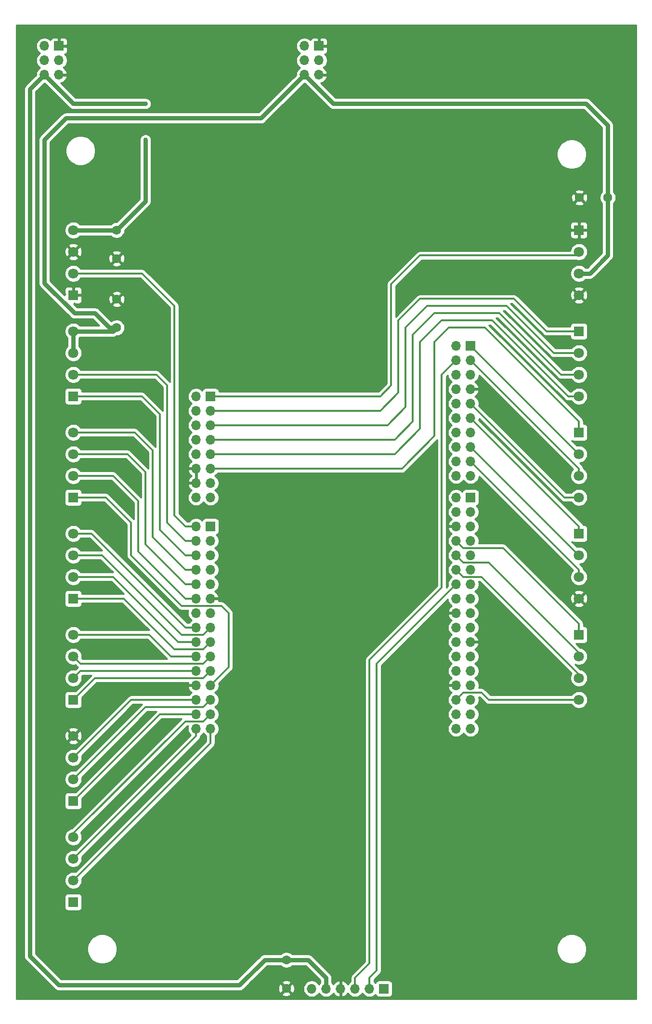
<source format=gbr>
%TF.GenerationSoftware,KiCad,Pcbnew,(5.1.10)-1*%
%TF.CreationDate,2021-06-13T22:47:20+01:00*%
%TF.ProjectId,shield,73686965-6c64-42e6-9b69-6361645f7063,rev?*%
%TF.SameCoordinates,Original*%
%TF.FileFunction,Copper,L2,Bot*%
%TF.FilePolarity,Positive*%
%FSLAX46Y46*%
G04 Gerber Fmt 4.6, Leading zero omitted, Abs format (unit mm)*
G04 Created by KiCad (PCBNEW (5.1.10)-1) date 2021-06-13 22:47:20*
%MOMM*%
%LPD*%
G01*
G04 APERTURE LIST*
%TA.AperFunction,ComponentPad*%
%ADD10C,1.800000*%
%TD*%
%TA.AperFunction,ComponentPad*%
%ADD11R,1.800000X1.800000*%
%TD*%
%TA.AperFunction,ComponentPad*%
%ADD12O,1.700000X1.700000*%
%TD*%
%TA.AperFunction,ComponentPad*%
%ADD13R,1.700000X1.700000*%
%TD*%
%TA.AperFunction,ComponentPad*%
%ADD14C,1.600000*%
%TD*%
%TA.AperFunction,ViaPad*%
%ADD15C,0.762000*%
%TD*%
%TA.AperFunction,Conductor*%
%ADD16C,0.317500*%
%TD*%
%TA.AperFunction,Conductor*%
%ADD17C,0.762000*%
%TD*%
%TA.AperFunction,Conductor*%
%ADD18C,0.254000*%
%TD*%
%TA.AperFunction,Conductor*%
%ADD19C,0.100000*%
%TD*%
G04 APERTURE END LIST*
D10*
%TO.P,J11,4*%
%TO.N,PF9*%
X58420000Y-167005000D03*
%TO.P,J11,3*%
%TO.N,PG0*%
X58420000Y-170815000D03*
%TO.P,J11,2*%
%TO.N,PG1*%
X58420000Y-174625000D03*
D11*
%TO.P,J11,1*%
%TO.N,Net-(J11-Pad1)*%
X58420000Y-178435000D03*
%TD*%
D12*
%TO.P,CN10,34*%
%TO.N,PE0*%
X125730000Y-147955000D03*
%TO.P,CN10,33*%
%TO.N,PB11*%
X128270000Y-147955000D03*
%TO.P,CN10,32*%
%TO.N,PB0*%
X125730000Y-145415000D03*
%TO.P,CN10,31*%
%TO.N,PB10*%
X128270000Y-145415000D03*
%TO.P,CN10,30*%
%TO.N,PA0*%
X125730000Y-142875000D03*
%TO.P,CN10,29*%
%TO.N,PE15*%
X128270000Y-142875000D03*
%TO.P,CN10,28*%
%TO.N,GND*%
X125730000Y-140335000D03*
%TO.P,CN10,27*%
%TO.N,PE14*%
X128270000Y-140335000D03*
%TO.P,CN10,26*%
%TO.N,PE2*%
X125730000Y-137795000D03*
%TO.P,CN10,25*%
%TO.N,PE12*%
X128270000Y-137795000D03*
%TO.P,CN10,24*%
%TO.N,PD11*%
X125730000Y-135255000D03*
%TO.P,CN10,23*%
%TO.N,PE10*%
X128270000Y-135255000D03*
%TO.P,CN10,22*%
%TO.N,PD12*%
X125730000Y-132715000D03*
%TO.P,CN10,21*%
%TO.N,GND*%
X128270000Y-132715000D03*
%TO.P,CN10,20*%
%TO.N,PD13*%
X125730000Y-130175000D03*
%TO.P,CN10,19*%
%TO.N,PE7*%
X128270000Y-130175000D03*
%TO.P,CN10,18*%
%TO.N,GND*%
X125730000Y-127635000D03*
%TO.P,CN10,17*%
%TO.N,PE8*%
X128270000Y-127635000D03*
%TO.P,CN10,16*%
%TO.N,PB2*%
X125730000Y-125095000D03*
%TO.P,CN10,15*%
%TO.N,PG9*%
X128270000Y-125095000D03*
%TO.P,CN10,14*%
%TO.N,PB6*%
X125730000Y-122555000D03*
%TO.P,CN10,13*%
%TO.N,PG14*%
X128270000Y-122555000D03*
%TO.P,CN10,12*%
%TO.N,PF4*%
X125730000Y-120015000D03*
%TO.P,CN10,11*%
%TO.N,PF15*%
X128270000Y-120015000D03*
%TO.P,CN10,10*%
%TO.N,PC2*%
X125730000Y-117475000D03*
%TO.P,CN10,9*%
%TO.N,PE13*%
X128270000Y-117475000D03*
%TO.P,CN10,8*%
%TO.N,PB1*%
X125730000Y-114935000D03*
%TO.P,CN10,7*%
%TO.N,PF14*%
X128270000Y-114935000D03*
%TO.P,CN10,6*%
%TO.N,GND*%
X125730000Y-112395000D03*
%TO.P,CN10,5*%
%TO.N,PE11*%
X128270000Y-112395000D03*
%TO.P,CN10,4*%
%TO.N,AGND*%
X125730000Y-109855000D03*
%TO.P,CN10,3*%
%TO.N,PE9*%
X128270000Y-109855000D03*
%TO.P,CN10,2*%
%TO.N,AVDD*%
X125730000Y-107315000D03*
D13*
%TO.P,CN10,1*%
%TO.N,PF13*%
X128270000Y-107315000D03*
%TD*%
D10*
%TO.P,J12,4*%
%TO.N,PA0*%
X147320000Y-142875000D03*
%TO.P,J12,3*%
%TO.N,PF4*%
X147320000Y-139065000D03*
%TO.P,J12,2*%
%TO.N,PC2*%
X147320000Y-135255000D03*
D11*
%TO.P,J12,1*%
%TO.N,PB1*%
X147320000Y-131445000D03*
%TD*%
D14*
%TO.P,C_SLINHA1,2*%
%TO.N,GND*%
X66040000Y-72470000D03*
%TO.P,C_SLINHA1,1*%
%TO.N,+3V3*%
X66040000Y-77470000D03*
%TD*%
%TO.P,C_SOBST1,2*%
%TO.N,GND*%
X66040000Y-65310000D03*
%TO.P,C_SOBST1,1*%
%TO.N,+5V*%
X66040000Y-60310000D03*
%TD*%
%TO.P,C_RFID1,2*%
%TO.N,GND*%
X147400000Y-54610000D03*
%TO.P,C_RFID1,1*%
%TO.N,+3V3*%
X152400000Y-54610000D03*
%TD*%
%TO.P,C_BLUE1,2*%
%TO.N,GND*%
X95885000Y-193595000D03*
%TO.P,C_BLUE1,1*%
%TO.N,+5V*%
X95885000Y-188595000D03*
%TD*%
D10*
%TO.P,J10,4*%
%TO.N,GND*%
X58420000Y-149225000D03*
%TO.P,J10,3*%
%TO.N,PD0*%
X58420000Y-153035000D03*
%TO.P,J10,2*%
%TO.N,PF7*%
X58420000Y-156845000D03*
D11*
%TO.P,J10,1*%
%TO.N,PD1*%
X58420000Y-160655000D03*
%TD*%
D10*
%TO.P,J9,4*%
%TO.N,PF1*%
X58420000Y-131445000D03*
%TO.P,J9,3*%
%TO.N,PE6*%
X58420000Y-135255000D03*
%TO.P,J9,2*%
%TO.N,PF0*%
X58420000Y-139065000D03*
D11*
%TO.P,J9,1*%
%TO.N,PE3*%
X58420000Y-142875000D03*
%TD*%
D10*
%TO.P,J8,4*%
%TO.N,PA7*%
X58420000Y-113665000D03*
%TO.P,J8,3*%
%TO.N,PE4*%
X58420000Y-117475000D03*
%TO.P,J8,2*%
%TO.N,PF2*%
X58420000Y-121285000D03*
D11*
%TO.P,J8,1*%
%TO.N,PE5*%
X58420000Y-125095000D03*
%TD*%
D12*
%TO.P,PS_5V1,6*%
%TO.N,+5V*%
X53340000Y-33020000D03*
%TO.P,PS_5V1,5*%
%TO.N,GND*%
X55880000Y-33020000D03*
%TO.P,PS_5V1,4*%
%TO.N,Net-(PS_5V1-Pad4)*%
X53340000Y-30480000D03*
%TO.P,PS_5V1,3*%
%TO.N,Net-(PS_5V1-Pad3)*%
X55880000Y-30480000D03*
%TO.P,PS_5V1,2*%
%TO.N,+5V*%
X53340000Y-27940000D03*
D13*
%TO.P,PS_5V1,1*%
%TO.N,GND*%
X55880000Y-27940000D03*
%TD*%
D12*
%TO.P,PS_3V3,6*%
%TO.N,+3V3*%
X99060000Y-33020000D03*
%TO.P,PS_3V3,5*%
%TO.N,GND*%
X101600000Y-33020000D03*
%TO.P,PS_3V3,4*%
%TO.N,Net-(PS_3V3-Pad4)*%
X99060000Y-30480000D03*
%TO.P,PS_3V3,3*%
%TO.N,Net-(PS_3V3-Pad3)*%
X101600000Y-30480000D03*
%TO.P,PS_3V3,2*%
%TO.N,+3V3*%
X99060000Y-27940000D03*
D13*
%TO.P,PS_3V3,1*%
%TO.N,GND*%
X101600000Y-27940000D03*
%TD*%
D10*
%TO.P,J7,4*%
%TO.N,GND*%
X147320000Y-71755000D03*
%TO.P,J7,3*%
%TO.N,+3V3*%
X147320000Y-67945000D03*
%TO.P,J7,2*%
%TO.N,PC8*%
X147320000Y-64135000D03*
D11*
%TO.P,J7,1*%
%TO.N,GND*%
X147320000Y-60325000D03*
%TD*%
%TO.P,J6,1*%
%TO.N,PC9*%
X147320000Y-78105000D03*
D10*
%TO.P,J6,2*%
%TO.N,PC10*%
X147320000Y-81915000D03*
%TO.P,J6,3*%
%TO.N,PC11*%
X147320000Y-85725000D03*
%TO.P,J6,4*%
%TO.N,PC12*%
X147320000Y-89535000D03*
%TD*%
D11*
%TO.P,J5,1*%
%TO.N,PD2*%
X147320000Y-95885000D03*
D10*
%TO.P,J5,2*%
%TO.N,PB8*%
X147320000Y-99695000D03*
%TO.P,J5,3*%
%TO.N,PB9*%
X147320000Y-103505000D03*
%TO.P,J5,4*%
%TO.N,PA5*%
X147320000Y-107315000D03*
%TD*%
D11*
%TO.P,J4,1*%
%TO.N,PA6*%
X147320000Y-113665000D03*
D10*
%TO.P,J4,2*%
%TO.N,PD14*%
X147320000Y-117475000D03*
%TO.P,J4,3*%
%TO.N,PD15*%
X147320000Y-121285000D03*
%TO.P,J4,4*%
%TO.N,GND*%
X147320000Y-125095000D03*
%TD*%
%TO.P,J3,4*%
%TO.N,+5V*%
X58420000Y-60325000D03*
%TO.P,J3,3*%
%TO.N,GND*%
X58420000Y-64135000D03*
%TO.P,J3,2*%
%TO.N,PA3*%
X58420000Y-67945000D03*
D11*
%TO.P,J3,1*%
%TO.N,GND*%
X58420000Y-71755000D03*
%TD*%
D10*
%TO.P,J2,4*%
%TO.N,+3V3*%
X58420000Y-78105000D03*
%TO.P,J2,3*%
X58420000Y-81915000D03*
%TO.P,J2,2*%
%TO.N,PC0*%
X58420000Y-85725000D03*
D11*
%TO.P,J2,1*%
%TO.N,PC3*%
X58420000Y-89535000D03*
%TD*%
D10*
%TO.P,J1,4*%
%TO.N,PF3*%
X58420000Y-95885000D03*
%TO.P,J1,3*%
%TO.N,PF5*%
X58420000Y-99695000D03*
%TO.P,J1,2*%
%TO.N,PF10*%
X58420000Y-103505000D03*
D11*
%TO.P,J1,1*%
%TO.N,PF8*%
X58420000Y-107315000D03*
%TD*%
D12*
%TO.P,CN9,30*%
%TO.N,PG0*%
X80010000Y-147955000D03*
%TO.P,CN9,29*%
%TO.N,PG1*%
X82550000Y-147955000D03*
%TO.P,CN9,28*%
%TO.N,PD1*%
X80010000Y-145415000D03*
%TO.P,CN9,27*%
%TO.N,PF9*%
X82550000Y-145415000D03*
%TO.P,CN9,26*%
%TO.N,PD0*%
X80010000Y-142875000D03*
%TO.P,CN9,25*%
%TO.N,PF7*%
X82550000Y-142875000D03*
%TO.P,CN9,24*%
%TO.N,GND*%
X80010000Y-140335000D03*
%TO.P,CN9,23*%
%TO.N,PF8*%
X82550000Y-140335000D03*
%TO.P,CN9,22*%
%TO.N,PF0*%
X80010000Y-137795000D03*
%TO.P,CN9,21*%
%TO.N,PE3*%
X82550000Y-137795000D03*
%TO.P,CN9,20*%
%TO.N,PF1*%
X80010000Y-135255000D03*
%TO.P,CN9,19*%
%TO.N,PE6*%
X82550000Y-135255000D03*
%TO.P,CN9,18*%
%TO.N,PF2*%
X80010000Y-132715000D03*
%TO.P,CN9,17*%
%TO.N,PE5*%
X82550000Y-132715000D03*
%TO.P,CN9,16*%
%TO.N,PA7*%
X80010000Y-130175000D03*
%TO.P,CN9,15*%
%TO.N,PE4*%
X82550000Y-130175000D03*
%TO.P,CN9,14*%
%TO.N,NC*%
X80010000Y-127635000D03*
%TO.P,CN9,13*%
%TO.N,PE2*%
X82550000Y-127635000D03*
%TO.P,CN9,12*%
%TO.N,PF10*%
X80010000Y-125095000D03*
%TO.P,CN9,11*%
%TO.N,GND*%
X82550000Y-125095000D03*
%TO.P,CN9,10*%
%TO.N,PF5*%
X80010000Y-122555000D03*
%TO.P,CN9,9*%
%TO.N,PD3*%
X82550000Y-122555000D03*
%TO.P,CN9,8*%
%TO.N,PF3*%
X80010000Y-120015000D03*
%TO.P,CN9,7*%
%TO.N,PD4*%
X82550000Y-120015000D03*
%TO.P,CN9,6*%
%TO.N,PC3*%
X80010000Y-117475000D03*
%TO.P,CN9,5*%
%TO.N,PD5*%
X82550000Y-117475000D03*
%TO.P,CN9,4*%
%TO.N,PC0*%
X80010000Y-114935000D03*
%TO.P,CN9,3*%
%TO.N,PD6*%
X82550000Y-114935000D03*
%TO.P,CN9,2*%
%TO.N,PA3*%
X80010000Y-112395000D03*
D13*
%TO.P,CN9,1*%
%TO.N,PD7*%
X82550000Y-112395000D03*
%TD*%
D12*
%TO.P,CN8,16*%
%TO.N,VIN*%
X80010000Y-107315000D03*
%TO.P,CN8,15*%
%TO.N,PG3*%
X82550000Y-107315000D03*
%TO.P,CN8,14*%
%TO.N,GND*%
X80010000Y-104775000D03*
%TO.P,CN8,13*%
%TO.N,PG2*%
X82550000Y-104775000D03*
%TO.P,CN8,12*%
%TO.N,GND*%
X80010000Y-102235000D03*
%TO.P,CN8,11*%
%TO.N,PD2*%
X82550000Y-102235000D03*
%TO.P,CN8,10*%
%TO.N,5V*%
X80010000Y-99695000D03*
%TO.P,CN8,9*%
%TO.N,PC12*%
X82550000Y-99695000D03*
%TO.P,CN8,8*%
%TO.N,3.3V*%
X80010000Y-97155000D03*
%TO.P,CN8,7*%
%TO.N,PC11*%
X82550000Y-97155000D03*
%TO.P,CN8,6*%
%TO.N,RSET*%
X80010000Y-94615000D03*
%TO.P,CN8,5*%
%TO.N,PC10*%
X82550000Y-94615000D03*
%TO.P,CN8,4*%
%TO.N,IOREF*%
X80010000Y-92075000D03*
%TO.P,CN8,3*%
%TO.N,PC9*%
X82550000Y-92075000D03*
%TO.P,CN8,2*%
%TO.N,NC*%
X80010000Y-89535000D03*
D13*
%TO.P,CN8,1*%
%TO.N,PC8*%
X82550000Y-89535000D03*
%TD*%
D12*
%TO.P,CN7,20*%
%TO.N,PB4*%
X125730000Y-103505000D03*
%TO.P,CN7,19*%
%TO.N,PF12*%
X128270000Y-103505000D03*
%TO.P,CN7,18*%
%TO.N,PA4*%
X125730000Y-100965000D03*
%TO.P,CN7,17*%
%TO.N,PD15*%
X128270000Y-100965000D03*
%TO.P,CN7,16*%
%TO.N,PB3*%
X125730000Y-98425000D03*
%TO.P,CN7,15*%
%TO.N,PD14*%
X128270000Y-98425000D03*
%TO.P,CN7,14*%
%TO.N,PB5*%
X125730000Y-95885000D03*
%TO.P,CN7,13*%
%TO.N,PA7*%
X128270000Y-95885000D03*
%TO.P,CN7,12*%
%TO.N,PC7*%
X125730000Y-93345000D03*
%TO.P,CN7,11*%
%TO.N,PA6*%
X128270000Y-93345000D03*
%TO.P,CN7,10*%
%TO.N,PA15*%
X125730000Y-90805000D03*
%TO.P,CN7,9*%
%TO.N,PA5*%
X128270000Y-90805000D03*
%TO.P,CN7,8*%
%TO.N,PB12*%
X125730000Y-88265000D03*
%TO.P,CN7,7*%
%TO.N,GND*%
X128270000Y-88265000D03*
%TO.P,CN7,6*%
%TO.N,PB13*%
X125730000Y-85725000D03*
%TO.P,CN7,5*%
%TO.N,AVDD*%
X128270000Y-85725000D03*
%TO.P,CN7,4*%
%TO.N,PB15*%
X125730000Y-83185000D03*
%TO.P,CN7,3*%
%TO.N,PB9*%
X128270000Y-83185000D03*
%TO.P,CN7,2*%
%TO.N,PC6*%
X125730000Y-80645000D03*
D13*
%TO.P,CN7,1*%
%TO.N,PB8*%
X128270000Y-80645000D03*
%TD*%
D12*
%TO.P,Bluetooth1,6*%
%TO.N,Net-(Bluetooth1-Pad6)*%
X100330000Y-193675000D03*
%TO.P,Bluetooth1,5*%
%TO.N,+5V*%
X102870000Y-193675000D03*
%TO.P,Bluetooth1,4*%
%TO.N,GND*%
X105410000Y-193675000D03*
%TO.P,Bluetooth1,3*%
%TO.N,PB15*%
X107950000Y-193675000D03*
%TO.P,Bluetooth1,2*%
%TO.N,PB6*%
X110490000Y-193675000D03*
D13*
%TO.P,Bluetooth1,1*%
%TO.N,Net-(Bluetooth1-Pad1)*%
X113030000Y-193675000D03*
%TD*%
D15*
%TO.N,+5V*%
X71120000Y-44450000D03*
X71120000Y-38100000D03*
%TD*%
D16*
%TO.N,+5V*%
X102870000Y-194310000D02*
X102870000Y-193675000D01*
D17*
X102870000Y-193675000D02*
X102870000Y-191770000D01*
X99695000Y-188595000D02*
X95885000Y-188595000D01*
X102870000Y-191770000D02*
X99695000Y-188595000D01*
X66025000Y-60325000D02*
X66040000Y-60310000D01*
X58420000Y-60325000D02*
X66025000Y-60325000D01*
X66040000Y-60310000D02*
X71120000Y-55230000D01*
X71120000Y-55230000D02*
X71120000Y-44450000D01*
X71120000Y-44450000D02*
X71120000Y-44450000D01*
X58420000Y-38100000D02*
X53340000Y-33020000D01*
X71120000Y-38100000D02*
X58420000Y-38100000D01*
X50800000Y-35560000D02*
X53340000Y-33020000D01*
X50800000Y-187960000D02*
X50800000Y-35560000D01*
X55880000Y-193040000D02*
X50800000Y-187960000D01*
X87630000Y-193040000D02*
X55880000Y-193040000D01*
X92075000Y-188595000D02*
X87630000Y-193040000D01*
X95885000Y-188595000D02*
X92075000Y-188595000D01*
D16*
%TO.N,GND*%
X147320000Y-125095000D02*
X147320000Y-124460000D01*
%TO.N,PB15*%
X125730000Y-83185000D02*
X125730000Y-83820000D01*
X123190000Y-85725000D02*
X125730000Y-83185000D01*
X123190000Y-123190000D02*
X123190000Y-85725000D01*
X110490000Y-135890000D02*
X123190000Y-123190000D01*
X110490000Y-189230000D02*
X110490000Y-135890000D01*
X107950000Y-191770000D02*
X110490000Y-189230000D01*
X107950000Y-193675000D02*
X107950000Y-191770000D01*
%TO.N,PB6*%
X111760000Y-136525000D02*
X125730000Y-122555000D01*
X111760000Y-190500000D02*
X111760000Y-136525000D01*
X110490000Y-191770000D02*
X111760000Y-190500000D01*
X110490000Y-193675000D02*
X110490000Y-191770000D01*
%TO.N,PD15*%
X128941128Y-100965000D02*
X128270000Y-100965000D01*
X147320000Y-120015000D02*
X128270000Y-100965000D01*
X147320000Y-121285000D02*
X147320000Y-120015000D01*
%TO.N,PD14*%
X147320000Y-117475000D02*
X128270000Y-98425000D01*
%TO.N,PA7*%
X78105000Y-130175000D02*
X80010000Y-130175000D01*
X61595000Y-113665000D02*
X78105000Y-130175000D01*
X58420000Y-113665000D02*
X61595000Y-113665000D01*
%TO.N,PA6*%
X128270000Y-93980000D02*
X128270000Y-93345000D01*
X147320000Y-112395000D02*
X128270000Y-93345000D01*
X147320000Y-113665000D02*
X147320000Y-112395000D01*
%TO.N,PA5*%
X144780000Y-107315000D02*
X128270000Y-90805000D01*
X144780000Y-107315000D02*
X147320000Y-107315000D01*
%TO.N,PB9*%
X147320000Y-102235000D02*
X128270000Y-83185000D01*
X147320000Y-103505000D02*
X147320000Y-102235000D01*
%TO.N,PB8*%
X147320000Y-99695000D02*
X128270000Y-80645000D01*
%TO.N,PD2*%
X116205000Y-102235000D02*
X99695000Y-102235000D01*
X121920000Y-96520000D02*
X116205000Y-102235000D01*
X121920000Y-80010000D02*
X121920000Y-96520000D01*
X124460000Y-77470000D02*
X121920000Y-80010000D01*
X130810000Y-77470000D02*
X124460000Y-77470000D01*
X99695000Y-102235000D02*
X82550000Y-102235000D01*
X147320000Y-95885000D02*
X146685000Y-95885000D01*
X146685000Y-95885000D02*
X147320000Y-95250000D01*
X147320000Y-93980000D02*
X130810000Y-77470000D01*
X147320000Y-95250000D02*
X147320000Y-93980000D01*
%TO.N,PC12*%
X114935000Y-99695000D02*
X99695000Y-99695000D01*
X119380000Y-95250000D02*
X114935000Y-99695000D01*
X119380000Y-80010000D02*
X119380000Y-95250000D01*
X123190000Y-76200000D02*
X119380000Y-80010000D01*
X99695000Y-99695000D02*
X82550000Y-99695000D01*
X132080000Y-76200000D02*
X123190000Y-76200000D01*
X145415000Y-89535000D02*
X132080000Y-76200000D01*
X147320000Y-89535000D02*
X145415000Y-89535000D01*
%TO.N,PC11*%
X144145000Y-85725000D02*
X147320000Y-85725000D01*
X133350000Y-74930000D02*
X144145000Y-85725000D01*
X121920000Y-74930000D02*
X133350000Y-74930000D01*
X118110000Y-78740000D02*
X121920000Y-74930000D01*
X118110000Y-93980000D02*
X118110000Y-78740000D01*
X114935000Y-97155000D02*
X118110000Y-93980000D01*
X82550000Y-97155000D02*
X114935000Y-97155000D01*
%TO.N,PC10*%
X142875000Y-81915000D02*
X147320000Y-81915000D01*
X134620000Y-73660000D02*
X142875000Y-81915000D01*
X120650000Y-73660000D02*
X134620000Y-73660000D01*
X116840000Y-77470000D02*
X120650000Y-73660000D01*
X116840000Y-91440000D02*
X116840000Y-77470000D01*
X113665000Y-94615000D02*
X116840000Y-91440000D01*
X82550000Y-94615000D02*
X113665000Y-94615000D01*
%TO.N,PC9*%
X141605000Y-78105000D02*
X147320000Y-78105000D01*
X119380000Y-72390000D02*
X135890000Y-72390000D01*
X115570000Y-76200000D02*
X119380000Y-72390000D01*
X115570000Y-88900000D02*
X115570000Y-76200000D01*
X112395000Y-92075000D02*
X115570000Y-88900000D01*
X135890000Y-72390000D02*
X141605000Y-78105000D01*
X82550000Y-92075000D02*
X112395000Y-92075000D01*
%TO.N,PC8*%
X114300000Y-87630000D02*
X114300000Y-69850000D01*
X114300000Y-69850000D02*
X119380000Y-64770000D01*
X112395000Y-89535000D02*
X114300000Y-87630000D01*
X82550000Y-89535000D02*
X112395000Y-89535000D01*
X146685000Y-64770000D02*
X147320000Y-64135000D01*
X119380000Y-64770000D02*
X146685000Y-64770000D01*
%TO.N,PG0*%
X80010000Y-149225000D02*
X58420000Y-170815000D01*
X80010000Y-147955000D02*
X80010000Y-149225000D01*
%TO.N,PG1*%
X82550000Y-150495000D02*
X58420000Y-174625000D01*
X82550000Y-147955000D02*
X82550000Y-150495000D01*
%TO.N,PD1*%
X73660000Y-145415000D02*
X58420000Y-160655000D01*
X80010000Y-145415000D02*
X73660000Y-145415000D01*
%TO.N,PF9*%
X82550000Y-145415000D02*
X81915000Y-145415000D01*
X58420000Y-166370000D02*
X58420000Y-167005000D01*
X81287249Y-146677751D02*
X78112249Y-146677751D01*
X78112249Y-146677751D02*
X58420000Y-166370000D01*
X82550000Y-145415000D02*
X81287249Y-146677751D01*
%TO.N,PD0*%
X68580000Y-142875000D02*
X58420000Y-153035000D01*
X80010000Y-142875000D02*
X68580000Y-142875000D01*
%TO.N,PF8*%
X64135000Y-107315000D02*
X68580000Y-111760000D01*
X82550000Y-140335000D02*
X81915000Y-140335000D01*
X68580000Y-111760000D02*
X68580000Y-117475000D01*
X77462751Y-126357751D02*
X84447751Y-126357751D01*
X68580000Y-117475000D02*
X77462751Y-126357751D01*
X84447751Y-126357751D02*
X85725000Y-127635000D01*
X85725000Y-137160000D02*
X82550000Y-140335000D01*
X85725000Y-127635000D02*
X85725000Y-137160000D01*
X64135000Y-107315000D02*
X58420000Y-107315000D01*
%TO.N,PF0*%
X59690000Y-137795000D02*
X58420000Y-139065000D01*
X80010000Y-137795000D02*
X59690000Y-137795000D01*
%TO.N,PE3*%
X81287249Y-139057751D02*
X82550000Y-137795000D01*
X81272751Y-139072249D02*
X82550000Y-137795000D01*
X62222751Y-139072249D02*
X58420000Y-142875000D01*
X81272751Y-139072249D02*
X62222751Y-139072249D01*
%TO.N,PF1*%
X75565000Y-135255000D02*
X80010000Y-135255000D01*
X71755000Y-131445000D02*
X75565000Y-135255000D01*
X71755000Y-131445000D02*
X58420000Y-131445000D01*
%TO.N,PE6*%
X59682751Y-136517751D02*
X58420000Y-135255000D01*
X81287249Y-136517751D02*
X59682751Y-136517751D01*
X82550000Y-135255000D02*
X81287249Y-136517751D01*
%TO.N,PF2*%
X79375000Y-132715000D02*
X80010000Y-132715000D01*
X78105000Y-132715000D02*
X80010000Y-132715000D01*
X76835000Y-132715000D02*
X80010000Y-132715000D01*
X65405000Y-121285000D02*
X76835000Y-132715000D01*
X65405000Y-121285000D02*
X58420000Y-121285000D01*
%TO.N,PE5*%
X81287249Y-133977751D02*
X82550000Y-132715000D01*
X67310000Y-125095000D02*
X76200000Y-133985000D01*
X81280000Y-133985000D02*
X82550000Y-132715000D01*
X76200000Y-133985000D02*
X81280000Y-133985000D01*
X67310000Y-125095000D02*
X58420000Y-125095000D01*
%TO.N,PE4*%
X81287249Y-131437751D02*
X82550000Y-130175000D01*
X77462751Y-131437751D02*
X81287249Y-131437751D01*
X63500000Y-117475000D02*
X77462751Y-131437751D01*
X63500000Y-117475000D02*
X58420000Y-117475000D01*
%TO.N,PF10*%
X80010000Y-125095000D02*
X78105000Y-125095000D01*
X78105000Y-125095000D02*
X69850000Y-116840000D01*
X69850000Y-116840000D02*
X69850000Y-107950000D01*
X69850000Y-107950000D02*
X65405000Y-103505000D01*
X58420000Y-103505000D02*
X65405000Y-103505000D01*
%TO.N,PF5*%
X71120000Y-102870000D02*
X67945000Y-99695000D01*
X71120000Y-115570000D02*
X71120000Y-102870000D01*
X78105000Y-122555000D02*
X71120000Y-115570000D01*
X80010000Y-122555000D02*
X78105000Y-122555000D01*
X67945000Y-99695000D02*
X58420000Y-99695000D01*
%TO.N,PF3*%
X69215000Y-95885000D02*
X58420000Y-95885000D01*
X72390000Y-114300000D02*
X72390000Y-99060000D01*
X78105000Y-120015000D02*
X72390000Y-114300000D01*
X72390000Y-99060000D02*
X69215000Y-95885000D01*
X80010000Y-120015000D02*
X78105000Y-120015000D01*
%TO.N,PC3*%
X70485000Y-89535000D02*
X58420000Y-89535000D01*
X73660000Y-92710000D02*
X70485000Y-89535000D01*
X73660000Y-113030000D02*
X73660000Y-92710000D01*
X78105000Y-117475000D02*
X73660000Y-113030000D01*
X80010000Y-117475000D02*
X78105000Y-117475000D01*
%TO.N,PC0*%
X80010000Y-114935000D02*
X78105000Y-114935000D01*
X78105000Y-114935000D02*
X76200000Y-113030000D01*
X74930000Y-111760000D02*
X74930000Y-87630000D01*
X74930000Y-111760000D02*
X76200000Y-113030000D01*
X73025000Y-85725000D02*
X74930000Y-87630000D01*
X74930000Y-87630000D02*
X74930000Y-88900000D01*
X73025000Y-85725000D02*
X58420000Y-85725000D01*
%TO.N,PA3*%
X78105000Y-112395000D02*
X80010000Y-112395000D01*
X76200000Y-110490000D02*
X78105000Y-112395000D01*
X76200000Y-73660000D02*
X76200000Y-110490000D01*
X70485000Y-67945000D02*
X76200000Y-73660000D01*
X70485000Y-67945000D02*
X58420000Y-67945000D01*
%TO.N,PA0*%
X127000000Y-141605000D02*
X125730000Y-142875000D01*
X130175000Y-141605000D02*
X127000000Y-141605000D01*
X131445000Y-142875000D02*
X130175000Y-141605000D01*
X131445000Y-142875000D02*
X147320000Y-142875000D01*
%TO.N,PF4*%
X127642249Y-121292249D02*
X127635000Y-121285000D01*
X127000000Y-121285000D02*
X125730000Y-120015000D01*
X127635000Y-121285000D02*
X127000000Y-121285000D01*
X127635000Y-121285000D02*
X130175000Y-121285000D01*
X147320000Y-138430000D02*
X147320000Y-139065000D01*
X130175000Y-121285000D02*
X147320000Y-138430000D01*
%TO.N,PC2*%
X125730000Y-117475000D02*
X127000000Y-118745000D01*
X127000000Y-118745000D02*
X131445000Y-118745000D01*
X147320000Y-134620000D02*
X147320000Y-135255000D01*
X131445000Y-118745000D02*
X147320000Y-134620000D01*
%TO.N,PB1*%
X127000000Y-116205000D02*
X125730000Y-114935000D01*
X133985000Y-116205000D02*
X127000000Y-116205000D01*
X133985000Y-116205000D02*
X147320000Y-129540000D01*
X147320000Y-129540000D02*
X147320000Y-131445000D01*
D17*
%TO.N,+3V3*%
X152400000Y-62865000D02*
X152400000Y-54610000D01*
X152400000Y-41910000D02*
X152400000Y-54610000D01*
X148590000Y-38100000D02*
X152400000Y-41910000D01*
X148590000Y-38100000D02*
X104140000Y-38100000D01*
X104140000Y-38100000D02*
X99060000Y-33020000D01*
X91440000Y-40640000D02*
X93980000Y-38100000D01*
X93980000Y-38100000D02*
X99060000Y-33020000D01*
X65405000Y-78105000D02*
X66040000Y-77470000D01*
X58420000Y-78105000D02*
X65405000Y-78105000D01*
X66040000Y-77470000D02*
X64770000Y-77470000D01*
X64770000Y-77470000D02*
X62230000Y-74930000D01*
X58651998Y-74930000D02*
X53340000Y-69618002D01*
X62230000Y-74930000D02*
X58651998Y-74930000D01*
X53340000Y-69618002D02*
X53340000Y-44450000D01*
X57150000Y-40640000D02*
X91440000Y-40640000D01*
X53340000Y-44450000D02*
X57150000Y-40640000D01*
X58420000Y-78105000D02*
X58420000Y-81915000D01*
X147320000Y-67945000D02*
X149225000Y-67945000D01*
X152400000Y-64770000D02*
X152400000Y-62865000D01*
X149225000Y-67945000D02*
X152400000Y-64770000D01*
D16*
%TO.N,PF7*%
X71127249Y-144137751D02*
X58420000Y-156845000D01*
X81287249Y-144137751D02*
X71127249Y-144137751D01*
X82550000Y-142875000D02*
X81287249Y-144137751D01*
%TD*%
D18*
%TO.N,GND*%
X157353000Y-195453000D02*
X48387000Y-195453000D01*
X48387000Y-194587702D01*
X95071903Y-194587702D01*
X95143486Y-194831671D01*
X95398996Y-194952571D01*
X95673184Y-195021300D01*
X95955512Y-195035217D01*
X96235130Y-194993787D01*
X96501292Y-194898603D01*
X96626514Y-194831671D01*
X96698097Y-194587702D01*
X95885000Y-193774605D01*
X95071903Y-194587702D01*
X48387000Y-194587702D01*
X48387000Y-35560000D01*
X49779085Y-35560000D01*
X49784001Y-35609912D01*
X49784000Y-187910098D01*
X49779085Y-187960000D01*
X49784000Y-188009901D01*
X49798702Y-188159170D01*
X49856798Y-188350686D01*
X49951140Y-188527190D01*
X50078104Y-188681896D01*
X50116872Y-188713712D01*
X55126292Y-193723133D01*
X55158104Y-193761896D01*
X55312810Y-193888860D01*
X55418085Y-193945130D01*
X55489312Y-193983202D01*
X55680829Y-194041298D01*
X55880000Y-194060915D01*
X55929902Y-194056000D01*
X87580098Y-194056000D01*
X87630000Y-194060915D01*
X87679902Y-194056000D01*
X87829171Y-194041298D01*
X88020687Y-193983202D01*
X88197190Y-193888860D01*
X88351896Y-193761896D01*
X88383712Y-193723128D01*
X88441328Y-193665512D01*
X94444783Y-193665512D01*
X94486213Y-193945130D01*
X94581397Y-194211292D01*
X94648329Y-194336514D01*
X94892298Y-194408097D01*
X95705395Y-193595000D01*
X96064605Y-193595000D01*
X96877702Y-194408097D01*
X97121671Y-194336514D01*
X97242571Y-194081004D01*
X97311300Y-193806816D01*
X97325217Y-193524488D01*
X97283787Y-193244870D01*
X97188603Y-192978708D01*
X97121671Y-192853486D01*
X96877702Y-192781903D01*
X96064605Y-193595000D01*
X95705395Y-193595000D01*
X94892298Y-192781903D01*
X94648329Y-192853486D01*
X94527429Y-193108996D01*
X94458700Y-193383184D01*
X94444783Y-193665512D01*
X88441328Y-193665512D01*
X89504542Y-192602298D01*
X95071903Y-192602298D01*
X95885000Y-193415395D01*
X96698097Y-192602298D01*
X96626514Y-192358329D01*
X96371004Y-192237429D01*
X96096816Y-192168700D01*
X95814488Y-192154783D01*
X95534870Y-192196213D01*
X95268708Y-192291397D01*
X95143486Y-192358329D01*
X95071903Y-192602298D01*
X89504542Y-192602298D01*
X92495841Y-189611000D01*
X94871604Y-189611000D01*
X94970241Y-189709637D01*
X95205273Y-189866680D01*
X95466426Y-189974853D01*
X95743665Y-190030000D01*
X96026335Y-190030000D01*
X96303574Y-189974853D01*
X96564727Y-189866680D01*
X96799759Y-189709637D01*
X96898396Y-189611000D01*
X99274160Y-189611000D01*
X101854001Y-192190842D01*
X101854001Y-192590892D01*
X101716525Y-192728368D01*
X101600000Y-192902760D01*
X101483475Y-192728368D01*
X101276632Y-192521525D01*
X101033411Y-192359010D01*
X100763158Y-192247068D01*
X100476260Y-192190000D01*
X100183740Y-192190000D01*
X99896842Y-192247068D01*
X99626589Y-192359010D01*
X99383368Y-192521525D01*
X99176525Y-192728368D01*
X99014010Y-192971589D01*
X98902068Y-193241842D01*
X98845000Y-193528740D01*
X98845000Y-193821260D01*
X98902068Y-194108158D01*
X99014010Y-194378411D01*
X99176525Y-194621632D01*
X99383368Y-194828475D01*
X99626589Y-194990990D01*
X99896842Y-195102932D01*
X100183740Y-195160000D01*
X100476260Y-195160000D01*
X100763158Y-195102932D01*
X101033411Y-194990990D01*
X101276632Y-194828475D01*
X101483475Y-194621632D01*
X101600000Y-194447240D01*
X101716525Y-194621632D01*
X101923368Y-194828475D01*
X102166589Y-194990990D01*
X102436842Y-195102932D01*
X102723740Y-195160000D01*
X103016260Y-195160000D01*
X103303158Y-195102932D01*
X103573411Y-194990990D01*
X103816632Y-194828475D01*
X104023475Y-194621632D01*
X104145195Y-194439466D01*
X104214822Y-194556355D01*
X104409731Y-194772588D01*
X104643080Y-194946641D01*
X104905901Y-195071825D01*
X105053110Y-195116476D01*
X105283000Y-194995155D01*
X105283000Y-193802000D01*
X105263000Y-193802000D01*
X105263000Y-193548000D01*
X105283000Y-193548000D01*
X105283000Y-192354845D01*
X105053110Y-192233524D01*
X104905901Y-192278175D01*
X104643080Y-192403359D01*
X104409731Y-192577412D01*
X104214822Y-192793645D01*
X104145195Y-192910534D01*
X104023475Y-192728368D01*
X103886000Y-192590893D01*
X103886000Y-191819901D01*
X103890915Y-191769999D01*
X103871298Y-191570829D01*
X103839127Y-191464776D01*
X103813202Y-191379313D01*
X103718860Y-191202810D01*
X103591896Y-191048104D01*
X103553133Y-191016292D01*
X100448712Y-187911872D01*
X100416896Y-187873104D01*
X100262190Y-187746140D01*
X100085687Y-187651798D01*
X99894171Y-187593702D01*
X99744902Y-187579000D01*
X99695000Y-187574085D01*
X99645098Y-187579000D01*
X96898396Y-187579000D01*
X96799759Y-187480363D01*
X96564727Y-187323320D01*
X96303574Y-187215147D01*
X96026335Y-187160000D01*
X95743665Y-187160000D01*
X95466426Y-187215147D01*
X95205273Y-187323320D01*
X94970241Y-187480363D01*
X94871604Y-187579000D01*
X92124893Y-187579000D01*
X92074999Y-187574086D01*
X92025105Y-187579000D01*
X92025098Y-187579000D01*
X91875829Y-187593702D01*
X91684313Y-187651798D01*
X91507810Y-187746140D01*
X91353104Y-187873104D01*
X91321292Y-187911867D01*
X87209160Y-192024000D01*
X56300841Y-192024000D01*
X51816000Y-187539160D01*
X51816000Y-186430475D01*
X60865000Y-186430475D01*
X60865000Y-186949525D01*
X60966261Y-187458601D01*
X61164893Y-187938141D01*
X61453262Y-188369715D01*
X61820285Y-188736738D01*
X62251859Y-189025107D01*
X62731399Y-189223739D01*
X63240475Y-189325000D01*
X63759525Y-189325000D01*
X64268601Y-189223739D01*
X64748141Y-189025107D01*
X65179715Y-188736738D01*
X65546738Y-188369715D01*
X65835107Y-187938141D01*
X66033739Y-187458601D01*
X66135000Y-186949525D01*
X66135000Y-186430475D01*
X66033739Y-185921399D01*
X65835107Y-185441859D01*
X65546738Y-185010285D01*
X65179715Y-184643262D01*
X64748141Y-184354893D01*
X64268601Y-184156261D01*
X63759525Y-184055000D01*
X63240475Y-184055000D01*
X62731399Y-184156261D01*
X62251859Y-184354893D01*
X61820285Y-184643262D01*
X61453262Y-185010285D01*
X61164893Y-185441859D01*
X60966261Y-185921399D01*
X60865000Y-186430475D01*
X51816000Y-186430475D01*
X51816000Y-177535000D01*
X56881928Y-177535000D01*
X56881928Y-179335000D01*
X56894188Y-179459482D01*
X56930498Y-179579180D01*
X56989463Y-179689494D01*
X57068815Y-179786185D01*
X57165506Y-179865537D01*
X57275820Y-179924502D01*
X57395518Y-179960812D01*
X57520000Y-179973072D01*
X59320000Y-179973072D01*
X59444482Y-179960812D01*
X59564180Y-179924502D01*
X59674494Y-179865537D01*
X59771185Y-179786185D01*
X59850537Y-179689494D01*
X59909502Y-179579180D01*
X59945812Y-179459482D01*
X59958072Y-179335000D01*
X59958072Y-177535000D01*
X59945812Y-177410518D01*
X59909502Y-177290820D01*
X59850537Y-177180506D01*
X59771185Y-177083815D01*
X59674494Y-177004463D01*
X59564180Y-176945498D01*
X59444482Y-176909188D01*
X59320000Y-176896928D01*
X57520000Y-176896928D01*
X57395518Y-176909188D01*
X57275820Y-176945498D01*
X57165506Y-177004463D01*
X57068815Y-177083815D01*
X56989463Y-177180506D01*
X56930498Y-177290820D01*
X56894188Y-177410518D01*
X56881928Y-177535000D01*
X51816000Y-177535000D01*
X51816000Y-150289080D01*
X57535525Y-150289080D01*
X57619208Y-150543261D01*
X57891775Y-150674158D01*
X58184642Y-150749365D01*
X58486553Y-150765991D01*
X58785907Y-150723397D01*
X59071199Y-150623222D01*
X59220792Y-150543261D01*
X59304475Y-150289080D01*
X58420000Y-149404605D01*
X57535525Y-150289080D01*
X51816000Y-150289080D01*
X51816000Y-149291553D01*
X56879009Y-149291553D01*
X56921603Y-149590907D01*
X57021778Y-149876199D01*
X57101739Y-150025792D01*
X57355920Y-150109475D01*
X58240395Y-149225000D01*
X58599605Y-149225000D01*
X59484080Y-150109475D01*
X59738261Y-150025792D01*
X59869158Y-149753225D01*
X59944365Y-149460358D01*
X59960991Y-149158447D01*
X59918397Y-148859093D01*
X59818222Y-148573801D01*
X59738261Y-148424208D01*
X59484080Y-148340525D01*
X58599605Y-149225000D01*
X58240395Y-149225000D01*
X57355920Y-148340525D01*
X57101739Y-148424208D01*
X56970842Y-148696775D01*
X56895635Y-148989642D01*
X56879009Y-149291553D01*
X51816000Y-149291553D01*
X51816000Y-148160920D01*
X57535525Y-148160920D01*
X58420000Y-149045395D01*
X59304475Y-148160920D01*
X59220792Y-147906739D01*
X58948225Y-147775842D01*
X58655358Y-147700635D01*
X58353447Y-147684009D01*
X58054093Y-147726603D01*
X57768801Y-147826778D01*
X57619208Y-147906739D01*
X57535525Y-148160920D01*
X51816000Y-148160920D01*
X51816000Y-88635000D01*
X56881928Y-88635000D01*
X56881928Y-90435000D01*
X56894188Y-90559482D01*
X56930498Y-90679180D01*
X56989463Y-90789494D01*
X57068815Y-90886185D01*
X57165506Y-90965537D01*
X57275820Y-91024502D01*
X57395518Y-91060812D01*
X57520000Y-91073072D01*
X59320000Y-91073072D01*
X59444482Y-91060812D01*
X59564180Y-91024502D01*
X59674494Y-90965537D01*
X59771185Y-90886185D01*
X59850537Y-90789494D01*
X59909502Y-90679180D01*
X59945812Y-90559482D01*
X59958072Y-90435000D01*
X59958072Y-90328750D01*
X70156219Y-90328750D01*
X72866251Y-93038783D01*
X72866251Y-98413719D01*
X69803835Y-95351304D01*
X69778981Y-95321019D01*
X69658117Y-95221828D01*
X69520224Y-95148123D01*
X69370602Y-95102735D01*
X69253989Y-95091250D01*
X69253979Y-95091250D01*
X69215000Y-95087411D01*
X69176021Y-95091250D01*
X59735761Y-95091250D01*
X59612312Y-94906495D01*
X59398505Y-94692688D01*
X59147095Y-94524701D01*
X58867743Y-94408989D01*
X58571184Y-94350000D01*
X58268816Y-94350000D01*
X57972257Y-94408989D01*
X57692905Y-94524701D01*
X57441495Y-94692688D01*
X57227688Y-94906495D01*
X57059701Y-95157905D01*
X56943989Y-95437257D01*
X56885000Y-95733816D01*
X56885000Y-96036184D01*
X56943989Y-96332743D01*
X57059701Y-96612095D01*
X57227688Y-96863505D01*
X57441495Y-97077312D01*
X57692905Y-97245299D01*
X57972257Y-97361011D01*
X58268816Y-97420000D01*
X58571184Y-97420000D01*
X58867743Y-97361011D01*
X59147095Y-97245299D01*
X59398505Y-97077312D01*
X59612312Y-96863505D01*
X59735761Y-96678750D01*
X68886219Y-96678750D01*
X71596251Y-99388783D01*
X71596251Y-102223719D01*
X68533835Y-99161304D01*
X68508981Y-99131019D01*
X68388117Y-99031828D01*
X68250224Y-98958123D01*
X68100602Y-98912735D01*
X67983989Y-98901250D01*
X67983979Y-98901250D01*
X67945000Y-98897411D01*
X67906021Y-98901250D01*
X59735761Y-98901250D01*
X59612312Y-98716495D01*
X59398505Y-98502688D01*
X59147095Y-98334701D01*
X58867743Y-98218989D01*
X58571184Y-98160000D01*
X58268816Y-98160000D01*
X57972257Y-98218989D01*
X57692905Y-98334701D01*
X57441495Y-98502688D01*
X57227688Y-98716495D01*
X57059701Y-98967905D01*
X56943989Y-99247257D01*
X56885000Y-99543816D01*
X56885000Y-99846184D01*
X56943989Y-100142743D01*
X57059701Y-100422095D01*
X57227688Y-100673505D01*
X57441495Y-100887312D01*
X57692905Y-101055299D01*
X57972257Y-101171011D01*
X58268816Y-101230000D01*
X58571184Y-101230000D01*
X58867743Y-101171011D01*
X59147095Y-101055299D01*
X59398505Y-100887312D01*
X59612312Y-100673505D01*
X59735761Y-100488750D01*
X67616219Y-100488750D01*
X70326251Y-103198783D01*
X70326251Y-107303719D01*
X65993837Y-102971306D01*
X65968981Y-102941019D01*
X65848117Y-102841828D01*
X65710224Y-102768123D01*
X65560602Y-102722735D01*
X65443989Y-102711250D01*
X65443979Y-102711250D01*
X65405000Y-102707411D01*
X65366021Y-102711250D01*
X59735761Y-102711250D01*
X59612312Y-102526495D01*
X59398505Y-102312688D01*
X59147095Y-102144701D01*
X58867743Y-102028989D01*
X58571184Y-101970000D01*
X58268816Y-101970000D01*
X57972257Y-102028989D01*
X57692905Y-102144701D01*
X57441495Y-102312688D01*
X57227688Y-102526495D01*
X57059701Y-102777905D01*
X56943989Y-103057257D01*
X56885000Y-103353816D01*
X56885000Y-103656184D01*
X56943989Y-103952743D01*
X57059701Y-104232095D01*
X57227688Y-104483505D01*
X57441495Y-104697312D01*
X57692905Y-104865299D01*
X57972257Y-104981011D01*
X58268816Y-105040000D01*
X58571184Y-105040000D01*
X58867743Y-104981011D01*
X59147095Y-104865299D01*
X59398505Y-104697312D01*
X59612312Y-104483505D01*
X59735761Y-104298750D01*
X65076219Y-104298750D01*
X69056251Y-108278783D01*
X69056251Y-111113719D01*
X64723837Y-106781306D01*
X64698981Y-106751019D01*
X64578117Y-106651828D01*
X64440224Y-106578123D01*
X64290602Y-106532735D01*
X64173989Y-106521250D01*
X64173979Y-106521250D01*
X64135000Y-106517411D01*
X64096021Y-106521250D01*
X59958072Y-106521250D01*
X59958072Y-106415000D01*
X59945812Y-106290518D01*
X59909502Y-106170820D01*
X59850537Y-106060506D01*
X59771185Y-105963815D01*
X59674494Y-105884463D01*
X59564180Y-105825498D01*
X59444482Y-105789188D01*
X59320000Y-105776928D01*
X57520000Y-105776928D01*
X57395518Y-105789188D01*
X57275820Y-105825498D01*
X57165506Y-105884463D01*
X57068815Y-105963815D01*
X56989463Y-106060506D01*
X56930498Y-106170820D01*
X56894188Y-106290518D01*
X56881928Y-106415000D01*
X56881928Y-108215000D01*
X56894188Y-108339482D01*
X56930498Y-108459180D01*
X56989463Y-108569494D01*
X57068815Y-108666185D01*
X57165506Y-108745537D01*
X57275820Y-108804502D01*
X57395518Y-108840812D01*
X57520000Y-108853072D01*
X59320000Y-108853072D01*
X59444482Y-108840812D01*
X59564180Y-108804502D01*
X59674494Y-108745537D01*
X59771185Y-108666185D01*
X59850537Y-108569494D01*
X59909502Y-108459180D01*
X59945812Y-108339482D01*
X59958072Y-108215000D01*
X59958072Y-108108750D01*
X63806219Y-108108750D01*
X67786250Y-112088782D01*
X67786251Y-117436011D01*
X67782411Y-117475000D01*
X67797736Y-117630602D01*
X67843124Y-117780224D01*
X67916828Y-117918117D01*
X67991165Y-118008696D01*
X67991168Y-118008699D01*
X68016020Y-118038981D01*
X68046301Y-118063832D01*
X76873918Y-126891450D01*
X76898770Y-126921732D01*
X76929052Y-126946584D01*
X76929054Y-126946586D01*
X77019633Y-127020923D01*
X77093338Y-127060318D01*
X77157527Y-127094628D01*
X77307149Y-127140016D01*
X77423762Y-127151501D01*
X77423772Y-127151501D01*
X77462751Y-127155340D01*
X77501730Y-127151501D01*
X78602920Y-127151501D01*
X78582068Y-127201842D01*
X78525000Y-127488740D01*
X78525000Y-127781260D01*
X78582068Y-128068158D01*
X78694010Y-128338411D01*
X78856525Y-128581632D01*
X79063368Y-128788475D01*
X79237760Y-128905000D01*
X79063368Y-129021525D01*
X78856525Y-129228368D01*
X78754373Y-129381250D01*
X78433782Y-129381250D01*
X62183837Y-113131306D01*
X62158981Y-113101019D01*
X62038117Y-113001828D01*
X61900224Y-112928123D01*
X61750602Y-112882735D01*
X61633989Y-112871250D01*
X61633979Y-112871250D01*
X61595000Y-112867411D01*
X61556021Y-112871250D01*
X59735761Y-112871250D01*
X59612312Y-112686495D01*
X59398505Y-112472688D01*
X59147095Y-112304701D01*
X58867743Y-112188989D01*
X58571184Y-112130000D01*
X58268816Y-112130000D01*
X57972257Y-112188989D01*
X57692905Y-112304701D01*
X57441495Y-112472688D01*
X57227688Y-112686495D01*
X57059701Y-112937905D01*
X56943989Y-113217257D01*
X56885000Y-113513816D01*
X56885000Y-113816184D01*
X56943989Y-114112743D01*
X57059701Y-114392095D01*
X57227688Y-114643505D01*
X57441495Y-114857312D01*
X57692905Y-115025299D01*
X57972257Y-115141011D01*
X58268816Y-115200000D01*
X58571184Y-115200000D01*
X58867743Y-115141011D01*
X59147095Y-115025299D01*
X59398505Y-114857312D01*
X59612312Y-114643505D01*
X59735761Y-114458750D01*
X61266219Y-114458750D01*
X63486235Y-116678767D01*
X63461021Y-116681250D01*
X59735761Y-116681250D01*
X59612312Y-116496495D01*
X59398505Y-116282688D01*
X59147095Y-116114701D01*
X58867743Y-115998989D01*
X58571184Y-115940000D01*
X58268816Y-115940000D01*
X57972257Y-115998989D01*
X57692905Y-116114701D01*
X57441495Y-116282688D01*
X57227688Y-116496495D01*
X57059701Y-116747905D01*
X56943989Y-117027257D01*
X56885000Y-117323816D01*
X56885000Y-117626184D01*
X56943989Y-117922743D01*
X57059701Y-118202095D01*
X57227688Y-118453505D01*
X57441495Y-118667312D01*
X57692905Y-118835299D01*
X57972257Y-118951011D01*
X58268816Y-119010000D01*
X58571184Y-119010000D01*
X58867743Y-118951011D01*
X59147095Y-118835299D01*
X59398505Y-118667312D01*
X59612312Y-118453505D01*
X59735761Y-118268750D01*
X63171219Y-118268750D01*
X65391235Y-120488767D01*
X65366021Y-120491250D01*
X59735761Y-120491250D01*
X59612312Y-120306495D01*
X59398505Y-120092688D01*
X59147095Y-119924701D01*
X58867743Y-119808989D01*
X58571184Y-119750000D01*
X58268816Y-119750000D01*
X57972257Y-119808989D01*
X57692905Y-119924701D01*
X57441495Y-120092688D01*
X57227688Y-120306495D01*
X57059701Y-120557905D01*
X56943989Y-120837257D01*
X56885000Y-121133816D01*
X56885000Y-121436184D01*
X56943989Y-121732743D01*
X57059701Y-122012095D01*
X57227688Y-122263505D01*
X57441495Y-122477312D01*
X57692905Y-122645299D01*
X57972257Y-122761011D01*
X58268816Y-122820000D01*
X58571184Y-122820000D01*
X58867743Y-122761011D01*
X59147095Y-122645299D01*
X59398505Y-122477312D01*
X59612312Y-122263505D01*
X59735761Y-122078750D01*
X65076219Y-122078750D01*
X67296235Y-124298767D01*
X67271021Y-124301250D01*
X59958072Y-124301250D01*
X59958072Y-124195000D01*
X59945812Y-124070518D01*
X59909502Y-123950820D01*
X59850537Y-123840506D01*
X59771185Y-123743815D01*
X59674494Y-123664463D01*
X59564180Y-123605498D01*
X59444482Y-123569188D01*
X59320000Y-123556928D01*
X57520000Y-123556928D01*
X57395518Y-123569188D01*
X57275820Y-123605498D01*
X57165506Y-123664463D01*
X57068815Y-123743815D01*
X56989463Y-123840506D01*
X56930498Y-123950820D01*
X56894188Y-124070518D01*
X56881928Y-124195000D01*
X56881928Y-125995000D01*
X56894188Y-126119482D01*
X56930498Y-126239180D01*
X56989463Y-126349494D01*
X57068815Y-126446185D01*
X57165506Y-126525537D01*
X57275820Y-126584502D01*
X57395518Y-126620812D01*
X57520000Y-126633072D01*
X59320000Y-126633072D01*
X59444482Y-126620812D01*
X59564180Y-126584502D01*
X59674494Y-126525537D01*
X59771185Y-126446185D01*
X59850537Y-126349494D01*
X59909502Y-126239180D01*
X59945812Y-126119482D01*
X59958072Y-125995000D01*
X59958072Y-125888750D01*
X66981219Y-125888750D01*
X71741235Y-130648767D01*
X71716021Y-130651250D01*
X59735761Y-130651250D01*
X59612312Y-130466495D01*
X59398505Y-130252688D01*
X59147095Y-130084701D01*
X58867743Y-129968989D01*
X58571184Y-129910000D01*
X58268816Y-129910000D01*
X57972257Y-129968989D01*
X57692905Y-130084701D01*
X57441495Y-130252688D01*
X57227688Y-130466495D01*
X57059701Y-130717905D01*
X56943989Y-130997257D01*
X56885000Y-131293816D01*
X56885000Y-131596184D01*
X56943989Y-131892743D01*
X57059701Y-132172095D01*
X57227688Y-132423505D01*
X57441495Y-132637312D01*
X57692905Y-132805299D01*
X57972257Y-132921011D01*
X58268816Y-132980000D01*
X58571184Y-132980000D01*
X58867743Y-132921011D01*
X59147095Y-132805299D01*
X59398505Y-132637312D01*
X59612312Y-132423505D01*
X59735761Y-132238750D01*
X71426219Y-132238750D01*
X74911469Y-135724001D01*
X60011533Y-135724001D01*
X59911650Y-135624119D01*
X59955000Y-135406184D01*
X59955000Y-135103816D01*
X59896011Y-134807257D01*
X59780299Y-134527905D01*
X59612312Y-134276495D01*
X59398505Y-134062688D01*
X59147095Y-133894701D01*
X58867743Y-133778989D01*
X58571184Y-133720000D01*
X58268816Y-133720000D01*
X57972257Y-133778989D01*
X57692905Y-133894701D01*
X57441495Y-134062688D01*
X57227688Y-134276495D01*
X57059701Y-134527905D01*
X56943989Y-134807257D01*
X56885000Y-135103816D01*
X56885000Y-135406184D01*
X56943989Y-135702743D01*
X57059701Y-135982095D01*
X57227688Y-136233505D01*
X57441495Y-136447312D01*
X57692905Y-136615299D01*
X57972257Y-136731011D01*
X58268816Y-136790000D01*
X58571184Y-136790000D01*
X58789119Y-136746650D01*
X59093918Y-137051450D01*
X59118770Y-137081732D01*
X59149052Y-137106584D01*
X59149054Y-137106586D01*
X59213347Y-137159350D01*
X59156303Y-137206165D01*
X59156301Y-137206167D01*
X59126019Y-137231019D01*
X59101167Y-137261301D01*
X58789119Y-137573350D01*
X58571184Y-137530000D01*
X58268816Y-137530000D01*
X57972257Y-137588989D01*
X57692905Y-137704701D01*
X57441495Y-137872688D01*
X57227688Y-138086495D01*
X57059701Y-138337905D01*
X56943989Y-138617257D01*
X56885000Y-138913816D01*
X56885000Y-139216184D01*
X56943989Y-139512743D01*
X57059701Y-139792095D01*
X57227688Y-140043505D01*
X57441495Y-140257312D01*
X57692905Y-140425299D01*
X57972257Y-140541011D01*
X58268816Y-140600000D01*
X58571184Y-140600000D01*
X58867743Y-140541011D01*
X59147095Y-140425299D01*
X59398505Y-140257312D01*
X59612312Y-140043505D01*
X59780299Y-139792095D01*
X59896011Y-139512743D01*
X59955000Y-139216184D01*
X59955000Y-138913816D01*
X59911650Y-138695881D01*
X60018782Y-138588750D01*
X61583718Y-138588750D01*
X58835541Y-141336928D01*
X57520000Y-141336928D01*
X57395518Y-141349188D01*
X57275820Y-141385498D01*
X57165506Y-141444463D01*
X57068815Y-141523815D01*
X56989463Y-141620506D01*
X56930498Y-141730820D01*
X56894188Y-141850518D01*
X56881928Y-141975000D01*
X56881928Y-143775000D01*
X56894188Y-143899482D01*
X56930498Y-144019180D01*
X56989463Y-144129494D01*
X57068815Y-144226185D01*
X57165506Y-144305537D01*
X57275820Y-144364502D01*
X57395518Y-144400812D01*
X57520000Y-144413072D01*
X59320000Y-144413072D01*
X59444482Y-144400812D01*
X59564180Y-144364502D01*
X59674494Y-144305537D01*
X59771185Y-144226185D01*
X59850537Y-144129494D01*
X59909502Y-144019180D01*
X59945812Y-143899482D01*
X59958072Y-143775000D01*
X59958072Y-142459459D01*
X62551533Y-139865999D01*
X78602529Y-139865999D01*
X78568524Y-139978110D01*
X78689845Y-140208000D01*
X79883000Y-140208000D01*
X79883000Y-140188000D01*
X80137000Y-140188000D01*
X80137000Y-140208000D01*
X80157000Y-140208000D01*
X80157000Y-140462000D01*
X80137000Y-140462000D01*
X80137000Y-140482000D01*
X79883000Y-140482000D01*
X79883000Y-140462000D01*
X78689845Y-140462000D01*
X78568524Y-140691890D01*
X78613175Y-140839099D01*
X78738359Y-141101920D01*
X78912412Y-141335269D01*
X79128645Y-141530178D01*
X79245534Y-141599805D01*
X79063368Y-141721525D01*
X78856525Y-141928368D01*
X78754373Y-142081250D01*
X68618979Y-142081250D01*
X68580000Y-142077411D01*
X68541021Y-142081250D01*
X68541011Y-142081250D01*
X68424398Y-142092735D01*
X68274776Y-142138123D01*
X68212165Y-142171589D01*
X68136882Y-142211828D01*
X68046303Y-142286165D01*
X68046301Y-142286167D01*
X68016019Y-142311019D01*
X67991167Y-142341301D01*
X58789119Y-151543350D01*
X58571184Y-151500000D01*
X58268816Y-151500000D01*
X57972257Y-151558989D01*
X57692905Y-151674701D01*
X57441495Y-151842688D01*
X57227688Y-152056495D01*
X57059701Y-152307905D01*
X56943989Y-152587257D01*
X56885000Y-152883816D01*
X56885000Y-153186184D01*
X56943989Y-153482743D01*
X57059701Y-153762095D01*
X57227688Y-154013505D01*
X57441495Y-154227312D01*
X57692905Y-154395299D01*
X57972257Y-154511011D01*
X58268816Y-154570000D01*
X58571184Y-154570000D01*
X58867743Y-154511011D01*
X59147095Y-154395299D01*
X59398505Y-154227312D01*
X59612312Y-154013505D01*
X59780299Y-153762095D01*
X59896011Y-153482743D01*
X59955000Y-153186184D01*
X59955000Y-152883816D01*
X59911650Y-152665881D01*
X68908782Y-143668750D01*
X70473718Y-143668750D01*
X58789119Y-155353350D01*
X58571184Y-155310000D01*
X58268816Y-155310000D01*
X57972257Y-155368989D01*
X57692905Y-155484701D01*
X57441495Y-155652688D01*
X57227688Y-155866495D01*
X57059701Y-156117905D01*
X56943989Y-156397257D01*
X56885000Y-156693816D01*
X56885000Y-156996184D01*
X56943989Y-157292743D01*
X57059701Y-157572095D01*
X57227688Y-157823505D01*
X57441495Y-158037312D01*
X57692905Y-158205299D01*
X57972257Y-158321011D01*
X58268816Y-158380000D01*
X58571184Y-158380000D01*
X58867743Y-158321011D01*
X59147095Y-158205299D01*
X59398505Y-158037312D01*
X59612312Y-157823505D01*
X59780299Y-157572095D01*
X59896011Y-157292743D01*
X59955000Y-156996184D01*
X59955000Y-156693816D01*
X59911650Y-156475881D01*
X71456031Y-144931501D01*
X73020967Y-144931501D01*
X58835541Y-159116928D01*
X57520000Y-159116928D01*
X57395518Y-159129188D01*
X57275820Y-159165498D01*
X57165506Y-159224463D01*
X57068815Y-159303815D01*
X56989463Y-159400506D01*
X56930498Y-159510820D01*
X56894188Y-159630518D01*
X56881928Y-159755000D01*
X56881928Y-161555000D01*
X56894188Y-161679482D01*
X56930498Y-161799180D01*
X56989463Y-161909494D01*
X57068815Y-162006185D01*
X57165506Y-162085537D01*
X57275820Y-162144502D01*
X57395518Y-162180812D01*
X57520000Y-162193072D01*
X59320000Y-162193072D01*
X59444482Y-162180812D01*
X59564180Y-162144502D01*
X59674494Y-162085537D01*
X59771185Y-162006185D01*
X59850537Y-161909494D01*
X59909502Y-161799180D01*
X59945812Y-161679482D01*
X59958072Y-161555000D01*
X59958072Y-160239459D01*
X73988782Y-146208750D01*
X77458718Y-146208750D01*
X58179753Y-165487716D01*
X57972257Y-165528989D01*
X57692905Y-165644701D01*
X57441495Y-165812688D01*
X57227688Y-166026495D01*
X57059701Y-166277905D01*
X56943989Y-166557257D01*
X56885000Y-166853816D01*
X56885000Y-167156184D01*
X56943989Y-167452743D01*
X57059701Y-167732095D01*
X57227688Y-167983505D01*
X57441495Y-168197312D01*
X57692905Y-168365299D01*
X57972257Y-168481011D01*
X58268816Y-168540000D01*
X58571184Y-168540000D01*
X58867743Y-168481011D01*
X59147095Y-168365299D01*
X59398505Y-168197312D01*
X59612312Y-167983505D01*
X59780299Y-167732095D01*
X59896011Y-167452743D01*
X59955000Y-167156184D01*
X59955000Y-166853816D01*
X59896011Y-166557257D01*
X59780299Y-166277905D01*
X59721951Y-166190580D01*
X78441031Y-147471501D01*
X78602920Y-147471501D01*
X78582068Y-147521842D01*
X78525000Y-147808740D01*
X78525000Y-148101260D01*
X78582068Y-148388158D01*
X78694010Y-148658411D01*
X78856525Y-148901632D01*
X79033681Y-149078788D01*
X58789119Y-169323350D01*
X58571184Y-169280000D01*
X58268816Y-169280000D01*
X57972257Y-169338989D01*
X57692905Y-169454701D01*
X57441495Y-169622688D01*
X57227688Y-169836495D01*
X57059701Y-170087905D01*
X56943989Y-170367257D01*
X56885000Y-170663816D01*
X56885000Y-170966184D01*
X56943989Y-171262743D01*
X57059701Y-171542095D01*
X57227688Y-171793505D01*
X57441495Y-172007312D01*
X57692905Y-172175299D01*
X57972257Y-172291011D01*
X58268816Y-172350000D01*
X58571184Y-172350000D01*
X58867743Y-172291011D01*
X59147095Y-172175299D01*
X59398505Y-172007312D01*
X59612312Y-171793505D01*
X59780299Y-171542095D01*
X59896011Y-171262743D01*
X59955000Y-170966184D01*
X59955000Y-170663816D01*
X59911650Y-170445881D01*
X80543699Y-149813833D01*
X80573981Y-149788981D01*
X80599305Y-149758124D01*
X80673172Y-149668118D01*
X80746876Y-149530225D01*
X80746877Y-149530224D01*
X80792265Y-149380602D01*
X80803750Y-149263989D01*
X80803750Y-149263979D01*
X80807589Y-149225000D01*
X80806024Y-149209108D01*
X80956632Y-149108475D01*
X81163475Y-148901632D01*
X81280000Y-148727240D01*
X81396525Y-148901632D01*
X81603368Y-149108475D01*
X81756250Y-149210628D01*
X81756251Y-150166217D01*
X58789119Y-173133350D01*
X58571184Y-173090000D01*
X58268816Y-173090000D01*
X57972257Y-173148989D01*
X57692905Y-173264701D01*
X57441495Y-173432688D01*
X57227688Y-173646495D01*
X57059701Y-173897905D01*
X56943989Y-174177257D01*
X56885000Y-174473816D01*
X56885000Y-174776184D01*
X56943989Y-175072743D01*
X57059701Y-175352095D01*
X57227688Y-175603505D01*
X57441495Y-175817312D01*
X57692905Y-175985299D01*
X57972257Y-176101011D01*
X58268816Y-176160000D01*
X58571184Y-176160000D01*
X58867743Y-176101011D01*
X59147095Y-175985299D01*
X59398505Y-175817312D01*
X59612312Y-175603505D01*
X59780299Y-175352095D01*
X59896011Y-175072743D01*
X59955000Y-174776184D01*
X59955000Y-174473816D01*
X59911650Y-174255881D01*
X83083699Y-151083833D01*
X83113981Y-151058981D01*
X83213172Y-150938117D01*
X83286877Y-150800224D01*
X83332265Y-150650602D01*
X83343750Y-150533989D01*
X83343750Y-150533980D01*
X83347589Y-150495001D01*
X83343750Y-150456022D01*
X83343750Y-149210627D01*
X83496632Y-149108475D01*
X83703475Y-148901632D01*
X83865990Y-148658411D01*
X83977932Y-148388158D01*
X84035000Y-148101260D01*
X84035000Y-147808740D01*
X83977932Y-147521842D01*
X83865990Y-147251589D01*
X83703475Y-147008368D01*
X83496632Y-146801525D01*
X83322240Y-146685000D01*
X83496632Y-146568475D01*
X83703475Y-146361632D01*
X83865990Y-146118411D01*
X83977932Y-145848158D01*
X84035000Y-145561260D01*
X84035000Y-145268740D01*
X83977932Y-144981842D01*
X83865990Y-144711589D01*
X83703475Y-144468368D01*
X83496632Y-144261525D01*
X83322240Y-144145000D01*
X83496632Y-144028475D01*
X83703475Y-143821632D01*
X83865990Y-143578411D01*
X83977932Y-143308158D01*
X84035000Y-143021260D01*
X84035000Y-142728740D01*
X83977932Y-142441842D01*
X83865990Y-142171589D01*
X83703475Y-141928368D01*
X83496632Y-141721525D01*
X83322240Y-141605000D01*
X83496632Y-141488475D01*
X83703475Y-141281632D01*
X83865990Y-141038411D01*
X83977932Y-140768158D01*
X84035000Y-140481260D01*
X84035000Y-140188740D01*
X83999128Y-140008403D01*
X86258699Y-137748833D01*
X86288981Y-137723981D01*
X86314306Y-137693123D01*
X86388172Y-137603118D01*
X86427567Y-137529413D01*
X86461877Y-137465224D01*
X86507265Y-137315602D01*
X86518750Y-137198989D01*
X86518750Y-137198980D01*
X86522589Y-137160001D01*
X86518750Y-137121022D01*
X86518750Y-127673979D01*
X86522589Y-127635000D01*
X86518750Y-127596021D01*
X86518750Y-127596011D01*
X86507265Y-127479398D01*
X86461877Y-127329776D01*
X86427567Y-127265587D01*
X86388172Y-127191882D01*
X86313835Y-127101303D01*
X86313833Y-127101301D01*
X86288981Y-127071019D01*
X86258700Y-127046168D01*
X85036588Y-125824057D01*
X85011732Y-125793770D01*
X84890868Y-125694579D01*
X84752975Y-125620874D01*
X84603353Y-125575486D01*
X84486740Y-125564001D01*
X84486730Y-125564001D01*
X84447751Y-125560162D01*
X84408772Y-125564001D01*
X83957471Y-125564001D01*
X83991476Y-125451890D01*
X83870155Y-125222000D01*
X82677000Y-125222000D01*
X82677000Y-125242000D01*
X82423000Y-125242000D01*
X82423000Y-125222000D01*
X82403000Y-125222000D01*
X82403000Y-124968000D01*
X82423000Y-124968000D01*
X82423000Y-124948000D01*
X82677000Y-124948000D01*
X82677000Y-124968000D01*
X83870155Y-124968000D01*
X83991476Y-124738110D01*
X83946825Y-124590901D01*
X83821641Y-124328080D01*
X83647588Y-124094731D01*
X83431355Y-123899822D01*
X83314466Y-123830195D01*
X83496632Y-123708475D01*
X83703475Y-123501632D01*
X83865990Y-123258411D01*
X83977932Y-122988158D01*
X84035000Y-122701260D01*
X84035000Y-122408740D01*
X83977932Y-122121842D01*
X83865990Y-121851589D01*
X83703475Y-121608368D01*
X83496632Y-121401525D01*
X83322240Y-121285000D01*
X83496632Y-121168475D01*
X83703475Y-120961632D01*
X83865990Y-120718411D01*
X83977932Y-120448158D01*
X84035000Y-120161260D01*
X84035000Y-119868740D01*
X83977932Y-119581842D01*
X83865990Y-119311589D01*
X83703475Y-119068368D01*
X83496632Y-118861525D01*
X83322240Y-118745000D01*
X83496632Y-118628475D01*
X83703475Y-118421632D01*
X83865990Y-118178411D01*
X83977932Y-117908158D01*
X84035000Y-117621260D01*
X84035000Y-117328740D01*
X83977932Y-117041842D01*
X83865990Y-116771589D01*
X83703475Y-116528368D01*
X83496632Y-116321525D01*
X83322240Y-116205000D01*
X83496632Y-116088475D01*
X83703475Y-115881632D01*
X83865990Y-115638411D01*
X83977932Y-115368158D01*
X84035000Y-115081260D01*
X84035000Y-114788740D01*
X83977932Y-114501842D01*
X83865990Y-114231589D01*
X83703475Y-113988368D01*
X83571620Y-113856513D01*
X83644180Y-113834502D01*
X83754494Y-113775537D01*
X83851185Y-113696185D01*
X83930537Y-113599494D01*
X83989502Y-113489180D01*
X84025812Y-113369482D01*
X84038072Y-113245000D01*
X84038072Y-111545000D01*
X84025812Y-111420518D01*
X83989502Y-111300820D01*
X83930537Y-111190506D01*
X83851185Y-111093815D01*
X83754494Y-111014463D01*
X83644180Y-110955498D01*
X83524482Y-110919188D01*
X83400000Y-110906928D01*
X81700000Y-110906928D01*
X81575518Y-110919188D01*
X81455820Y-110955498D01*
X81345506Y-111014463D01*
X81248815Y-111093815D01*
X81169463Y-111190506D01*
X81110498Y-111300820D01*
X81088487Y-111373380D01*
X80956632Y-111241525D01*
X80713411Y-111079010D01*
X80443158Y-110967068D01*
X80156260Y-110910000D01*
X79863740Y-110910000D01*
X79576842Y-110967068D01*
X79306589Y-111079010D01*
X79063368Y-111241525D01*
X78856525Y-111448368D01*
X78754373Y-111601250D01*
X78433782Y-111601250D01*
X76993750Y-110161219D01*
X76993750Y-102591890D01*
X78568524Y-102591890D01*
X78613175Y-102739099D01*
X78738359Y-103001920D01*
X78912412Y-103235269D01*
X79128645Y-103430178D01*
X79254255Y-103505000D01*
X79128645Y-103579822D01*
X78912412Y-103774731D01*
X78738359Y-104008080D01*
X78613175Y-104270901D01*
X78568524Y-104418110D01*
X78689845Y-104648000D01*
X79883000Y-104648000D01*
X79883000Y-102362000D01*
X78689845Y-102362000D01*
X78568524Y-102591890D01*
X76993750Y-102591890D01*
X76993750Y-89388740D01*
X78525000Y-89388740D01*
X78525000Y-89681260D01*
X78582068Y-89968158D01*
X78694010Y-90238411D01*
X78856525Y-90481632D01*
X79063368Y-90688475D01*
X79237760Y-90805000D01*
X79063368Y-90921525D01*
X78856525Y-91128368D01*
X78694010Y-91371589D01*
X78582068Y-91641842D01*
X78525000Y-91928740D01*
X78525000Y-92221260D01*
X78582068Y-92508158D01*
X78694010Y-92778411D01*
X78856525Y-93021632D01*
X79063368Y-93228475D01*
X79237760Y-93345000D01*
X79063368Y-93461525D01*
X78856525Y-93668368D01*
X78694010Y-93911589D01*
X78582068Y-94181842D01*
X78525000Y-94468740D01*
X78525000Y-94761260D01*
X78582068Y-95048158D01*
X78694010Y-95318411D01*
X78856525Y-95561632D01*
X79063368Y-95768475D01*
X79237760Y-95885000D01*
X79063368Y-96001525D01*
X78856525Y-96208368D01*
X78694010Y-96451589D01*
X78582068Y-96721842D01*
X78525000Y-97008740D01*
X78525000Y-97301260D01*
X78582068Y-97588158D01*
X78694010Y-97858411D01*
X78856525Y-98101632D01*
X79063368Y-98308475D01*
X79237760Y-98425000D01*
X79063368Y-98541525D01*
X78856525Y-98748368D01*
X78694010Y-98991589D01*
X78582068Y-99261842D01*
X78525000Y-99548740D01*
X78525000Y-99841260D01*
X78582068Y-100128158D01*
X78694010Y-100398411D01*
X78856525Y-100641632D01*
X79063368Y-100848475D01*
X79245534Y-100970195D01*
X79128645Y-101039822D01*
X78912412Y-101234731D01*
X78738359Y-101468080D01*
X78613175Y-101730901D01*
X78568524Y-101878110D01*
X78689845Y-102108000D01*
X79883000Y-102108000D01*
X79883000Y-102088000D01*
X80137000Y-102088000D01*
X80137000Y-102108000D01*
X80157000Y-102108000D01*
X80157000Y-102362000D01*
X80137000Y-102362000D01*
X80137000Y-104648000D01*
X80157000Y-104648000D01*
X80157000Y-104902000D01*
X80137000Y-104902000D01*
X80137000Y-104922000D01*
X79883000Y-104922000D01*
X79883000Y-104902000D01*
X78689845Y-104902000D01*
X78568524Y-105131890D01*
X78613175Y-105279099D01*
X78738359Y-105541920D01*
X78912412Y-105775269D01*
X79128645Y-105970178D01*
X79245534Y-106039805D01*
X79063368Y-106161525D01*
X78856525Y-106368368D01*
X78694010Y-106611589D01*
X78582068Y-106881842D01*
X78525000Y-107168740D01*
X78525000Y-107461260D01*
X78582068Y-107748158D01*
X78694010Y-108018411D01*
X78856525Y-108261632D01*
X79063368Y-108468475D01*
X79306589Y-108630990D01*
X79576842Y-108742932D01*
X79863740Y-108800000D01*
X80156260Y-108800000D01*
X80443158Y-108742932D01*
X80713411Y-108630990D01*
X80956632Y-108468475D01*
X81163475Y-108261632D01*
X81280000Y-108087240D01*
X81396525Y-108261632D01*
X81603368Y-108468475D01*
X81846589Y-108630990D01*
X82116842Y-108742932D01*
X82403740Y-108800000D01*
X82696260Y-108800000D01*
X82983158Y-108742932D01*
X83253411Y-108630990D01*
X83496632Y-108468475D01*
X83703475Y-108261632D01*
X83865990Y-108018411D01*
X83977932Y-107748158D01*
X84035000Y-107461260D01*
X84035000Y-107168740D01*
X83977932Y-106881842D01*
X83865990Y-106611589D01*
X83703475Y-106368368D01*
X83496632Y-106161525D01*
X83322240Y-106045000D01*
X83496632Y-105928475D01*
X83703475Y-105721632D01*
X83865990Y-105478411D01*
X83977932Y-105208158D01*
X84035000Y-104921260D01*
X84035000Y-104628740D01*
X83977932Y-104341842D01*
X83865990Y-104071589D01*
X83703475Y-103828368D01*
X83496632Y-103621525D01*
X83322240Y-103505000D01*
X83496632Y-103388475D01*
X83703475Y-103181632D01*
X83805627Y-103028750D01*
X116166021Y-103028750D01*
X116205000Y-103032589D01*
X116243979Y-103028750D01*
X116243989Y-103028750D01*
X116360602Y-103017265D01*
X116510224Y-102971877D01*
X116648117Y-102898172D01*
X116768981Y-102798981D01*
X116793837Y-102768694D01*
X122396251Y-97166281D01*
X122396250Y-122861218D01*
X109956302Y-135301167D01*
X109926020Y-135326019D01*
X109901168Y-135356301D01*
X109901165Y-135356304D01*
X109826828Y-135446883D01*
X109753124Y-135584776D01*
X109707736Y-135734398D01*
X109692411Y-135890000D01*
X109696251Y-135928989D01*
X109696250Y-188901218D01*
X107416301Y-191181168D01*
X107386020Y-191206019D01*
X107361168Y-191236301D01*
X107361165Y-191236304D01*
X107286828Y-191326883D01*
X107213124Y-191464776D01*
X107167736Y-191614398D01*
X107152411Y-191770000D01*
X107156251Y-191808989D01*
X107156251Y-192419372D01*
X107003368Y-192521525D01*
X106796525Y-192728368D01*
X106674805Y-192910534D01*
X106605178Y-192793645D01*
X106410269Y-192577412D01*
X106176920Y-192403359D01*
X105914099Y-192278175D01*
X105766890Y-192233524D01*
X105537000Y-192354845D01*
X105537000Y-193548000D01*
X105557000Y-193548000D01*
X105557000Y-193802000D01*
X105537000Y-193802000D01*
X105537000Y-194995155D01*
X105766890Y-195116476D01*
X105914099Y-195071825D01*
X106176920Y-194946641D01*
X106410269Y-194772588D01*
X106605178Y-194556355D01*
X106674805Y-194439466D01*
X106796525Y-194621632D01*
X107003368Y-194828475D01*
X107246589Y-194990990D01*
X107516842Y-195102932D01*
X107803740Y-195160000D01*
X108096260Y-195160000D01*
X108383158Y-195102932D01*
X108653411Y-194990990D01*
X108896632Y-194828475D01*
X109103475Y-194621632D01*
X109220000Y-194447240D01*
X109336525Y-194621632D01*
X109543368Y-194828475D01*
X109786589Y-194990990D01*
X110056842Y-195102932D01*
X110343740Y-195160000D01*
X110636260Y-195160000D01*
X110923158Y-195102932D01*
X111193411Y-194990990D01*
X111436632Y-194828475D01*
X111568487Y-194696620D01*
X111590498Y-194769180D01*
X111649463Y-194879494D01*
X111728815Y-194976185D01*
X111825506Y-195055537D01*
X111935820Y-195114502D01*
X112055518Y-195150812D01*
X112180000Y-195163072D01*
X113880000Y-195163072D01*
X114004482Y-195150812D01*
X114124180Y-195114502D01*
X114234494Y-195055537D01*
X114331185Y-194976185D01*
X114410537Y-194879494D01*
X114469502Y-194769180D01*
X114505812Y-194649482D01*
X114518072Y-194525000D01*
X114518072Y-192825000D01*
X114505812Y-192700518D01*
X114469502Y-192580820D01*
X114410537Y-192470506D01*
X114331185Y-192373815D01*
X114234494Y-192294463D01*
X114124180Y-192235498D01*
X114004482Y-192199188D01*
X113880000Y-192186928D01*
X112180000Y-192186928D01*
X112055518Y-192199188D01*
X111935820Y-192235498D01*
X111825506Y-192294463D01*
X111728815Y-192373815D01*
X111649463Y-192470506D01*
X111590498Y-192580820D01*
X111568487Y-192653380D01*
X111436632Y-192521525D01*
X111283750Y-192419373D01*
X111283750Y-192098781D01*
X112293700Y-191088832D01*
X112323981Y-191063981D01*
X112423172Y-190943117D01*
X112496877Y-190805224D01*
X112542265Y-190655602D01*
X112553750Y-190538989D01*
X112553750Y-190538980D01*
X112557589Y-190500001D01*
X112553750Y-190461022D01*
X112553750Y-186430475D01*
X143415000Y-186430475D01*
X143415000Y-186949525D01*
X143516261Y-187458601D01*
X143714893Y-187938141D01*
X144003262Y-188369715D01*
X144370285Y-188736738D01*
X144801859Y-189025107D01*
X145281399Y-189223739D01*
X145790475Y-189325000D01*
X146309525Y-189325000D01*
X146818601Y-189223739D01*
X147298141Y-189025107D01*
X147729715Y-188736738D01*
X148096738Y-188369715D01*
X148385107Y-187938141D01*
X148583739Y-187458601D01*
X148685000Y-186949525D01*
X148685000Y-186430475D01*
X148583739Y-185921399D01*
X148385107Y-185441859D01*
X148096738Y-185010285D01*
X147729715Y-184643262D01*
X147298141Y-184354893D01*
X146818601Y-184156261D01*
X146309525Y-184055000D01*
X145790475Y-184055000D01*
X145281399Y-184156261D01*
X144801859Y-184354893D01*
X144370285Y-184643262D01*
X144003262Y-185010285D01*
X143714893Y-185441859D01*
X143516261Y-185921399D01*
X143415000Y-186430475D01*
X112553750Y-186430475D01*
X112553750Y-136853781D01*
X124245000Y-125162532D01*
X124245000Y-125241260D01*
X124302068Y-125528158D01*
X124414010Y-125798411D01*
X124576525Y-126041632D01*
X124783368Y-126248475D01*
X124965534Y-126370195D01*
X124848645Y-126439822D01*
X124632412Y-126634731D01*
X124458359Y-126868080D01*
X124333175Y-127130901D01*
X124288524Y-127278110D01*
X124409845Y-127508000D01*
X125603000Y-127508000D01*
X125603000Y-127488000D01*
X125857000Y-127488000D01*
X125857000Y-127508000D01*
X125877000Y-127508000D01*
X125877000Y-127762000D01*
X125857000Y-127762000D01*
X125857000Y-127782000D01*
X125603000Y-127782000D01*
X125603000Y-127762000D01*
X124409845Y-127762000D01*
X124288524Y-127991890D01*
X124333175Y-128139099D01*
X124458359Y-128401920D01*
X124632412Y-128635269D01*
X124848645Y-128830178D01*
X124965534Y-128899805D01*
X124783368Y-129021525D01*
X124576525Y-129228368D01*
X124414010Y-129471589D01*
X124302068Y-129741842D01*
X124245000Y-130028740D01*
X124245000Y-130321260D01*
X124302068Y-130608158D01*
X124414010Y-130878411D01*
X124576525Y-131121632D01*
X124783368Y-131328475D01*
X124957760Y-131445000D01*
X124783368Y-131561525D01*
X124576525Y-131768368D01*
X124414010Y-132011589D01*
X124302068Y-132281842D01*
X124245000Y-132568740D01*
X124245000Y-132861260D01*
X124302068Y-133148158D01*
X124414010Y-133418411D01*
X124576525Y-133661632D01*
X124783368Y-133868475D01*
X124957760Y-133985000D01*
X124783368Y-134101525D01*
X124576525Y-134308368D01*
X124414010Y-134551589D01*
X124302068Y-134821842D01*
X124245000Y-135108740D01*
X124245000Y-135401260D01*
X124302068Y-135688158D01*
X124414010Y-135958411D01*
X124576525Y-136201632D01*
X124783368Y-136408475D01*
X124957760Y-136525000D01*
X124783368Y-136641525D01*
X124576525Y-136848368D01*
X124414010Y-137091589D01*
X124302068Y-137361842D01*
X124245000Y-137648740D01*
X124245000Y-137941260D01*
X124302068Y-138228158D01*
X124414010Y-138498411D01*
X124576525Y-138741632D01*
X124783368Y-138948475D01*
X124965534Y-139070195D01*
X124848645Y-139139822D01*
X124632412Y-139334731D01*
X124458359Y-139568080D01*
X124333175Y-139830901D01*
X124288524Y-139978110D01*
X124409845Y-140208000D01*
X125603000Y-140208000D01*
X125603000Y-140188000D01*
X125857000Y-140188000D01*
X125857000Y-140208000D01*
X125877000Y-140208000D01*
X125877000Y-140462000D01*
X125857000Y-140462000D01*
X125857000Y-140482000D01*
X125603000Y-140482000D01*
X125603000Y-140462000D01*
X124409845Y-140462000D01*
X124288524Y-140691890D01*
X124333175Y-140839099D01*
X124458359Y-141101920D01*
X124632412Y-141335269D01*
X124848645Y-141530178D01*
X124965534Y-141599805D01*
X124783368Y-141721525D01*
X124576525Y-141928368D01*
X124414010Y-142171589D01*
X124302068Y-142441842D01*
X124245000Y-142728740D01*
X124245000Y-143021260D01*
X124302068Y-143308158D01*
X124414010Y-143578411D01*
X124576525Y-143821632D01*
X124783368Y-144028475D01*
X124957760Y-144145000D01*
X124783368Y-144261525D01*
X124576525Y-144468368D01*
X124414010Y-144711589D01*
X124302068Y-144981842D01*
X124245000Y-145268740D01*
X124245000Y-145561260D01*
X124302068Y-145848158D01*
X124414010Y-146118411D01*
X124576525Y-146361632D01*
X124783368Y-146568475D01*
X124957760Y-146685000D01*
X124783368Y-146801525D01*
X124576525Y-147008368D01*
X124414010Y-147251589D01*
X124302068Y-147521842D01*
X124245000Y-147808740D01*
X124245000Y-148101260D01*
X124302068Y-148388158D01*
X124414010Y-148658411D01*
X124576525Y-148901632D01*
X124783368Y-149108475D01*
X125026589Y-149270990D01*
X125296842Y-149382932D01*
X125583740Y-149440000D01*
X125876260Y-149440000D01*
X126163158Y-149382932D01*
X126433411Y-149270990D01*
X126676632Y-149108475D01*
X126883475Y-148901632D01*
X127000000Y-148727240D01*
X127116525Y-148901632D01*
X127323368Y-149108475D01*
X127566589Y-149270990D01*
X127836842Y-149382932D01*
X128123740Y-149440000D01*
X128416260Y-149440000D01*
X128703158Y-149382932D01*
X128973411Y-149270990D01*
X129216632Y-149108475D01*
X129423475Y-148901632D01*
X129585990Y-148658411D01*
X129697932Y-148388158D01*
X129755000Y-148101260D01*
X129755000Y-147808740D01*
X129697932Y-147521842D01*
X129585990Y-147251589D01*
X129423475Y-147008368D01*
X129216632Y-146801525D01*
X129042240Y-146685000D01*
X129216632Y-146568475D01*
X129423475Y-146361632D01*
X129585990Y-146118411D01*
X129697932Y-145848158D01*
X129755000Y-145561260D01*
X129755000Y-145268740D01*
X129697932Y-144981842D01*
X129585990Y-144711589D01*
X129423475Y-144468368D01*
X129216632Y-144261525D01*
X129042240Y-144145000D01*
X129216632Y-144028475D01*
X129423475Y-143821632D01*
X129585990Y-143578411D01*
X129697932Y-143308158D01*
X129755000Y-143021260D01*
X129755000Y-142728740D01*
X129697932Y-142441842D01*
X129680083Y-142398750D01*
X129846219Y-142398750D01*
X130856165Y-143408697D01*
X130881019Y-143438981D01*
X130911301Y-143463833D01*
X130911303Y-143463835D01*
X130924395Y-143474579D01*
X131001883Y-143538172D01*
X131139776Y-143611877D01*
X131289398Y-143657265D01*
X131406011Y-143668750D01*
X131406020Y-143668750D01*
X131444999Y-143672589D01*
X131483978Y-143668750D01*
X146004239Y-143668750D01*
X146127688Y-143853505D01*
X146341495Y-144067312D01*
X146592905Y-144235299D01*
X146872257Y-144351011D01*
X147168816Y-144410000D01*
X147471184Y-144410000D01*
X147767743Y-144351011D01*
X148047095Y-144235299D01*
X148298505Y-144067312D01*
X148512312Y-143853505D01*
X148680299Y-143602095D01*
X148796011Y-143322743D01*
X148855000Y-143026184D01*
X148855000Y-142723816D01*
X148796011Y-142427257D01*
X148680299Y-142147905D01*
X148512312Y-141896495D01*
X148298505Y-141682688D01*
X148047095Y-141514701D01*
X147767743Y-141398989D01*
X147471184Y-141340000D01*
X147168816Y-141340000D01*
X146872257Y-141398989D01*
X146592905Y-141514701D01*
X146341495Y-141682688D01*
X146127688Y-141896495D01*
X146004239Y-142081250D01*
X131773782Y-142081250D01*
X130763837Y-141071306D01*
X130738981Y-141041019D01*
X130618117Y-140941828D01*
X130480224Y-140868123D01*
X130330602Y-140822735D01*
X130213989Y-140811250D01*
X130213979Y-140811250D01*
X130175000Y-140807411D01*
X130136021Y-140811250D01*
X129680083Y-140811250D01*
X129697932Y-140768158D01*
X129755000Y-140481260D01*
X129755000Y-140188740D01*
X129697932Y-139901842D01*
X129585990Y-139631589D01*
X129423475Y-139388368D01*
X129216632Y-139181525D01*
X129042240Y-139065000D01*
X129216632Y-138948475D01*
X129423475Y-138741632D01*
X129585990Y-138498411D01*
X129697932Y-138228158D01*
X129755000Y-137941260D01*
X129755000Y-137648740D01*
X129697932Y-137361842D01*
X129585990Y-137091589D01*
X129423475Y-136848368D01*
X129216632Y-136641525D01*
X129042240Y-136525000D01*
X129216632Y-136408475D01*
X129423475Y-136201632D01*
X129585990Y-135958411D01*
X129697932Y-135688158D01*
X129755000Y-135401260D01*
X129755000Y-135108740D01*
X129697932Y-134821842D01*
X129585990Y-134551589D01*
X129423475Y-134308368D01*
X129216632Y-134101525D01*
X129034466Y-133979805D01*
X129151355Y-133910178D01*
X129367588Y-133715269D01*
X129541641Y-133481920D01*
X129666825Y-133219099D01*
X129711476Y-133071890D01*
X129590155Y-132842000D01*
X128397000Y-132842000D01*
X128397000Y-132862000D01*
X128143000Y-132862000D01*
X128143000Y-132842000D01*
X128123000Y-132842000D01*
X128123000Y-132588000D01*
X128143000Y-132588000D01*
X128143000Y-132568000D01*
X128397000Y-132568000D01*
X128397000Y-132588000D01*
X129590155Y-132588000D01*
X129711476Y-132358110D01*
X129666825Y-132210901D01*
X129541641Y-131948080D01*
X129367588Y-131714731D01*
X129151355Y-131519822D01*
X129034466Y-131450195D01*
X129216632Y-131328475D01*
X129423475Y-131121632D01*
X129585990Y-130878411D01*
X129697932Y-130608158D01*
X129755000Y-130321260D01*
X129755000Y-130028740D01*
X129697932Y-129741842D01*
X129585990Y-129471589D01*
X129423475Y-129228368D01*
X129216632Y-129021525D01*
X129042240Y-128905000D01*
X129216632Y-128788475D01*
X129423475Y-128581632D01*
X129585990Y-128338411D01*
X129697932Y-128068158D01*
X129755000Y-127781260D01*
X129755000Y-127488740D01*
X129697932Y-127201842D01*
X129585990Y-126931589D01*
X129423475Y-126688368D01*
X129216632Y-126481525D01*
X129042240Y-126365000D01*
X129216632Y-126248475D01*
X129423475Y-126041632D01*
X129585990Y-125798411D01*
X129697932Y-125528158D01*
X129755000Y-125241260D01*
X129755000Y-124948740D01*
X129697932Y-124661842D01*
X129585990Y-124391589D01*
X129423475Y-124148368D01*
X129216632Y-123941525D01*
X129042240Y-123825000D01*
X129216632Y-123708475D01*
X129423475Y-123501632D01*
X129585990Y-123258411D01*
X129697932Y-122988158D01*
X129755000Y-122701260D01*
X129755000Y-122408740D01*
X129697932Y-122121842D01*
X129680083Y-122078750D01*
X129846219Y-122078750D01*
X146018049Y-138250581D01*
X145959701Y-138337905D01*
X145843989Y-138617257D01*
X145785000Y-138913816D01*
X145785000Y-139216184D01*
X145843989Y-139512743D01*
X145959701Y-139792095D01*
X146127688Y-140043505D01*
X146341495Y-140257312D01*
X146592905Y-140425299D01*
X146872257Y-140541011D01*
X147168816Y-140600000D01*
X147471184Y-140600000D01*
X147767743Y-140541011D01*
X148047095Y-140425299D01*
X148298505Y-140257312D01*
X148512312Y-140043505D01*
X148680299Y-139792095D01*
X148796011Y-139512743D01*
X148855000Y-139216184D01*
X148855000Y-138913816D01*
X148796011Y-138617257D01*
X148680299Y-138337905D01*
X148512312Y-138086495D01*
X148298505Y-137872688D01*
X148047095Y-137704701D01*
X147767743Y-137588989D01*
X147560248Y-137547716D01*
X146652528Y-136639996D01*
X146872257Y-136731011D01*
X147168816Y-136790000D01*
X147471184Y-136790000D01*
X147767743Y-136731011D01*
X148047095Y-136615299D01*
X148298505Y-136447312D01*
X148512312Y-136233505D01*
X148680299Y-135982095D01*
X148796011Y-135702743D01*
X148855000Y-135406184D01*
X148855000Y-135103816D01*
X148796011Y-134807257D01*
X148680299Y-134527905D01*
X148512312Y-134276495D01*
X148298505Y-134062688D01*
X148047095Y-133894701D01*
X147767743Y-133778989D01*
X147560248Y-133737716D01*
X146805604Y-132983072D01*
X148220000Y-132983072D01*
X148344482Y-132970812D01*
X148464180Y-132934502D01*
X148574494Y-132875537D01*
X148671185Y-132796185D01*
X148750537Y-132699494D01*
X148809502Y-132589180D01*
X148845812Y-132469482D01*
X148858072Y-132345000D01*
X148858072Y-130545000D01*
X148845812Y-130420518D01*
X148809502Y-130300820D01*
X148750537Y-130190506D01*
X148671185Y-130093815D01*
X148574494Y-130014463D01*
X148464180Y-129955498D01*
X148344482Y-129919188D01*
X148220000Y-129906928D01*
X148113750Y-129906928D01*
X148113750Y-129578979D01*
X148117589Y-129540000D01*
X148113750Y-129501021D01*
X148113750Y-129501011D01*
X148102265Y-129384398D01*
X148056877Y-129234776D01*
X148022567Y-129170587D01*
X147983172Y-129096882D01*
X147908835Y-129006303D01*
X147908833Y-129006301D01*
X147883981Y-128976019D01*
X147853701Y-128951169D01*
X145061612Y-126159080D01*
X146435525Y-126159080D01*
X146519208Y-126413261D01*
X146791775Y-126544158D01*
X147084642Y-126619365D01*
X147386553Y-126635991D01*
X147685907Y-126593397D01*
X147971199Y-126493222D01*
X148120792Y-126413261D01*
X148204475Y-126159080D01*
X147320000Y-125274605D01*
X146435525Y-126159080D01*
X145061612Y-126159080D01*
X144064085Y-125161553D01*
X145779009Y-125161553D01*
X145821603Y-125460907D01*
X145921778Y-125746199D01*
X146001739Y-125895792D01*
X146255920Y-125979475D01*
X147140395Y-125095000D01*
X147499605Y-125095000D01*
X148384080Y-125979475D01*
X148638261Y-125895792D01*
X148769158Y-125623225D01*
X148844365Y-125330358D01*
X148860991Y-125028447D01*
X148818397Y-124729093D01*
X148718222Y-124443801D01*
X148638261Y-124294208D01*
X148384080Y-124210525D01*
X147499605Y-125095000D01*
X147140395Y-125095000D01*
X146255920Y-124210525D01*
X146001739Y-124294208D01*
X145870842Y-124566775D01*
X145795635Y-124859642D01*
X145779009Y-125161553D01*
X144064085Y-125161553D01*
X142933452Y-124030920D01*
X146435525Y-124030920D01*
X147320000Y-124915395D01*
X148204475Y-124030920D01*
X148120792Y-123776739D01*
X147848225Y-123645842D01*
X147555358Y-123570635D01*
X147253447Y-123554009D01*
X146954093Y-123596603D01*
X146668801Y-123696778D01*
X146519208Y-123776739D01*
X146435525Y-124030920D01*
X142933452Y-124030920D01*
X134573837Y-115671306D01*
X134548981Y-115641019D01*
X134428117Y-115541828D01*
X134290224Y-115468123D01*
X134140602Y-115422735D01*
X134023989Y-115411250D01*
X134023979Y-115411250D01*
X133985000Y-115407411D01*
X133946021Y-115411250D01*
X129680083Y-115411250D01*
X129697932Y-115368158D01*
X129755000Y-115081260D01*
X129755000Y-114788740D01*
X129697932Y-114501842D01*
X129585990Y-114231589D01*
X129423475Y-113988368D01*
X129216632Y-113781525D01*
X129042240Y-113665000D01*
X129216632Y-113548475D01*
X129423475Y-113341632D01*
X129585990Y-113098411D01*
X129697932Y-112828158D01*
X129755000Y-112541260D01*
X129755000Y-112248740D01*
X129697932Y-111961842D01*
X129585990Y-111691589D01*
X129423475Y-111448368D01*
X129216632Y-111241525D01*
X129042240Y-111125000D01*
X129216632Y-111008475D01*
X129423475Y-110801632D01*
X129585990Y-110558411D01*
X129697932Y-110288158D01*
X129755000Y-110001260D01*
X129755000Y-109708740D01*
X129697932Y-109421842D01*
X129585990Y-109151589D01*
X129423475Y-108908368D01*
X129291620Y-108776513D01*
X129364180Y-108754502D01*
X129474494Y-108695537D01*
X129571185Y-108616185D01*
X129650537Y-108519494D01*
X129709502Y-108409180D01*
X129745812Y-108289482D01*
X129758072Y-108165000D01*
X129758072Y-106465000D01*
X129745812Y-106340518D01*
X129709502Y-106220820D01*
X129650537Y-106110506D01*
X129571185Y-106013815D01*
X129474494Y-105934463D01*
X129364180Y-105875498D01*
X129244482Y-105839188D01*
X129120000Y-105826928D01*
X127420000Y-105826928D01*
X127295518Y-105839188D01*
X127175820Y-105875498D01*
X127065506Y-105934463D01*
X126968815Y-106013815D01*
X126889463Y-106110506D01*
X126830498Y-106220820D01*
X126808487Y-106293380D01*
X126676632Y-106161525D01*
X126433411Y-105999010D01*
X126163158Y-105887068D01*
X125876260Y-105830000D01*
X125583740Y-105830000D01*
X125296842Y-105887068D01*
X125026589Y-105999010D01*
X124783368Y-106161525D01*
X124576525Y-106368368D01*
X124414010Y-106611589D01*
X124302068Y-106881842D01*
X124245000Y-107168740D01*
X124245000Y-107461260D01*
X124302068Y-107748158D01*
X124414010Y-108018411D01*
X124576525Y-108261632D01*
X124783368Y-108468475D01*
X124957760Y-108585000D01*
X124783368Y-108701525D01*
X124576525Y-108908368D01*
X124414010Y-109151589D01*
X124302068Y-109421842D01*
X124245000Y-109708740D01*
X124245000Y-110001260D01*
X124302068Y-110288158D01*
X124414010Y-110558411D01*
X124576525Y-110801632D01*
X124783368Y-111008475D01*
X124965534Y-111130195D01*
X124848645Y-111199822D01*
X124632412Y-111394731D01*
X124458359Y-111628080D01*
X124333175Y-111890901D01*
X124288524Y-112038110D01*
X124409845Y-112268000D01*
X125603000Y-112268000D01*
X125603000Y-112248000D01*
X125857000Y-112248000D01*
X125857000Y-112268000D01*
X125877000Y-112268000D01*
X125877000Y-112522000D01*
X125857000Y-112522000D01*
X125857000Y-112542000D01*
X125603000Y-112542000D01*
X125603000Y-112522000D01*
X124409845Y-112522000D01*
X124288524Y-112751890D01*
X124333175Y-112899099D01*
X124458359Y-113161920D01*
X124632412Y-113395269D01*
X124848645Y-113590178D01*
X124965534Y-113659805D01*
X124783368Y-113781525D01*
X124576525Y-113988368D01*
X124414010Y-114231589D01*
X124302068Y-114501842D01*
X124245000Y-114788740D01*
X124245000Y-115081260D01*
X124302068Y-115368158D01*
X124414010Y-115638411D01*
X124576525Y-115881632D01*
X124783368Y-116088475D01*
X124957760Y-116205000D01*
X124783368Y-116321525D01*
X124576525Y-116528368D01*
X124414010Y-116771589D01*
X124302068Y-117041842D01*
X124245000Y-117328740D01*
X124245000Y-117621260D01*
X124302068Y-117908158D01*
X124414010Y-118178411D01*
X124576525Y-118421632D01*
X124783368Y-118628475D01*
X124957760Y-118745000D01*
X124783368Y-118861525D01*
X124576525Y-119068368D01*
X124414010Y-119311589D01*
X124302068Y-119581842D01*
X124245000Y-119868740D01*
X124245000Y-120161260D01*
X124302068Y-120448158D01*
X124414010Y-120718411D01*
X124576525Y-120961632D01*
X124783368Y-121168475D01*
X124957760Y-121285000D01*
X124783368Y-121401525D01*
X124576525Y-121608368D01*
X124414010Y-121851589D01*
X124302068Y-122121842D01*
X124245000Y-122408740D01*
X124245000Y-122701260D01*
X124280871Y-122881597D01*
X123986233Y-123176235D01*
X123983750Y-123151022D01*
X123983750Y-86053781D01*
X124245000Y-85792531D01*
X124245000Y-85871260D01*
X124302068Y-86158158D01*
X124414010Y-86428411D01*
X124576525Y-86671632D01*
X124783368Y-86878475D01*
X124957760Y-86995000D01*
X124783368Y-87111525D01*
X124576525Y-87318368D01*
X124414010Y-87561589D01*
X124302068Y-87831842D01*
X124245000Y-88118740D01*
X124245000Y-88411260D01*
X124302068Y-88698158D01*
X124414010Y-88968411D01*
X124576525Y-89211632D01*
X124783368Y-89418475D01*
X124957760Y-89535000D01*
X124783368Y-89651525D01*
X124576525Y-89858368D01*
X124414010Y-90101589D01*
X124302068Y-90371842D01*
X124245000Y-90658740D01*
X124245000Y-90951260D01*
X124302068Y-91238158D01*
X124414010Y-91508411D01*
X124576525Y-91751632D01*
X124783368Y-91958475D01*
X124957760Y-92075000D01*
X124783368Y-92191525D01*
X124576525Y-92398368D01*
X124414010Y-92641589D01*
X124302068Y-92911842D01*
X124245000Y-93198740D01*
X124245000Y-93491260D01*
X124302068Y-93778158D01*
X124414010Y-94048411D01*
X124576525Y-94291632D01*
X124783368Y-94498475D01*
X124957760Y-94615000D01*
X124783368Y-94731525D01*
X124576525Y-94938368D01*
X124414010Y-95181589D01*
X124302068Y-95451842D01*
X124245000Y-95738740D01*
X124245000Y-96031260D01*
X124302068Y-96318158D01*
X124414010Y-96588411D01*
X124576525Y-96831632D01*
X124783368Y-97038475D01*
X124957760Y-97155000D01*
X124783368Y-97271525D01*
X124576525Y-97478368D01*
X124414010Y-97721589D01*
X124302068Y-97991842D01*
X124245000Y-98278740D01*
X124245000Y-98571260D01*
X124302068Y-98858158D01*
X124414010Y-99128411D01*
X124576525Y-99371632D01*
X124783368Y-99578475D01*
X124957760Y-99695000D01*
X124783368Y-99811525D01*
X124576525Y-100018368D01*
X124414010Y-100261589D01*
X124302068Y-100531842D01*
X124245000Y-100818740D01*
X124245000Y-101111260D01*
X124302068Y-101398158D01*
X124414010Y-101668411D01*
X124576525Y-101911632D01*
X124783368Y-102118475D01*
X124957760Y-102235000D01*
X124783368Y-102351525D01*
X124576525Y-102558368D01*
X124414010Y-102801589D01*
X124302068Y-103071842D01*
X124245000Y-103358740D01*
X124245000Y-103651260D01*
X124302068Y-103938158D01*
X124414010Y-104208411D01*
X124576525Y-104451632D01*
X124783368Y-104658475D01*
X125026589Y-104820990D01*
X125296842Y-104932932D01*
X125583740Y-104990000D01*
X125876260Y-104990000D01*
X126163158Y-104932932D01*
X126433411Y-104820990D01*
X126676632Y-104658475D01*
X126883475Y-104451632D01*
X127000000Y-104277240D01*
X127116525Y-104451632D01*
X127323368Y-104658475D01*
X127566589Y-104820990D01*
X127836842Y-104932932D01*
X128123740Y-104990000D01*
X128416260Y-104990000D01*
X128703158Y-104932932D01*
X128973411Y-104820990D01*
X129216632Y-104658475D01*
X129423475Y-104451632D01*
X129585990Y-104208411D01*
X129697932Y-103938158D01*
X129755000Y-103651260D01*
X129755000Y-103572531D01*
X146308326Y-120125857D01*
X146127688Y-120306495D01*
X145959701Y-120557905D01*
X145843989Y-120837257D01*
X145785000Y-121133816D01*
X145785000Y-121436184D01*
X145843989Y-121732743D01*
X145959701Y-122012095D01*
X146127688Y-122263505D01*
X146341495Y-122477312D01*
X146592905Y-122645299D01*
X146872257Y-122761011D01*
X147168816Y-122820000D01*
X147471184Y-122820000D01*
X147767743Y-122761011D01*
X148047095Y-122645299D01*
X148298505Y-122477312D01*
X148512312Y-122263505D01*
X148680299Y-122012095D01*
X148796011Y-121732743D01*
X148855000Y-121436184D01*
X148855000Y-121133816D01*
X148796011Y-120837257D01*
X148680299Y-120557905D01*
X148512312Y-120306495D01*
X148298505Y-120092688D01*
X148113036Y-119968761D01*
X148102265Y-119859398D01*
X148056877Y-119709776D01*
X147983172Y-119571883D01*
X147883981Y-119451019D01*
X147853699Y-119426167D01*
X147437532Y-119010000D01*
X147471184Y-119010000D01*
X147767743Y-118951011D01*
X148047095Y-118835299D01*
X148298505Y-118667312D01*
X148512312Y-118453505D01*
X148680299Y-118202095D01*
X148796011Y-117922743D01*
X148855000Y-117626184D01*
X148855000Y-117323816D01*
X148796011Y-117027257D01*
X148680299Y-116747905D01*
X148512312Y-116496495D01*
X148298505Y-116282688D01*
X148047095Y-116114701D01*
X147767743Y-115998989D01*
X147471184Y-115940000D01*
X147168816Y-115940000D01*
X146950882Y-115983350D01*
X146051916Y-115084384D01*
X146065506Y-115095537D01*
X146175820Y-115154502D01*
X146295518Y-115190812D01*
X146420000Y-115203072D01*
X148220000Y-115203072D01*
X148344482Y-115190812D01*
X148464180Y-115154502D01*
X148574494Y-115095537D01*
X148671185Y-115016185D01*
X148750537Y-114919494D01*
X148809502Y-114809180D01*
X148845812Y-114689482D01*
X148858072Y-114565000D01*
X148858072Y-112765000D01*
X148845812Y-112640518D01*
X148809502Y-112520820D01*
X148750537Y-112410506D01*
X148671185Y-112313815D01*
X148574494Y-112234463D01*
X148464180Y-112175498D01*
X148344482Y-112139188D01*
X148220000Y-112126928D01*
X148068147Y-112126928D01*
X148056877Y-112089776D01*
X147983172Y-111951883D01*
X147883981Y-111831019D01*
X147853699Y-111806167D01*
X129719128Y-93671597D01*
X129755000Y-93491260D01*
X129755000Y-93412531D01*
X144191167Y-107848699D01*
X144216019Y-107878981D01*
X144246301Y-107903833D01*
X144246303Y-107903835D01*
X144336882Y-107978172D01*
X144410587Y-108017567D01*
X144474776Y-108051877D01*
X144624398Y-108097265D01*
X144741011Y-108108750D01*
X144741021Y-108108750D01*
X144780000Y-108112589D01*
X144818979Y-108108750D01*
X146004239Y-108108750D01*
X146127688Y-108293505D01*
X146341495Y-108507312D01*
X146592905Y-108675299D01*
X146872257Y-108791011D01*
X147168816Y-108850000D01*
X147471184Y-108850000D01*
X147767743Y-108791011D01*
X148047095Y-108675299D01*
X148298505Y-108507312D01*
X148512312Y-108293505D01*
X148680299Y-108042095D01*
X148796011Y-107762743D01*
X148855000Y-107466184D01*
X148855000Y-107163816D01*
X148796011Y-106867257D01*
X148680299Y-106587905D01*
X148512312Y-106336495D01*
X148298505Y-106122688D01*
X148047095Y-105954701D01*
X147767743Y-105838989D01*
X147471184Y-105780000D01*
X147168816Y-105780000D01*
X146872257Y-105838989D01*
X146592905Y-105954701D01*
X146341495Y-106122688D01*
X146127688Y-106336495D01*
X146004239Y-106521250D01*
X145108782Y-106521250D01*
X129719128Y-91131597D01*
X129755000Y-90951260D01*
X129755000Y-90658740D01*
X129697932Y-90371842D01*
X129585990Y-90101589D01*
X129423475Y-89858368D01*
X129216632Y-89651525D01*
X129034466Y-89529805D01*
X129151355Y-89460178D01*
X129367588Y-89265269D01*
X129541641Y-89031920D01*
X129666825Y-88769099D01*
X129711476Y-88621890D01*
X129590155Y-88392000D01*
X128397000Y-88392000D01*
X128397000Y-88412000D01*
X128143000Y-88412000D01*
X128143000Y-88392000D01*
X128123000Y-88392000D01*
X128123000Y-88138000D01*
X128143000Y-88138000D01*
X128143000Y-88118000D01*
X128397000Y-88118000D01*
X128397000Y-88138000D01*
X129590155Y-88138000D01*
X129711476Y-87908110D01*
X129666825Y-87760901D01*
X129541641Y-87498080D01*
X129367588Y-87264731D01*
X129151355Y-87069822D01*
X129034466Y-87000195D01*
X129216632Y-86878475D01*
X129423475Y-86671632D01*
X129585990Y-86428411D01*
X129697932Y-86158158D01*
X129755000Y-85871260D01*
X129755000Y-85792531D01*
X146308326Y-102345857D01*
X146127688Y-102526495D01*
X145959701Y-102777905D01*
X145843989Y-103057257D01*
X145785000Y-103353816D01*
X145785000Y-103656184D01*
X145843989Y-103952743D01*
X145959701Y-104232095D01*
X146127688Y-104483505D01*
X146341495Y-104697312D01*
X146592905Y-104865299D01*
X146872257Y-104981011D01*
X147168816Y-105040000D01*
X147471184Y-105040000D01*
X147767743Y-104981011D01*
X148047095Y-104865299D01*
X148298505Y-104697312D01*
X148512312Y-104483505D01*
X148680299Y-104232095D01*
X148796011Y-103952743D01*
X148855000Y-103656184D01*
X148855000Y-103353816D01*
X148796011Y-103057257D01*
X148680299Y-102777905D01*
X148512312Y-102526495D01*
X148298505Y-102312688D01*
X148113036Y-102188761D01*
X148102265Y-102079398D01*
X148056877Y-101929776D01*
X147983172Y-101791883D01*
X147909306Y-101701877D01*
X147908835Y-101701303D01*
X147908833Y-101701301D01*
X147883981Y-101671019D01*
X147853699Y-101646167D01*
X147437532Y-101230000D01*
X147471184Y-101230000D01*
X147767743Y-101171011D01*
X148047095Y-101055299D01*
X148298505Y-100887312D01*
X148512312Y-100673505D01*
X148680299Y-100422095D01*
X148796011Y-100142743D01*
X148855000Y-99846184D01*
X148855000Y-99543816D01*
X148796011Y-99247257D01*
X148680299Y-98967905D01*
X148512312Y-98716495D01*
X148298505Y-98502688D01*
X148047095Y-98334701D01*
X147767743Y-98218989D01*
X147471184Y-98160000D01*
X147168816Y-98160000D01*
X146950882Y-98203350D01*
X146051916Y-97304384D01*
X146065506Y-97315537D01*
X146175820Y-97374502D01*
X146295518Y-97410812D01*
X146420000Y-97423072D01*
X148220000Y-97423072D01*
X148344482Y-97410812D01*
X148464180Y-97374502D01*
X148574494Y-97315537D01*
X148671185Y-97236185D01*
X148750537Y-97139494D01*
X148809502Y-97029180D01*
X148845812Y-96909482D01*
X148858072Y-96785000D01*
X148858072Y-94985000D01*
X148845812Y-94860518D01*
X148809502Y-94740820D01*
X148750537Y-94630506D01*
X148671185Y-94533815D01*
X148574494Y-94454463D01*
X148464180Y-94395498D01*
X148344482Y-94359188D01*
X148220000Y-94346928D01*
X148113750Y-94346928D01*
X148113750Y-94018979D01*
X148117589Y-93980000D01*
X148113750Y-93941021D01*
X148113750Y-93941011D01*
X148102265Y-93824398D01*
X148056877Y-93674776D01*
X148022567Y-93610587D01*
X147983172Y-93536882D01*
X147908835Y-93446303D01*
X147908833Y-93446301D01*
X147883981Y-93416019D01*
X147853699Y-93391167D01*
X131456281Y-76993750D01*
X131751219Y-76993750D01*
X144826167Y-90068699D01*
X144851019Y-90098981D01*
X144881301Y-90123833D01*
X144881303Y-90123835D01*
X144971882Y-90198172D01*
X145045587Y-90237567D01*
X145109776Y-90271877D01*
X145259398Y-90317265D01*
X145376011Y-90328750D01*
X145376021Y-90328750D01*
X145415000Y-90332589D01*
X145453979Y-90328750D01*
X146004239Y-90328750D01*
X146127688Y-90513505D01*
X146341495Y-90727312D01*
X146592905Y-90895299D01*
X146872257Y-91011011D01*
X147168816Y-91070000D01*
X147471184Y-91070000D01*
X147767743Y-91011011D01*
X148047095Y-90895299D01*
X148298505Y-90727312D01*
X148512312Y-90513505D01*
X148680299Y-90262095D01*
X148796011Y-89982743D01*
X148855000Y-89686184D01*
X148855000Y-89383816D01*
X148796011Y-89087257D01*
X148680299Y-88807905D01*
X148512312Y-88556495D01*
X148298505Y-88342688D01*
X148047095Y-88174701D01*
X147767743Y-88058989D01*
X147471184Y-88000000D01*
X147168816Y-88000000D01*
X146872257Y-88058989D01*
X146592905Y-88174701D01*
X146341495Y-88342688D01*
X146127688Y-88556495D01*
X146004239Y-88741250D01*
X145743782Y-88741250D01*
X132726281Y-75723750D01*
X133021219Y-75723750D01*
X143556167Y-86258699D01*
X143581019Y-86288981D01*
X143611301Y-86313833D01*
X143611303Y-86313835D01*
X143675806Y-86366771D01*
X143701883Y-86388172D01*
X143839776Y-86461877D01*
X143989398Y-86507265D01*
X144106011Y-86518750D01*
X144106020Y-86518750D01*
X144144999Y-86522589D01*
X144183978Y-86518750D01*
X146004239Y-86518750D01*
X146127688Y-86703505D01*
X146341495Y-86917312D01*
X146592905Y-87085299D01*
X146872257Y-87201011D01*
X147168816Y-87260000D01*
X147471184Y-87260000D01*
X147767743Y-87201011D01*
X148047095Y-87085299D01*
X148298505Y-86917312D01*
X148512312Y-86703505D01*
X148680299Y-86452095D01*
X148796011Y-86172743D01*
X148855000Y-85876184D01*
X148855000Y-85573816D01*
X148796011Y-85277257D01*
X148680299Y-84997905D01*
X148512312Y-84746495D01*
X148298505Y-84532688D01*
X148047095Y-84364701D01*
X147767743Y-84248989D01*
X147471184Y-84190000D01*
X147168816Y-84190000D01*
X146872257Y-84248989D01*
X146592905Y-84364701D01*
X146341495Y-84532688D01*
X146127688Y-84746495D01*
X146004239Y-84931250D01*
X144473782Y-84931250D01*
X133996281Y-74453750D01*
X134291219Y-74453750D01*
X142286167Y-82448699D01*
X142311019Y-82478981D01*
X142341301Y-82503833D01*
X142341303Y-82503835D01*
X142431882Y-82578172D01*
X142505587Y-82617567D01*
X142569776Y-82651877D01*
X142719398Y-82697265D01*
X142836011Y-82708750D01*
X142836021Y-82708750D01*
X142875000Y-82712589D01*
X142913979Y-82708750D01*
X146004239Y-82708750D01*
X146127688Y-82893505D01*
X146341495Y-83107312D01*
X146592905Y-83275299D01*
X146872257Y-83391011D01*
X147168816Y-83450000D01*
X147471184Y-83450000D01*
X147767743Y-83391011D01*
X148047095Y-83275299D01*
X148298505Y-83107312D01*
X148512312Y-82893505D01*
X148680299Y-82642095D01*
X148796011Y-82362743D01*
X148855000Y-82066184D01*
X148855000Y-81763816D01*
X148796011Y-81467257D01*
X148680299Y-81187905D01*
X148512312Y-80936495D01*
X148298505Y-80722688D01*
X148047095Y-80554701D01*
X147767743Y-80438989D01*
X147471184Y-80380000D01*
X147168816Y-80380000D01*
X146872257Y-80438989D01*
X146592905Y-80554701D01*
X146341495Y-80722688D01*
X146127688Y-80936495D01*
X146004239Y-81121250D01*
X143203782Y-81121250D01*
X135266281Y-73183750D01*
X135561219Y-73183750D01*
X141016167Y-78638699D01*
X141041019Y-78668981D01*
X141071301Y-78693833D01*
X141071303Y-78693835D01*
X141161882Y-78768172D01*
X141299775Y-78841877D01*
X141326069Y-78849853D01*
X141449398Y-78887265D01*
X141566011Y-78898750D01*
X141566021Y-78898750D01*
X141605000Y-78902589D01*
X141643979Y-78898750D01*
X145781928Y-78898750D01*
X145781928Y-79005000D01*
X145794188Y-79129482D01*
X145830498Y-79249180D01*
X145889463Y-79359494D01*
X145968815Y-79456185D01*
X146065506Y-79535537D01*
X146175820Y-79594502D01*
X146295518Y-79630812D01*
X146420000Y-79643072D01*
X148220000Y-79643072D01*
X148344482Y-79630812D01*
X148464180Y-79594502D01*
X148574494Y-79535537D01*
X148671185Y-79456185D01*
X148750537Y-79359494D01*
X148809502Y-79249180D01*
X148845812Y-79129482D01*
X148858072Y-79005000D01*
X148858072Y-77205000D01*
X148845812Y-77080518D01*
X148809502Y-76960820D01*
X148750537Y-76850506D01*
X148671185Y-76753815D01*
X148574494Y-76674463D01*
X148464180Y-76615498D01*
X148344482Y-76579188D01*
X148220000Y-76566928D01*
X146420000Y-76566928D01*
X146295518Y-76579188D01*
X146175820Y-76615498D01*
X146065506Y-76674463D01*
X145968815Y-76753815D01*
X145889463Y-76850506D01*
X145830498Y-76960820D01*
X145794188Y-77080518D01*
X145781928Y-77205000D01*
X145781928Y-77311250D01*
X141933782Y-77311250D01*
X137441612Y-72819080D01*
X146435525Y-72819080D01*
X146519208Y-73073261D01*
X146791775Y-73204158D01*
X147084642Y-73279365D01*
X147386553Y-73295991D01*
X147685907Y-73253397D01*
X147971199Y-73153222D01*
X148120792Y-73073261D01*
X148204475Y-72819080D01*
X147320000Y-71934605D01*
X146435525Y-72819080D01*
X137441612Y-72819080D01*
X136478837Y-71856306D01*
X136453981Y-71826019D01*
X136448540Y-71821553D01*
X145779009Y-71821553D01*
X145821603Y-72120907D01*
X145921778Y-72406199D01*
X146001739Y-72555792D01*
X146255920Y-72639475D01*
X147140395Y-71755000D01*
X147499605Y-71755000D01*
X148384080Y-72639475D01*
X148638261Y-72555792D01*
X148769158Y-72283225D01*
X148844365Y-71990358D01*
X148860991Y-71688447D01*
X148818397Y-71389093D01*
X148718222Y-71103801D01*
X148638261Y-70954208D01*
X148384080Y-70870525D01*
X147499605Y-71755000D01*
X147140395Y-71755000D01*
X146255920Y-70870525D01*
X146001739Y-70954208D01*
X145870842Y-71226775D01*
X145795635Y-71519642D01*
X145779009Y-71821553D01*
X136448540Y-71821553D01*
X136333117Y-71726828D01*
X136195224Y-71653123D01*
X136045602Y-71607735D01*
X135928989Y-71596250D01*
X135928979Y-71596250D01*
X135890000Y-71592411D01*
X135851021Y-71596250D01*
X119418979Y-71596250D01*
X119380000Y-71592411D01*
X119341021Y-71596250D01*
X119341011Y-71596250D01*
X119224398Y-71607735D01*
X119074776Y-71653123D01*
X119010587Y-71687433D01*
X118936882Y-71726828D01*
X118846303Y-71801165D01*
X118846301Y-71801167D01*
X118816019Y-71826019D01*
X118791167Y-71856301D01*
X115093750Y-75553719D01*
X115093750Y-70690920D01*
X146435525Y-70690920D01*
X147320000Y-71575395D01*
X148204475Y-70690920D01*
X148120792Y-70436739D01*
X147848225Y-70305842D01*
X147555358Y-70230635D01*
X147253447Y-70214009D01*
X146954093Y-70256603D01*
X146668801Y-70356778D01*
X146519208Y-70436739D01*
X146435525Y-70690920D01*
X115093750Y-70690920D01*
X115093750Y-70178781D01*
X119708782Y-65563750D01*
X146646021Y-65563750D01*
X146685000Y-65567589D01*
X146723979Y-65563750D01*
X146723989Y-65563750D01*
X146751595Y-65561031D01*
X146872257Y-65611011D01*
X147168816Y-65670000D01*
X147471184Y-65670000D01*
X147767743Y-65611011D01*
X148047095Y-65495299D01*
X148298505Y-65327312D01*
X148512312Y-65113505D01*
X148680299Y-64862095D01*
X148796011Y-64582743D01*
X148855000Y-64286184D01*
X148855000Y-63983816D01*
X148796011Y-63687257D01*
X148680299Y-63407905D01*
X148512312Y-63156495D01*
X148298505Y-62942688D01*
X148047095Y-62774701D01*
X147767743Y-62658989D01*
X147471184Y-62600000D01*
X147168816Y-62600000D01*
X146872257Y-62658989D01*
X146592905Y-62774701D01*
X146341495Y-62942688D01*
X146127688Y-63156495D01*
X145959701Y-63407905D01*
X145843989Y-63687257D01*
X145786505Y-63976250D01*
X119418979Y-63976250D01*
X119380000Y-63972411D01*
X119341021Y-63976250D01*
X119341011Y-63976250D01*
X119224398Y-63987735D01*
X119074776Y-64033123D01*
X119046747Y-64048105D01*
X118936882Y-64106828D01*
X118846303Y-64181165D01*
X118846301Y-64181167D01*
X118816019Y-64206019D01*
X118791167Y-64236301D01*
X113766301Y-69261168D01*
X113736020Y-69286019D01*
X113711168Y-69316301D01*
X113711165Y-69316304D01*
X113636828Y-69406883D01*
X113563124Y-69544776D01*
X113517736Y-69694398D01*
X113502411Y-69850000D01*
X113506251Y-69888989D01*
X113506250Y-87301218D01*
X112066219Y-88741250D01*
X84038072Y-88741250D01*
X84038072Y-88685000D01*
X84025812Y-88560518D01*
X83989502Y-88440820D01*
X83930537Y-88330506D01*
X83851185Y-88233815D01*
X83754494Y-88154463D01*
X83644180Y-88095498D01*
X83524482Y-88059188D01*
X83400000Y-88046928D01*
X81700000Y-88046928D01*
X81575518Y-88059188D01*
X81455820Y-88095498D01*
X81345506Y-88154463D01*
X81248815Y-88233815D01*
X81169463Y-88330506D01*
X81110498Y-88440820D01*
X81088487Y-88513380D01*
X80956632Y-88381525D01*
X80713411Y-88219010D01*
X80443158Y-88107068D01*
X80156260Y-88050000D01*
X79863740Y-88050000D01*
X79576842Y-88107068D01*
X79306589Y-88219010D01*
X79063368Y-88381525D01*
X78856525Y-88588368D01*
X78694010Y-88831589D01*
X78582068Y-89101842D01*
X78525000Y-89388740D01*
X76993750Y-89388740D01*
X76993750Y-73698979D01*
X76997589Y-73660000D01*
X76993750Y-73621021D01*
X76993750Y-73621011D01*
X76982265Y-73504398D01*
X76950645Y-73400163D01*
X76936877Y-73354775D01*
X76863172Y-73216882D01*
X76788835Y-73126303D01*
X76788833Y-73126301D01*
X76763981Y-73096019D01*
X76733701Y-73071169D01*
X71073837Y-67411306D01*
X71048981Y-67381019D01*
X70928117Y-67281828D01*
X70790224Y-67208123D01*
X70640602Y-67162735D01*
X70523989Y-67151250D01*
X70523979Y-67151250D01*
X70485000Y-67147411D01*
X70446021Y-67151250D01*
X59735761Y-67151250D01*
X59612312Y-66966495D01*
X59398505Y-66752688D01*
X59147095Y-66584701D01*
X58867743Y-66468989D01*
X58571184Y-66410000D01*
X58268816Y-66410000D01*
X57972257Y-66468989D01*
X57692905Y-66584701D01*
X57441495Y-66752688D01*
X57227688Y-66966495D01*
X57059701Y-67217905D01*
X56943989Y-67497257D01*
X56885000Y-67793816D01*
X56885000Y-68096184D01*
X56943989Y-68392743D01*
X57059701Y-68672095D01*
X57227688Y-68923505D01*
X57441495Y-69137312D01*
X57692905Y-69305299D01*
X57972257Y-69421011D01*
X58268816Y-69480000D01*
X58571184Y-69480000D01*
X58867743Y-69421011D01*
X59147095Y-69305299D01*
X59398505Y-69137312D01*
X59612312Y-68923505D01*
X59735761Y-68738750D01*
X70156219Y-68738750D01*
X75406250Y-73988782D01*
X75406250Y-86983718D01*
X73613835Y-85191304D01*
X73588981Y-85161019D01*
X73468117Y-85061828D01*
X73330224Y-84988123D01*
X73180602Y-84942735D01*
X73063989Y-84931250D01*
X73063979Y-84931250D01*
X73025000Y-84927411D01*
X72986021Y-84931250D01*
X59735761Y-84931250D01*
X59612312Y-84746495D01*
X59398505Y-84532688D01*
X59147095Y-84364701D01*
X58867743Y-84248989D01*
X58571184Y-84190000D01*
X58268816Y-84190000D01*
X57972257Y-84248989D01*
X57692905Y-84364701D01*
X57441495Y-84532688D01*
X57227688Y-84746495D01*
X57059701Y-84997905D01*
X56943989Y-85277257D01*
X56885000Y-85573816D01*
X56885000Y-85876184D01*
X56943989Y-86172743D01*
X57059701Y-86452095D01*
X57227688Y-86703505D01*
X57441495Y-86917312D01*
X57692905Y-87085299D01*
X57972257Y-87201011D01*
X58268816Y-87260000D01*
X58571184Y-87260000D01*
X58867743Y-87201011D01*
X59147095Y-87085299D01*
X59398505Y-86917312D01*
X59612312Y-86703505D01*
X59735761Y-86518750D01*
X72696219Y-86518750D01*
X74136250Y-87958782D01*
X74136251Y-88280506D01*
X74136251Y-92063719D01*
X71073835Y-89001304D01*
X71048981Y-88971019D01*
X70928117Y-88871828D01*
X70790224Y-88798123D01*
X70640602Y-88752735D01*
X70523989Y-88741250D01*
X70523979Y-88741250D01*
X70485000Y-88737411D01*
X70446021Y-88741250D01*
X59958072Y-88741250D01*
X59958072Y-88635000D01*
X59945812Y-88510518D01*
X59909502Y-88390820D01*
X59850537Y-88280506D01*
X59771185Y-88183815D01*
X59674494Y-88104463D01*
X59564180Y-88045498D01*
X59444482Y-88009188D01*
X59320000Y-87996928D01*
X57520000Y-87996928D01*
X57395518Y-88009188D01*
X57275820Y-88045498D01*
X57165506Y-88104463D01*
X57068815Y-88183815D01*
X56989463Y-88280506D01*
X56930498Y-88390820D01*
X56894188Y-88510518D01*
X56881928Y-88635000D01*
X51816000Y-88635000D01*
X51816000Y-44450000D01*
X52319085Y-44450000D01*
X52324001Y-44499912D01*
X52324000Y-69568100D01*
X52319085Y-69618002D01*
X52324000Y-69667903D01*
X52338702Y-69817172D01*
X52396798Y-70008688D01*
X52491140Y-70185192D01*
X52618104Y-70339898D01*
X52656872Y-70371714D01*
X57898290Y-75613133D01*
X57930102Y-75651896D01*
X58058029Y-75756883D01*
X58084808Y-75778860D01*
X58261311Y-75873202D01*
X58452827Y-75931298D01*
X58651998Y-75950915D01*
X58701900Y-75946000D01*
X61809160Y-75946000D01*
X62952159Y-77089000D01*
X59574817Y-77089000D01*
X59398505Y-76912688D01*
X59147095Y-76744701D01*
X58867743Y-76628989D01*
X58571184Y-76570000D01*
X58268816Y-76570000D01*
X57972257Y-76628989D01*
X57692905Y-76744701D01*
X57441495Y-76912688D01*
X57227688Y-77126495D01*
X57059701Y-77377905D01*
X56943989Y-77657257D01*
X56885000Y-77953816D01*
X56885000Y-78256184D01*
X56943989Y-78552743D01*
X57059701Y-78832095D01*
X57227688Y-79083505D01*
X57404000Y-79259817D01*
X57404001Y-80760182D01*
X57227688Y-80936495D01*
X57059701Y-81187905D01*
X56943989Y-81467257D01*
X56885000Y-81763816D01*
X56885000Y-82066184D01*
X56943989Y-82362743D01*
X57059701Y-82642095D01*
X57227688Y-82893505D01*
X57441495Y-83107312D01*
X57692905Y-83275299D01*
X57972257Y-83391011D01*
X58268816Y-83450000D01*
X58571184Y-83450000D01*
X58867743Y-83391011D01*
X59147095Y-83275299D01*
X59398505Y-83107312D01*
X59612312Y-82893505D01*
X59780299Y-82642095D01*
X59896011Y-82362743D01*
X59955000Y-82066184D01*
X59955000Y-81763816D01*
X59896011Y-81467257D01*
X59780299Y-81187905D01*
X59612312Y-80936495D01*
X59436000Y-80760183D01*
X59436000Y-79259817D01*
X59574817Y-79121000D01*
X65355098Y-79121000D01*
X65405000Y-79125915D01*
X65454902Y-79121000D01*
X65604171Y-79106298D01*
X65795687Y-79048202D01*
X65972190Y-78953860D01*
X66031726Y-78905000D01*
X66181335Y-78905000D01*
X66458574Y-78849853D01*
X66719727Y-78741680D01*
X66954759Y-78584637D01*
X67154637Y-78384759D01*
X67311680Y-78149727D01*
X67419853Y-77888574D01*
X67475000Y-77611335D01*
X67475000Y-77328665D01*
X67419853Y-77051426D01*
X67311680Y-76790273D01*
X67154637Y-76555241D01*
X66954759Y-76355363D01*
X66719727Y-76198320D01*
X66458574Y-76090147D01*
X66181335Y-76035000D01*
X65898665Y-76035000D01*
X65621426Y-76090147D01*
X65360273Y-76198320D01*
X65125241Y-76355363D01*
X65108722Y-76371882D01*
X62983712Y-74246872D01*
X62951896Y-74208104D01*
X62797190Y-74081140D01*
X62620687Y-73986798D01*
X62429171Y-73928702D01*
X62279902Y-73914000D01*
X62230000Y-73909085D01*
X62180098Y-73914000D01*
X59072839Y-73914000D01*
X58621541Y-73462702D01*
X65226903Y-73462702D01*
X65298486Y-73706671D01*
X65553996Y-73827571D01*
X65828184Y-73896300D01*
X66110512Y-73910217D01*
X66390130Y-73868787D01*
X66656292Y-73773603D01*
X66781514Y-73706671D01*
X66853097Y-73462702D01*
X66040000Y-72649605D01*
X65226903Y-73462702D01*
X58621541Y-73462702D01*
X58448838Y-73290000D01*
X58547002Y-73290000D01*
X58547002Y-73131252D01*
X58705750Y-73290000D01*
X59320000Y-73293072D01*
X59444482Y-73280812D01*
X59564180Y-73244502D01*
X59674494Y-73185537D01*
X59771185Y-73106185D01*
X59850537Y-73009494D01*
X59909502Y-72899180D01*
X59945812Y-72779482D01*
X59958072Y-72655000D01*
X59957500Y-72540512D01*
X64599783Y-72540512D01*
X64641213Y-72820130D01*
X64736397Y-73086292D01*
X64803329Y-73211514D01*
X65047298Y-73283097D01*
X65860395Y-72470000D01*
X66219605Y-72470000D01*
X67032702Y-73283097D01*
X67276671Y-73211514D01*
X67397571Y-72956004D01*
X67466300Y-72681816D01*
X67480217Y-72399488D01*
X67438787Y-72119870D01*
X67343603Y-71853708D01*
X67276671Y-71728486D01*
X67032702Y-71656903D01*
X66219605Y-72470000D01*
X65860395Y-72470000D01*
X65047298Y-71656903D01*
X64803329Y-71728486D01*
X64682429Y-71983996D01*
X64613700Y-72258184D01*
X64599783Y-72540512D01*
X59957500Y-72540512D01*
X59955000Y-72040750D01*
X59796250Y-71882000D01*
X58547000Y-71882000D01*
X58547000Y-71902000D01*
X58293000Y-71902000D01*
X58293000Y-71882000D01*
X58273000Y-71882000D01*
X58273000Y-71628000D01*
X58293000Y-71628000D01*
X58293000Y-70378750D01*
X58547000Y-70378750D01*
X58547000Y-71628000D01*
X59796250Y-71628000D01*
X59946952Y-71477298D01*
X65226903Y-71477298D01*
X66040000Y-72290395D01*
X66853097Y-71477298D01*
X66781514Y-71233329D01*
X66526004Y-71112429D01*
X66251816Y-71043700D01*
X65969488Y-71029783D01*
X65689870Y-71071213D01*
X65423708Y-71166397D01*
X65298486Y-71233329D01*
X65226903Y-71477298D01*
X59946952Y-71477298D01*
X59955000Y-71469250D01*
X59958072Y-70855000D01*
X59945812Y-70730518D01*
X59909502Y-70610820D01*
X59850537Y-70500506D01*
X59771185Y-70403815D01*
X59674494Y-70324463D01*
X59564180Y-70265498D01*
X59444482Y-70229188D01*
X59320000Y-70216928D01*
X58705750Y-70220000D01*
X58547000Y-70378750D01*
X58293000Y-70378750D01*
X58134250Y-70220000D01*
X57520000Y-70216928D01*
X57395518Y-70229188D01*
X57275820Y-70265498D01*
X57165506Y-70324463D01*
X57068815Y-70403815D01*
X56989463Y-70500506D01*
X56930498Y-70610820D01*
X56894188Y-70730518D01*
X56881928Y-70855000D01*
X56885000Y-71469250D01*
X57043748Y-71627998D01*
X56885000Y-71627998D01*
X56885000Y-71726162D01*
X54356000Y-69197162D01*
X54356000Y-66302702D01*
X65226903Y-66302702D01*
X65298486Y-66546671D01*
X65553996Y-66667571D01*
X65828184Y-66736300D01*
X66110512Y-66750217D01*
X66390130Y-66708787D01*
X66656292Y-66613603D01*
X66781514Y-66546671D01*
X66853097Y-66302702D01*
X66040000Y-65489605D01*
X65226903Y-66302702D01*
X54356000Y-66302702D01*
X54356000Y-65199080D01*
X57535525Y-65199080D01*
X57619208Y-65453261D01*
X57891775Y-65584158D01*
X58184642Y-65659365D01*
X58486553Y-65675991D01*
X58785907Y-65633397D01*
X59071199Y-65533222D01*
X59220792Y-65453261D01*
X59244742Y-65380512D01*
X64599783Y-65380512D01*
X64641213Y-65660130D01*
X64736397Y-65926292D01*
X64803329Y-66051514D01*
X65047298Y-66123097D01*
X65860395Y-65310000D01*
X66219605Y-65310000D01*
X67032702Y-66123097D01*
X67276671Y-66051514D01*
X67397571Y-65796004D01*
X67466300Y-65521816D01*
X67480217Y-65239488D01*
X67438787Y-64959870D01*
X67343603Y-64693708D01*
X67276671Y-64568486D01*
X67032702Y-64496903D01*
X66219605Y-65310000D01*
X65860395Y-65310000D01*
X65047298Y-64496903D01*
X64803329Y-64568486D01*
X64682429Y-64823996D01*
X64613700Y-65098184D01*
X64599783Y-65380512D01*
X59244742Y-65380512D01*
X59304475Y-65199080D01*
X58420000Y-64314605D01*
X57535525Y-65199080D01*
X54356000Y-65199080D01*
X54356000Y-64201553D01*
X56879009Y-64201553D01*
X56921603Y-64500907D01*
X57021778Y-64786199D01*
X57101739Y-64935792D01*
X57355920Y-65019475D01*
X58240395Y-64135000D01*
X58599605Y-64135000D01*
X59484080Y-65019475D01*
X59738261Y-64935792D01*
X59869158Y-64663225D01*
X59944365Y-64370358D01*
X59947286Y-64317298D01*
X65226903Y-64317298D01*
X66040000Y-65130395D01*
X66853097Y-64317298D01*
X66781514Y-64073329D01*
X66526004Y-63952429D01*
X66251816Y-63883700D01*
X65969488Y-63869783D01*
X65689870Y-63911213D01*
X65423708Y-64006397D01*
X65298486Y-64073329D01*
X65226903Y-64317298D01*
X59947286Y-64317298D01*
X59960991Y-64068447D01*
X59918397Y-63769093D01*
X59818222Y-63483801D01*
X59738261Y-63334208D01*
X59484080Y-63250525D01*
X58599605Y-64135000D01*
X58240395Y-64135000D01*
X57355920Y-63250525D01*
X57101739Y-63334208D01*
X56970842Y-63606775D01*
X56895635Y-63899642D01*
X56879009Y-64201553D01*
X54356000Y-64201553D01*
X54356000Y-63070920D01*
X57535525Y-63070920D01*
X58420000Y-63955395D01*
X59304475Y-63070920D01*
X59220792Y-62816739D01*
X58948225Y-62685842D01*
X58655358Y-62610635D01*
X58353447Y-62594009D01*
X58054093Y-62636603D01*
X57768801Y-62736778D01*
X57619208Y-62816739D01*
X57535525Y-63070920D01*
X54356000Y-63070920D01*
X54356000Y-60173816D01*
X56885000Y-60173816D01*
X56885000Y-60476184D01*
X56943989Y-60772743D01*
X57059701Y-61052095D01*
X57227688Y-61303505D01*
X57441495Y-61517312D01*
X57692905Y-61685299D01*
X57972257Y-61801011D01*
X58268816Y-61860000D01*
X58571184Y-61860000D01*
X58867743Y-61801011D01*
X59147095Y-61685299D01*
X59398505Y-61517312D01*
X59574817Y-61341000D01*
X65041604Y-61341000D01*
X65125241Y-61424637D01*
X65360273Y-61581680D01*
X65621426Y-61689853D01*
X65898665Y-61745000D01*
X66181335Y-61745000D01*
X66458574Y-61689853D01*
X66719727Y-61581680D01*
X66954759Y-61424637D01*
X67154396Y-61225000D01*
X145781928Y-61225000D01*
X145794188Y-61349482D01*
X145830498Y-61469180D01*
X145889463Y-61579494D01*
X145968815Y-61676185D01*
X146065506Y-61755537D01*
X146175820Y-61814502D01*
X146295518Y-61850812D01*
X146420000Y-61863072D01*
X147034250Y-61860000D01*
X147193000Y-61701250D01*
X147193000Y-60452000D01*
X147447000Y-60452000D01*
X147447000Y-61701250D01*
X147605750Y-61860000D01*
X148220000Y-61863072D01*
X148344482Y-61850812D01*
X148464180Y-61814502D01*
X148574494Y-61755537D01*
X148671185Y-61676185D01*
X148750537Y-61579494D01*
X148809502Y-61469180D01*
X148845812Y-61349482D01*
X148858072Y-61225000D01*
X148855000Y-60610750D01*
X148696250Y-60452000D01*
X147447000Y-60452000D01*
X147193000Y-60452000D01*
X145943750Y-60452000D01*
X145785000Y-60610750D01*
X145781928Y-61225000D01*
X67154396Y-61225000D01*
X67154637Y-61224759D01*
X67311680Y-60989727D01*
X67419853Y-60728574D01*
X67475000Y-60451335D01*
X67475000Y-60311840D01*
X68361840Y-59425000D01*
X145781928Y-59425000D01*
X145785000Y-60039250D01*
X145943750Y-60198000D01*
X147193000Y-60198000D01*
X147193000Y-58948750D01*
X147447000Y-58948750D01*
X147447000Y-60198000D01*
X148696250Y-60198000D01*
X148855000Y-60039250D01*
X148858072Y-59425000D01*
X148845812Y-59300518D01*
X148809502Y-59180820D01*
X148750537Y-59070506D01*
X148671185Y-58973815D01*
X148574494Y-58894463D01*
X148464180Y-58835498D01*
X148344482Y-58799188D01*
X148220000Y-58786928D01*
X147605750Y-58790000D01*
X147447000Y-58948750D01*
X147193000Y-58948750D01*
X147034250Y-58790000D01*
X146420000Y-58786928D01*
X146295518Y-58799188D01*
X146175820Y-58835498D01*
X146065506Y-58894463D01*
X145968815Y-58973815D01*
X145889463Y-59070506D01*
X145830498Y-59180820D01*
X145794188Y-59300518D01*
X145781928Y-59425000D01*
X68361840Y-59425000D01*
X71803133Y-55983708D01*
X71841896Y-55951896D01*
X71968860Y-55797190D01*
X72030340Y-55682168D01*
X72063202Y-55620688D01*
X72068657Y-55602702D01*
X146586903Y-55602702D01*
X146658486Y-55846671D01*
X146913996Y-55967571D01*
X147188184Y-56036300D01*
X147470512Y-56050217D01*
X147750130Y-56008787D01*
X148016292Y-55913603D01*
X148141514Y-55846671D01*
X148213097Y-55602702D01*
X147400000Y-54789605D01*
X146586903Y-55602702D01*
X72068657Y-55602702D01*
X72121298Y-55429171D01*
X72140915Y-55230000D01*
X72136000Y-55180098D01*
X72136000Y-54680512D01*
X145959783Y-54680512D01*
X146001213Y-54960130D01*
X146096397Y-55226292D01*
X146163329Y-55351514D01*
X146407298Y-55423097D01*
X147220395Y-54610000D01*
X147579605Y-54610000D01*
X148392702Y-55423097D01*
X148636671Y-55351514D01*
X148757571Y-55096004D01*
X148826300Y-54821816D01*
X148840217Y-54539488D01*
X148798787Y-54259870D01*
X148703603Y-53993708D01*
X148636671Y-53868486D01*
X148392702Y-53796903D01*
X147579605Y-54610000D01*
X147220395Y-54610000D01*
X146407298Y-53796903D01*
X146163329Y-53868486D01*
X146042429Y-54123996D01*
X145973700Y-54398184D01*
X145959783Y-54680512D01*
X72136000Y-54680512D01*
X72136000Y-53617298D01*
X146586903Y-53617298D01*
X147400000Y-54430395D01*
X148213097Y-53617298D01*
X148141514Y-53373329D01*
X147886004Y-53252429D01*
X147611816Y-53183700D01*
X147329488Y-53169783D01*
X147049870Y-53211213D01*
X146783708Y-53306397D01*
X146658486Y-53373329D01*
X146586903Y-53617298D01*
X72136000Y-53617298D01*
X72136000Y-46730475D01*
X143415000Y-46730475D01*
X143415000Y-47249525D01*
X143516261Y-47758601D01*
X143714893Y-48238141D01*
X144003262Y-48669715D01*
X144370285Y-49036738D01*
X144801859Y-49325107D01*
X145281399Y-49523739D01*
X145790475Y-49625000D01*
X146309525Y-49625000D01*
X146818601Y-49523739D01*
X147298141Y-49325107D01*
X147729715Y-49036738D01*
X148096738Y-48669715D01*
X148385107Y-48238141D01*
X148583739Y-47758601D01*
X148685000Y-47249525D01*
X148685000Y-46730475D01*
X148583739Y-46221399D01*
X148385107Y-45741859D01*
X148096738Y-45310285D01*
X147729715Y-44943262D01*
X147298141Y-44654893D01*
X146818601Y-44456261D01*
X146309525Y-44355000D01*
X145790475Y-44355000D01*
X145281399Y-44456261D01*
X144801859Y-44654893D01*
X144370285Y-44943262D01*
X144003262Y-45310285D01*
X143714893Y-45741859D01*
X143516261Y-46221399D01*
X143415000Y-46730475D01*
X72136000Y-46730475D01*
X72136000Y-44499902D01*
X72140915Y-44450000D01*
X72136000Y-44400098D01*
X72136000Y-44349933D01*
X72126213Y-44300729D01*
X72121298Y-44250829D01*
X72106743Y-44202849D01*
X72096956Y-44153644D01*
X72077756Y-44107291D01*
X72063202Y-44059313D01*
X72039567Y-44015095D01*
X72020368Y-43968744D01*
X71992497Y-43927032D01*
X71968860Y-43882810D01*
X71937048Y-43844047D01*
X71909179Y-43802338D01*
X71873707Y-43766866D01*
X71841896Y-43728104D01*
X71803133Y-43696292D01*
X71767662Y-43660821D01*
X71725953Y-43632952D01*
X71687190Y-43601140D01*
X71642968Y-43577503D01*
X71601256Y-43549632D01*
X71554905Y-43530433D01*
X71510687Y-43506798D01*
X71462709Y-43492244D01*
X71416356Y-43473044D01*
X71367151Y-43463257D01*
X71319171Y-43448702D01*
X71269271Y-43443787D01*
X71220067Y-43434000D01*
X71169902Y-43434000D01*
X71120000Y-43429085D01*
X71070098Y-43434000D01*
X71019933Y-43434000D01*
X70970729Y-43443787D01*
X70920829Y-43448702D01*
X70872849Y-43463257D01*
X70823644Y-43473044D01*
X70777291Y-43492244D01*
X70729313Y-43506798D01*
X70685095Y-43530433D01*
X70638744Y-43549632D01*
X70597032Y-43577503D01*
X70552810Y-43601140D01*
X70514047Y-43632952D01*
X70472338Y-43660821D01*
X70436867Y-43696292D01*
X70398104Y-43728104D01*
X70366293Y-43766866D01*
X70330821Y-43802338D01*
X70302952Y-43844047D01*
X70271140Y-43882810D01*
X70247503Y-43927032D01*
X70219632Y-43968744D01*
X70200433Y-44015095D01*
X70176798Y-44059313D01*
X70162244Y-44107291D01*
X70143044Y-44153644D01*
X70133257Y-44202849D01*
X70118702Y-44250829D01*
X70113787Y-44300729D01*
X70104000Y-44349933D01*
X70104000Y-44400098D01*
X70099085Y-44450000D01*
X70104000Y-44499902D01*
X70104000Y-44550067D01*
X70104001Y-44550072D01*
X70104000Y-54809159D01*
X66038160Y-58875000D01*
X65898665Y-58875000D01*
X65621426Y-58930147D01*
X65360273Y-59038320D01*
X65125241Y-59195363D01*
X65011604Y-59309000D01*
X59574817Y-59309000D01*
X59398505Y-59132688D01*
X59147095Y-58964701D01*
X58867743Y-58848989D01*
X58571184Y-58790000D01*
X58268816Y-58790000D01*
X57972257Y-58848989D01*
X57692905Y-58964701D01*
X57441495Y-59132688D01*
X57227688Y-59346495D01*
X57059701Y-59597905D01*
X56943989Y-59877257D01*
X56885000Y-60173816D01*
X54356000Y-60173816D01*
X54356000Y-46095475D01*
X57055000Y-46095475D01*
X57055000Y-46614525D01*
X57156261Y-47123601D01*
X57354893Y-47603141D01*
X57643262Y-48034715D01*
X58010285Y-48401738D01*
X58441859Y-48690107D01*
X58921399Y-48888739D01*
X59430475Y-48990000D01*
X59949525Y-48990000D01*
X60458601Y-48888739D01*
X60938141Y-48690107D01*
X61369715Y-48401738D01*
X61736738Y-48034715D01*
X62025107Y-47603141D01*
X62223739Y-47123601D01*
X62325000Y-46614525D01*
X62325000Y-46095475D01*
X62223739Y-45586399D01*
X62025107Y-45106859D01*
X61736738Y-44675285D01*
X61369715Y-44308262D01*
X60938141Y-44019893D01*
X60458601Y-43821261D01*
X59949525Y-43720000D01*
X59430475Y-43720000D01*
X58921399Y-43821261D01*
X58441859Y-44019893D01*
X58010285Y-44308262D01*
X57643262Y-44675285D01*
X57354893Y-45106859D01*
X57156261Y-45586399D01*
X57055000Y-46095475D01*
X54356000Y-46095475D01*
X54356000Y-44870840D01*
X57570841Y-41656000D01*
X91390098Y-41656000D01*
X91440000Y-41660915D01*
X91489902Y-41656000D01*
X91639171Y-41641298D01*
X91830687Y-41583202D01*
X92007190Y-41488860D01*
X92161896Y-41361896D01*
X92193712Y-41323128D01*
X94733706Y-38783135D01*
X94733711Y-38783129D01*
X99011841Y-34505000D01*
X99108160Y-34505000D01*
X103386292Y-38783133D01*
X103418104Y-38821896D01*
X103572810Y-38948860D01*
X103669176Y-39000368D01*
X103749312Y-39043202D01*
X103940829Y-39101298D01*
X104140000Y-39120915D01*
X104189902Y-39116000D01*
X148169160Y-39116000D01*
X151384000Y-42330841D01*
X151384001Y-53596603D01*
X151285363Y-53695241D01*
X151128320Y-53930273D01*
X151020147Y-54191426D01*
X150965000Y-54468665D01*
X150965000Y-54751335D01*
X151020147Y-55028574D01*
X151128320Y-55289727D01*
X151285363Y-55524759D01*
X151384001Y-55623397D01*
X151384000Y-62914901D01*
X151384001Y-62914911D01*
X151384000Y-64349159D01*
X148804160Y-66929000D01*
X148474817Y-66929000D01*
X148298505Y-66752688D01*
X148047095Y-66584701D01*
X147767743Y-66468989D01*
X147471184Y-66410000D01*
X147168816Y-66410000D01*
X146872257Y-66468989D01*
X146592905Y-66584701D01*
X146341495Y-66752688D01*
X146127688Y-66966495D01*
X145959701Y-67217905D01*
X145843989Y-67497257D01*
X145785000Y-67793816D01*
X145785000Y-68096184D01*
X145843989Y-68392743D01*
X145959701Y-68672095D01*
X146127688Y-68923505D01*
X146341495Y-69137312D01*
X146592905Y-69305299D01*
X146872257Y-69421011D01*
X147168816Y-69480000D01*
X147471184Y-69480000D01*
X147767743Y-69421011D01*
X148047095Y-69305299D01*
X148298505Y-69137312D01*
X148474817Y-68961000D01*
X149175098Y-68961000D01*
X149225000Y-68965915D01*
X149274902Y-68961000D01*
X149424171Y-68946298D01*
X149615687Y-68888202D01*
X149792190Y-68793860D01*
X149946896Y-68666896D01*
X149978712Y-68628128D01*
X153083133Y-65523708D01*
X153121896Y-65491896D01*
X153248860Y-65337190D01*
X153343202Y-65160687D01*
X153401298Y-64969171D01*
X153416000Y-64819902D01*
X153416000Y-64819901D01*
X153420915Y-64770001D01*
X153416000Y-64720099D01*
X153416000Y-55623396D01*
X153514637Y-55524759D01*
X153671680Y-55289727D01*
X153779853Y-55028574D01*
X153835000Y-54751335D01*
X153835000Y-54468665D01*
X153779853Y-54191426D01*
X153671680Y-53930273D01*
X153514637Y-53695241D01*
X153416000Y-53596604D01*
X153416000Y-41959902D01*
X153420915Y-41910000D01*
X153401298Y-41710829D01*
X153343202Y-41519313D01*
X153248860Y-41342810D01*
X153153706Y-41226865D01*
X153121896Y-41188104D01*
X153083133Y-41156292D01*
X149343712Y-37416872D01*
X149311896Y-37378104D01*
X149157190Y-37251140D01*
X148980687Y-37156798D01*
X148789171Y-37098702D01*
X148639902Y-37084000D01*
X148590000Y-37079085D01*
X148540098Y-37084000D01*
X104560841Y-37084000D01*
X101917806Y-34440966D01*
X101956891Y-34461481D01*
X102231252Y-34364157D01*
X102481355Y-34215178D01*
X102697588Y-34020269D01*
X102871641Y-33786920D01*
X102996825Y-33524099D01*
X103041476Y-33376890D01*
X102920155Y-33147000D01*
X101727000Y-33147000D01*
X101727000Y-33167000D01*
X101473000Y-33167000D01*
X101473000Y-33147000D01*
X101453000Y-33147000D01*
X101453000Y-32893000D01*
X101473000Y-32893000D01*
X101473000Y-32873000D01*
X101727000Y-32873000D01*
X101727000Y-32893000D01*
X102920155Y-32893000D01*
X103041476Y-32663110D01*
X102996825Y-32515901D01*
X102871641Y-32253080D01*
X102697588Y-32019731D01*
X102481355Y-31824822D01*
X102364466Y-31755195D01*
X102546632Y-31633475D01*
X102753475Y-31426632D01*
X102915990Y-31183411D01*
X103027932Y-30913158D01*
X103085000Y-30626260D01*
X103085000Y-30333740D01*
X103027932Y-30046842D01*
X102915990Y-29776589D01*
X102753475Y-29533368D01*
X102621620Y-29401513D01*
X102694180Y-29379502D01*
X102804494Y-29320537D01*
X102901185Y-29241185D01*
X102980537Y-29144494D01*
X103039502Y-29034180D01*
X103075812Y-28914482D01*
X103088072Y-28790000D01*
X103085000Y-28225750D01*
X102926250Y-28067000D01*
X101727000Y-28067000D01*
X101727000Y-28087000D01*
X101473000Y-28087000D01*
X101473000Y-28067000D01*
X101453000Y-28067000D01*
X101453000Y-27813000D01*
X101473000Y-27813000D01*
X101473000Y-26613750D01*
X101727000Y-26613750D01*
X101727000Y-27813000D01*
X102926250Y-27813000D01*
X103085000Y-27654250D01*
X103088072Y-27090000D01*
X103075812Y-26965518D01*
X103039502Y-26845820D01*
X102980537Y-26735506D01*
X102901185Y-26638815D01*
X102804494Y-26559463D01*
X102694180Y-26500498D01*
X102574482Y-26464188D01*
X102450000Y-26451928D01*
X101885750Y-26455000D01*
X101727000Y-26613750D01*
X101473000Y-26613750D01*
X101314250Y-26455000D01*
X100750000Y-26451928D01*
X100625518Y-26464188D01*
X100505820Y-26500498D01*
X100395506Y-26559463D01*
X100298815Y-26638815D01*
X100219463Y-26735506D01*
X100160498Y-26845820D01*
X100138487Y-26918380D01*
X100006632Y-26786525D01*
X99763411Y-26624010D01*
X99493158Y-26512068D01*
X99206260Y-26455000D01*
X98913740Y-26455000D01*
X98626842Y-26512068D01*
X98356589Y-26624010D01*
X98113368Y-26786525D01*
X97906525Y-26993368D01*
X97744010Y-27236589D01*
X97632068Y-27506842D01*
X97575000Y-27793740D01*
X97575000Y-28086260D01*
X97632068Y-28373158D01*
X97744010Y-28643411D01*
X97906525Y-28886632D01*
X98113368Y-29093475D01*
X98287760Y-29210000D01*
X98113368Y-29326525D01*
X97906525Y-29533368D01*
X97744010Y-29776589D01*
X97632068Y-30046842D01*
X97575000Y-30333740D01*
X97575000Y-30626260D01*
X97632068Y-30913158D01*
X97744010Y-31183411D01*
X97906525Y-31426632D01*
X98113368Y-31633475D01*
X98287760Y-31750000D01*
X98113368Y-31866525D01*
X97906525Y-32073368D01*
X97744010Y-32316589D01*
X97632068Y-32586842D01*
X97575000Y-32873740D01*
X97575000Y-33068159D01*
X93296871Y-37346289D01*
X93296865Y-37346294D01*
X91019160Y-39624000D01*
X57199902Y-39624000D01*
X57150000Y-39619085D01*
X57100098Y-39624000D01*
X56950829Y-39638702D01*
X56759313Y-39696798D01*
X56582810Y-39791140D01*
X56428104Y-39918104D01*
X56396293Y-39956866D01*
X52656868Y-43696292D01*
X52618105Y-43728104D01*
X52491141Y-43882810D01*
X52445209Y-43968744D01*
X52396799Y-44059313D01*
X52338702Y-44250830D01*
X52319085Y-44450000D01*
X51816000Y-44450000D01*
X51816000Y-35980840D01*
X53291841Y-34505000D01*
X53388160Y-34505000D01*
X57666292Y-38783133D01*
X57698104Y-38821896D01*
X57852810Y-38948860D01*
X57949176Y-39000368D01*
X58029312Y-39043202D01*
X58220829Y-39101298D01*
X58420000Y-39120915D01*
X58469902Y-39116000D01*
X71220067Y-39116000D01*
X71269271Y-39106213D01*
X71319171Y-39101298D01*
X71367151Y-39086743D01*
X71416356Y-39076956D01*
X71462709Y-39057756D01*
X71510687Y-39043202D01*
X71554905Y-39019567D01*
X71601256Y-39000368D01*
X71642968Y-38972497D01*
X71687190Y-38948860D01*
X71725953Y-38917048D01*
X71767662Y-38889179D01*
X71803135Y-38853706D01*
X71841896Y-38821896D01*
X71873708Y-38783133D01*
X71909179Y-38747662D01*
X71937048Y-38705953D01*
X71968860Y-38667190D01*
X71992497Y-38622968D01*
X72020368Y-38581256D01*
X72039567Y-38534905D01*
X72063202Y-38490687D01*
X72077756Y-38442709D01*
X72096956Y-38396356D01*
X72106743Y-38347151D01*
X72121298Y-38299171D01*
X72126213Y-38249271D01*
X72136000Y-38200067D01*
X72136000Y-38149902D01*
X72140915Y-38100000D01*
X72136000Y-38050098D01*
X72136000Y-37999933D01*
X72126213Y-37950729D01*
X72121298Y-37900829D01*
X72106743Y-37852849D01*
X72096956Y-37803644D01*
X72077756Y-37757291D01*
X72063202Y-37709313D01*
X72039567Y-37665095D01*
X72020368Y-37618744D01*
X71992497Y-37577032D01*
X71968860Y-37532810D01*
X71937048Y-37494047D01*
X71909179Y-37452338D01*
X71873706Y-37416865D01*
X71841896Y-37378104D01*
X71803133Y-37346292D01*
X71767662Y-37310821D01*
X71725953Y-37282952D01*
X71687190Y-37251140D01*
X71642968Y-37227503D01*
X71601256Y-37199632D01*
X71554905Y-37180433D01*
X71510687Y-37156798D01*
X71462709Y-37142244D01*
X71416356Y-37123044D01*
X71367151Y-37113257D01*
X71319171Y-37098702D01*
X71269271Y-37093787D01*
X71220067Y-37084000D01*
X58840841Y-37084000D01*
X56197806Y-34440966D01*
X56236891Y-34461481D01*
X56511252Y-34364157D01*
X56761355Y-34215178D01*
X56977588Y-34020269D01*
X57151641Y-33786920D01*
X57276825Y-33524099D01*
X57321476Y-33376890D01*
X57200155Y-33147000D01*
X56007000Y-33147000D01*
X56007000Y-33167000D01*
X55753000Y-33167000D01*
X55753000Y-33147000D01*
X55733000Y-33147000D01*
X55733000Y-32893000D01*
X55753000Y-32893000D01*
X55753000Y-32873000D01*
X56007000Y-32873000D01*
X56007000Y-32893000D01*
X57200155Y-32893000D01*
X57321476Y-32663110D01*
X57276825Y-32515901D01*
X57151641Y-32253080D01*
X56977588Y-32019731D01*
X56761355Y-31824822D01*
X56644466Y-31755195D01*
X56826632Y-31633475D01*
X57033475Y-31426632D01*
X57195990Y-31183411D01*
X57307932Y-30913158D01*
X57365000Y-30626260D01*
X57365000Y-30333740D01*
X57307932Y-30046842D01*
X57195990Y-29776589D01*
X57033475Y-29533368D01*
X56901620Y-29401513D01*
X56974180Y-29379502D01*
X57084494Y-29320537D01*
X57181185Y-29241185D01*
X57260537Y-29144494D01*
X57319502Y-29034180D01*
X57355812Y-28914482D01*
X57368072Y-28790000D01*
X57365000Y-28225750D01*
X57206250Y-28067000D01*
X56007000Y-28067000D01*
X56007000Y-28087000D01*
X55753000Y-28087000D01*
X55753000Y-28067000D01*
X55733000Y-28067000D01*
X55733000Y-27813000D01*
X55753000Y-27813000D01*
X55753000Y-26613750D01*
X56007000Y-26613750D01*
X56007000Y-27813000D01*
X57206250Y-27813000D01*
X57365000Y-27654250D01*
X57368072Y-27090000D01*
X57355812Y-26965518D01*
X57319502Y-26845820D01*
X57260537Y-26735506D01*
X57181185Y-26638815D01*
X57084494Y-26559463D01*
X56974180Y-26500498D01*
X56854482Y-26464188D01*
X56730000Y-26451928D01*
X56165750Y-26455000D01*
X56007000Y-26613750D01*
X55753000Y-26613750D01*
X55594250Y-26455000D01*
X55030000Y-26451928D01*
X54905518Y-26464188D01*
X54785820Y-26500498D01*
X54675506Y-26559463D01*
X54578815Y-26638815D01*
X54499463Y-26735506D01*
X54440498Y-26845820D01*
X54418487Y-26918380D01*
X54286632Y-26786525D01*
X54043411Y-26624010D01*
X53773158Y-26512068D01*
X53486260Y-26455000D01*
X53193740Y-26455000D01*
X52906842Y-26512068D01*
X52636589Y-26624010D01*
X52393368Y-26786525D01*
X52186525Y-26993368D01*
X52024010Y-27236589D01*
X51912068Y-27506842D01*
X51855000Y-27793740D01*
X51855000Y-28086260D01*
X51912068Y-28373158D01*
X52024010Y-28643411D01*
X52186525Y-28886632D01*
X52393368Y-29093475D01*
X52567760Y-29210000D01*
X52393368Y-29326525D01*
X52186525Y-29533368D01*
X52024010Y-29776589D01*
X51912068Y-30046842D01*
X51855000Y-30333740D01*
X51855000Y-30626260D01*
X51912068Y-30913158D01*
X52024010Y-31183411D01*
X52186525Y-31426632D01*
X52393368Y-31633475D01*
X52567760Y-31750000D01*
X52393368Y-31866525D01*
X52186525Y-32073368D01*
X52024010Y-32316589D01*
X51912068Y-32586842D01*
X51855000Y-32873740D01*
X51855000Y-33068159D01*
X50116868Y-34806292D01*
X50078105Y-34838104D01*
X49951141Y-34992810D01*
X49856799Y-35169313D01*
X49798702Y-35360830D01*
X49779085Y-35560000D01*
X48387000Y-35560000D01*
X48387000Y-24257000D01*
X157353000Y-24257000D01*
X157353000Y-195453000D01*
%TA.AperFunction,Conductor*%
D19*
G36*
X157353000Y-195453000D02*
G01*
X48387000Y-195453000D01*
X48387000Y-194587702D01*
X95071903Y-194587702D01*
X95143486Y-194831671D01*
X95398996Y-194952571D01*
X95673184Y-195021300D01*
X95955512Y-195035217D01*
X96235130Y-194993787D01*
X96501292Y-194898603D01*
X96626514Y-194831671D01*
X96698097Y-194587702D01*
X95885000Y-193774605D01*
X95071903Y-194587702D01*
X48387000Y-194587702D01*
X48387000Y-35560000D01*
X49779085Y-35560000D01*
X49784001Y-35609912D01*
X49784000Y-187910098D01*
X49779085Y-187960000D01*
X49784000Y-188009901D01*
X49798702Y-188159170D01*
X49856798Y-188350686D01*
X49951140Y-188527190D01*
X50078104Y-188681896D01*
X50116872Y-188713712D01*
X55126292Y-193723133D01*
X55158104Y-193761896D01*
X55312810Y-193888860D01*
X55418085Y-193945130D01*
X55489312Y-193983202D01*
X55680829Y-194041298D01*
X55880000Y-194060915D01*
X55929902Y-194056000D01*
X87580098Y-194056000D01*
X87630000Y-194060915D01*
X87679902Y-194056000D01*
X87829171Y-194041298D01*
X88020687Y-193983202D01*
X88197190Y-193888860D01*
X88351896Y-193761896D01*
X88383712Y-193723128D01*
X88441328Y-193665512D01*
X94444783Y-193665512D01*
X94486213Y-193945130D01*
X94581397Y-194211292D01*
X94648329Y-194336514D01*
X94892298Y-194408097D01*
X95705395Y-193595000D01*
X96064605Y-193595000D01*
X96877702Y-194408097D01*
X97121671Y-194336514D01*
X97242571Y-194081004D01*
X97311300Y-193806816D01*
X97325217Y-193524488D01*
X97283787Y-193244870D01*
X97188603Y-192978708D01*
X97121671Y-192853486D01*
X96877702Y-192781903D01*
X96064605Y-193595000D01*
X95705395Y-193595000D01*
X94892298Y-192781903D01*
X94648329Y-192853486D01*
X94527429Y-193108996D01*
X94458700Y-193383184D01*
X94444783Y-193665512D01*
X88441328Y-193665512D01*
X89504542Y-192602298D01*
X95071903Y-192602298D01*
X95885000Y-193415395D01*
X96698097Y-192602298D01*
X96626514Y-192358329D01*
X96371004Y-192237429D01*
X96096816Y-192168700D01*
X95814488Y-192154783D01*
X95534870Y-192196213D01*
X95268708Y-192291397D01*
X95143486Y-192358329D01*
X95071903Y-192602298D01*
X89504542Y-192602298D01*
X92495841Y-189611000D01*
X94871604Y-189611000D01*
X94970241Y-189709637D01*
X95205273Y-189866680D01*
X95466426Y-189974853D01*
X95743665Y-190030000D01*
X96026335Y-190030000D01*
X96303574Y-189974853D01*
X96564727Y-189866680D01*
X96799759Y-189709637D01*
X96898396Y-189611000D01*
X99274160Y-189611000D01*
X101854001Y-192190842D01*
X101854001Y-192590892D01*
X101716525Y-192728368D01*
X101600000Y-192902760D01*
X101483475Y-192728368D01*
X101276632Y-192521525D01*
X101033411Y-192359010D01*
X100763158Y-192247068D01*
X100476260Y-192190000D01*
X100183740Y-192190000D01*
X99896842Y-192247068D01*
X99626589Y-192359010D01*
X99383368Y-192521525D01*
X99176525Y-192728368D01*
X99014010Y-192971589D01*
X98902068Y-193241842D01*
X98845000Y-193528740D01*
X98845000Y-193821260D01*
X98902068Y-194108158D01*
X99014010Y-194378411D01*
X99176525Y-194621632D01*
X99383368Y-194828475D01*
X99626589Y-194990990D01*
X99896842Y-195102932D01*
X100183740Y-195160000D01*
X100476260Y-195160000D01*
X100763158Y-195102932D01*
X101033411Y-194990990D01*
X101276632Y-194828475D01*
X101483475Y-194621632D01*
X101600000Y-194447240D01*
X101716525Y-194621632D01*
X101923368Y-194828475D01*
X102166589Y-194990990D01*
X102436842Y-195102932D01*
X102723740Y-195160000D01*
X103016260Y-195160000D01*
X103303158Y-195102932D01*
X103573411Y-194990990D01*
X103816632Y-194828475D01*
X104023475Y-194621632D01*
X104145195Y-194439466D01*
X104214822Y-194556355D01*
X104409731Y-194772588D01*
X104643080Y-194946641D01*
X104905901Y-195071825D01*
X105053110Y-195116476D01*
X105283000Y-194995155D01*
X105283000Y-193802000D01*
X105263000Y-193802000D01*
X105263000Y-193548000D01*
X105283000Y-193548000D01*
X105283000Y-192354845D01*
X105053110Y-192233524D01*
X104905901Y-192278175D01*
X104643080Y-192403359D01*
X104409731Y-192577412D01*
X104214822Y-192793645D01*
X104145195Y-192910534D01*
X104023475Y-192728368D01*
X103886000Y-192590893D01*
X103886000Y-191819901D01*
X103890915Y-191769999D01*
X103871298Y-191570829D01*
X103839127Y-191464776D01*
X103813202Y-191379313D01*
X103718860Y-191202810D01*
X103591896Y-191048104D01*
X103553133Y-191016292D01*
X100448712Y-187911872D01*
X100416896Y-187873104D01*
X100262190Y-187746140D01*
X100085687Y-187651798D01*
X99894171Y-187593702D01*
X99744902Y-187579000D01*
X99695000Y-187574085D01*
X99645098Y-187579000D01*
X96898396Y-187579000D01*
X96799759Y-187480363D01*
X96564727Y-187323320D01*
X96303574Y-187215147D01*
X96026335Y-187160000D01*
X95743665Y-187160000D01*
X95466426Y-187215147D01*
X95205273Y-187323320D01*
X94970241Y-187480363D01*
X94871604Y-187579000D01*
X92124893Y-187579000D01*
X92074999Y-187574086D01*
X92025105Y-187579000D01*
X92025098Y-187579000D01*
X91875829Y-187593702D01*
X91684313Y-187651798D01*
X91507810Y-187746140D01*
X91353104Y-187873104D01*
X91321292Y-187911867D01*
X87209160Y-192024000D01*
X56300841Y-192024000D01*
X51816000Y-187539160D01*
X51816000Y-186430475D01*
X60865000Y-186430475D01*
X60865000Y-186949525D01*
X60966261Y-187458601D01*
X61164893Y-187938141D01*
X61453262Y-188369715D01*
X61820285Y-188736738D01*
X62251859Y-189025107D01*
X62731399Y-189223739D01*
X63240475Y-189325000D01*
X63759525Y-189325000D01*
X64268601Y-189223739D01*
X64748141Y-189025107D01*
X65179715Y-188736738D01*
X65546738Y-188369715D01*
X65835107Y-187938141D01*
X66033739Y-187458601D01*
X66135000Y-186949525D01*
X66135000Y-186430475D01*
X66033739Y-185921399D01*
X65835107Y-185441859D01*
X65546738Y-185010285D01*
X65179715Y-184643262D01*
X64748141Y-184354893D01*
X64268601Y-184156261D01*
X63759525Y-184055000D01*
X63240475Y-184055000D01*
X62731399Y-184156261D01*
X62251859Y-184354893D01*
X61820285Y-184643262D01*
X61453262Y-185010285D01*
X61164893Y-185441859D01*
X60966261Y-185921399D01*
X60865000Y-186430475D01*
X51816000Y-186430475D01*
X51816000Y-177535000D01*
X56881928Y-177535000D01*
X56881928Y-179335000D01*
X56894188Y-179459482D01*
X56930498Y-179579180D01*
X56989463Y-179689494D01*
X57068815Y-179786185D01*
X57165506Y-179865537D01*
X57275820Y-179924502D01*
X57395518Y-179960812D01*
X57520000Y-179973072D01*
X59320000Y-179973072D01*
X59444482Y-179960812D01*
X59564180Y-179924502D01*
X59674494Y-179865537D01*
X59771185Y-179786185D01*
X59850537Y-179689494D01*
X59909502Y-179579180D01*
X59945812Y-179459482D01*
X59958072Y-179335000D01*
X59958072Y-177535000D01*
X59945812Y-177410518D01*
X59909502Y-177290820D01*
X59850537Y-177180506D01*
X59771185Y-177083815D01*
X59674494Y-177004463D01*
X59564180Y-176945498D01*
X59444482Y-176909188D01*
X59320000Y-176896928D01*
X57520000Y-176896928D01*
X57395518Y-176909188D01*
X57275820Y-176945498D01*
X57165506Y-177004463D01*
X57068815Y-177083815D01*
X56989463Y-177180506D01*
X56930498Y-177290820D01*
X56894188Y-177410518D01*
X56881928Y-177535000D01*
X51816000Y-177535000D01*
X51816000Y-150289080D01*
X57535525Y-150289080D01*
X57619208Y-150543261D01*
X57891775Y-150674158D01*
X58184642Y-150749365D01*
X58486553Y-150765991D01*
X58785907Y-150723397D01*
X59071199Y-150623222D01*
X59220792Y-150543261D01*
X59304475Y-150289080D01*
X58420000Y-149404605D01*
X57535525Y-150289080D01*
X51816000Y-150289080D01*
X51816000Y-149291553D01*
X56879009Y-149291553D01*
X56921603Y-149590907D01*
X57021778Y-149876199D01*
X57101739Y-150025792D01*
X57355920Y-150109475D01*
X58240395Y-149225000D01*
X58599605Y-149225000D01*
X59484080Y-150109475D01*
X59738261Y-150025792D01*
X59869158Y-149753225D01*
X59944365Y-149460358D01*
X59960991Y-149158447D01*
X59918397Y-148859093D01*
X59818222Y-148573801D01*
X59738261Y-148424208D01*
X59484080Y-148340525D01*
X58599605Y-149225000D01*
X58240395Y-149225000D01*
X57355920Y-148340525D01*
X57101739Y-148424208D01*
X56970842Y-148696775D01*
X56895635Y-148989642D01*
X56879009Y-149291553D01*
X51816000Y-149291553D01*
X51816000Y-148160920D01*
X57535525Y-148160920D01*
X58420000Y-149045395D01*
X59304475Y-148160920D01*
X59220792Y-147906739D01*
X58948225Y-147775842D01*
X58655358Y-147700635D01*
X58353447Y-147684009D01*
X58054093Y-147726603D01*
X57768801Y-147826778D01*
X57619208Y-147906739D01*
X57535525Y-148160920D01*
X51816000Y-148160920D01*
X51816000Y-88635000D01*
X56881928Y-88635000D01*
X56881928Y-90435000D01*
X56894188Y-90559482D01*
X56930498Y-90679180D01*
X56989463Y-90789494D01*
X57068815Y-90886185D01*
X57165506Y-90965537D01*
X57275820Y-91024502D01*
X57395518Y-91060812D01*
X57520000Y-91073072D01*
X59320000Y-91073072D01*
X59444482Y-91060812D01*
X59564180Y-91024502D01*
X59674494Y-90965537D01*
X59771185Y-90886185D01*
X59850537Y-90789494D01*
X59909502Y-90679180D01*
X59945812Y-90559482D01*
X59958072Y-90435000D01*
X59958072Y-90328750D01*
X70156219Y-90328750D01*
X72866251Y-93038783D01*
X72866251Y-98413719D01*
X69803835Y-95351304D01*
X69778981Y-95321019D01*
X69658117Y-95221828D01*
X69520224Y-95148123D01*
X69370602Y-95102735D01*
X69253989Y-95091250D01*
X69253979Y-95091250D01*
X69215000Y-95087411D01*
X69176021Y-95091250D01*
X59735761Y-95091250D01*
X59612312Y-94906495D01*
X59398505Y-94692688D01*
X59147095Y-94524701D01*
X58867743Y-94408989D01*
X58571184Y-94350000D01*
X58268816Y-94350000D01*
X57972257Y-94408989D01*
X57692905Y-94524701D01*
X57441495Y-94692688D01*
X57227688Y-94906495D01*
X57059701Y-95157905D01*
X56943989Y-95437257D01*
X56885000Y-95733816D01*
X56885000Y-96036184D01*
X56943989Y-96332743D01*
X57059701Y-96612095D01*
X57227688Y-96863505D01*
X57441495Y-97077312D01*
X57692905Y-97245299D01*
X57972257Y-97361011D01*
X58268816Y-97420000D01*
X58571184Y-97420000D01*
X58867743Y-97361011D01*
X59147095Y-97245299D01*
X59398505Y-97077312D01*
X59612312Y-96863505D01*
X59735761Y-96678750D01*
X68886219Y-96678750D01*
X71596251Y-99388783D01*
X71596251Y-102223719D01*
X68533835Y-99161304D01*
X68508981Y-99131019D01*
X68388117Y-99031828D01*
X68250224Y-98958123D01*
X68100602Y-98912735D01*
X67983989Y-98901250D01*
X67983979Y-98901250D01*
X67945000Y-98897411D01*
X67906021Y-98901250D01*
X59735761Y-98901250D01*
X59612312Y-98716495D01*
X59398505Y-98502688D01*
X59147095Y-98334701D01*
X58867743Y-98218989D01*
X58571184Y-98160000D01*
X58268816Y-98160000D01*
X57972257Y-98218989D01*
X57692905Y-98334701D01*
X57441495Y-98502688D01*
X57227688Y-98716495D01*
X57059701Y-98967905D01*
X56943989Y-99247257D01*
X56885000Y-99543816D01*
X56885000Y-99846184D01*
X56943989Y-100142743D01*
X57059701Y-100422095D01*
X57227688Y-100673505D01*
X57441495Y-100887312D01*
X57692905Y-101055299D01*
X57972257Y-101171011D01*
X58268816Y-101230000D01*
X58571184Y-101230000D01*
X58867743Y-101171011D01*
X59147095Y-101055299D01*
X59398505Y-100887312D01*
X59612312Y-100673505D01*
X59735761Y-100488750D01*
X67616219Y-100488750D01*
X70326251Y-103198783D01*
X70326251Y-107303719D01*
X65993837Y-102971306D01*
X65968981Y-102941019D01*
X65848117Y-102841828D01*
X65710224Y-102768123D01*
X65560602Y-102722735D01*
X65443989Y-102711250D01*
X65443979Y-102711250D01*
X65405000Y-102707411D01*
X65366021Y-102711250D01*
X59735761Y-102711250D01*
X59612312Y-102526495D01*
X59398505Y-102312688D01*
X59147095Y-102144701D01*
X58867743Y-102028989D01*
X58571184Y-101970000D01*
X58268816Y-101970000D01*
X57972257Y-102028989D01*
X57692905Y-102144701D01*
X57441495Y-102312688D01*
X57227688Y-102526495D01*
X57059701Y-102777905D01*
X56943989Y-103057257D01*
X56885000Y-103353816D01*
X56885000Y-103656184D01*
X56943989Y-103952743D01*
X57059701Y-104232095D01*
X57227688Y-104483505D01*
X57441495Y-104697312D01*
X57692905Y-104865299D01*
X57972257Y-104981011D01*
X58268816Y-105040000D01*
X58571184Y-105040000D01*
X58867743Y-104981011D01*
X59147095Y-104865299D01*
X59398505Y-104697312D01*
X59612312Y-104483505D01*
X59735761Y-104298750D01*
X65076219Y-104298750D01*
X69056251Y-108278783D01*
X69056251Y-111113719D01*
X64723837Y-106781306D01*
X64698981Y-106751019D01*
X64578117Y-106651828D01*
X64440224Y-106578123D01*
X64290602Y-106532735D01*
X64173989Y-106521250D01*
X64173979Y-106521250D01*
X64135000Y-106517411D01*
X64096021Y-106521250D01*
X59958072Y-106521250D01*
X59958072Y-106415000D01*
X59945812Y-106290518D01*
X59909502Y-106170820D01*
X59850537Y-106060506D01*
X59771185Y-105963815D01*
X59674494Y-105884463D01*
X59564180Y-105825498D01*
X59444482Y-105789188D01*
X59320000Y-105776928D01*
X57520000Y-105776928D01*
X57395518Y-105789188D01*
X57275820Y-105825498D01*
X57165506Y-105884463D01*
X57068815Y-105963815D01*
X56989463Y-106060506D01*
X56930498Y-106170820D01*
X56894188Y-106290518D01*
X56881928Y-106415000D01*
X56881928Y-108215000D01*
X56894188Y-108339482D01*
X56930498Y-108459180D01*
X56989463Y-108569494D01*
X57068815Y-108666185D01*
X57165506Y-108745537D01*
X57275820Y-108804502D01*
X57395518Y-108840812D01*
X57520000Y-108853072D01*
X59320000Y-108853072D01*
X59444482Y-108840812D01*
X59564180Y-108804502D01*
X59674494Y-108745537D01*
X59771185Y-108666185D01*
X59850537Y-108569494D01*
X59909502Y-108459180D01*
X59945812Y-108339482D01*
X59958072Y-108215000D01*
X59958072Y-108108750D01*
X63806219Y-108108750D01*
X67786250Y-112088782D01*
X67786251Y-117436011D01*
X67782411Y-117475000D01*
X67797736Y-117630602D01*
X67843124Y-117780224D01*
X67916828Y-117918117D01*
X67991165Y-118008696D01*
X67991168Y-118008699D01*
X68016020Y-118038981D01*
X68046301Y-118063832D01*
X76873918Y-126891450D01*
X76898770Y-126921732D01*
X76929052Y-126946584D01*
X76929054Y-126946586D01*
X77019633Y-127020923D01*
X77093338Y-127060318D01*
X77157527Y-127094628D01*
X77307149Y-127140016D01*
X77423762Y-127151501D01*
X77423772Y-127151501D01*
X77462751Y-127155340D01*
X77501730Y-127151501D01*
X78602920Y-127151501D01*
X78582068Y-127201842D01*
X78525000Y-127488740D01*
X78525000Y-127781260D01*
X78582068Y-128068158D01*
X78694010Y-128338411D01*
X78856525Y-128581632D01*
X79063368Y-128788475D01*
X79237760Y-128905000D01*
X79063368Y-129021525D01*
X78856525Y-129228368D01*
X78754373Y-129381250D01*
X78433782Y-129381250D01*
X62183837Y-113131306D01*
X62158981Y-113101019D01*
X62038117Y-113001828D01*
X61900224Y-112928123D01*
X61750602Y-112882735D01*
X61633989Y-112871250D01*
X61633979Y-112871250D01*
X61595000Y-112867411D01*
X61556021Y-112871250D01*
X59735761Y-112871250D01*
X59612312Y-112686495D01*
X59398505Y-112472688D01*
X59147095Y-112304701D01*
X58867743Y-112188989D01*
X58571184Y-112130000D01*
X58268816Y-112130000D01*
X57972257Y-112188989D01*
X57692905Y-112304701D01*
X57441495Y-112472688D01*
X57227688Y-112686495D01*
X57059701Y-112937905D01*
X56943989Y-113217257D01*
X56885000Y-113513816D01*
X56885000Y-113816184D01*
X56943989Y-114112743D01*
X57059701Y-114392095D01*
X57227688Y-114643505D01*
X57441495Y-114857312D01*
X57692905Y-115025299D01*
X57972257Y-115141011D01*
X58268816Y-115200000D01*
X58571184Y-115200000D01*
X58867743Y-115141011D01*
X59147095Y-115025299D01*
X59398505Y-114857312D01*
X59612312Y-114643505D01*
X59735761Y-114458750D01*
X61266219Y-114458750D01*
X63486235Y-116678767D01*
X63461021Y-116681250D01*
X59735761Y-116681250D01*
X59612312Y-116496495D01*
X59398505Y-116282688D01*
X59147095Y-116114701D01*
X58867743Y-115998989D01*
X58571184Y-115940000D01*
X58268816Y-115940000D01*
X57972257Y-115998989D01*
X57692905Y-116114701D01*
X57441495Y-116282688D01*
X57227688Y-116496495D01*
X57059701Y-116747905D01*
X56943989Y-117027257D01*
X56885000Y-117323816D01*
X56885000Y-117626184D01*
X56943989Y-117922743D01*
X57059701Y-118202095D01*
X57227688Y-118453505D01*
X57441495Y-118667312D01*
X57692905Y-118835299D01*
X57972257Y-118951011D01*
X58268816Y-119010000D01*
X58571184Y-119010000D01*
X58867743Y-118951011D01*
X59147095Y-118835299D01*
X59398505Y-118667312D01*
X59612312Y-118453505D01*
X59735761Y-118268750D01*
X63171219Y-118268750D01*
X65391235Y-120488767D01*
X65366021Y-120491250D01*
X59735761Y-120491250D01*
X59612312Y-120306495D01*
X59398505Y-120092688D01*
X59147095Y-119924701D01*
X58867743Y-119808989D01*
X58571184Y-119750000D01*
X58268816Y-119750000D01*
X57972257Y-119808989D01*
X57692905Y-119924701D01*
X57441495Y-120092688D01*
X57227688Y-120306495D01*
X57059701Y-120557905D01*
X56943989Y-120837257D01*
X56885000Y-121133816D01*
X56885000Y-121436184D01*
X56943989Y-121732743D01*
X57059701Y-122012095D01*
X57227688Y-122263505D01*
X57441495Y-122477312D01*
X57692905Y-122645299D01*
X57972257Y-122761011D01*
X58268816Y-122820000D01*
X58571184Y-122820000D01*
X58867743Y-122761011D01*
X59147095Y-122645299D01*
X59398505Y-122477312D01*
X59612312Y-122263505D01*
X59735761Y-122078750D01*
X65076219Y-122078750D01*
X67296235Y-124298767D01*
X67271021Y-124301250D01*
X59958072Y-124301250D01*
X59958072Y-124195000D01*
X59945812Y-124070518D01*
X59909502Y-123950820D01*
X59850537Y-123840506D01*
X59771185Y-123743815D01*
X59674494Y-123664463D01*
X59564180Y-123605498D01*
X59444482Y-123569188D01*
X59320000Y-123556928D01*
X57520000Y-123556928D01*
X57395518Y-123569188D01*
X57275820Y-123605498D01*
X57165506Y-123664463D01*
X57068815Y-123743815D01*
X56989463Y-123840506D01*
X56930498Y-123950820D01*
X56894188Y-124070518D01*
X56881928Y-124195000D01*
X56881928Y-125995000D01*
X56894188Y-126119482D01*
X56930498Y-126239180D01*
X56989463Y-126349494D01*
X57068815Y-126446185D01*
X57165506Y-126525537D01*
X57275820Y-126584502D01*
X57395518Y-126620812D01*
X57520000Y-126633072D01*
X59320000Y-126633072D01*
X59444482Y-126620812D01*
X59564180Y-126584502D01*
X59674494Y-126525537D01*
X59771185Y-126446185D01*
X59850537Y-126349494D01*
X59909502Y-126239180D01*
X59945812Y-126119482D01*
X59958072Y-125995000D01*
X59958072Y-125888750D01*
X66981219Y-125888750D01*
X71741235Y-130648767D01*
X71716021Y-130651250D01*
X59735761Y-130651250D01*
X59612312Y-130466495D01*
X59398505Y-130252688D01*
X59147095Y-130084701D01*
X58867743Y-129968989D01*
X58571184Y-129910000D01*
X58268816Y-129910000D01*
X57972257Y-129968989D01*
X57692905Y-130084701D01*
X57441495Y-130252688D01*
X57227688Y-130466495D01*
X57059701Y-130717905D01*
X56943989Y-130997257D01*
X56885000Y-131293816D01*
X56885000Y-131596184D01*
X56943989Y-131892743D01*
X57059701Y-132172095D01*
X57227688Y-132423505D01*
X57441495Y-132637312D01*
X57692905Y-132805299D01*
X57972257Y-132921011D01*
X58268816Y-132980000D01*
X58571184Y-132980000D01*
X58867743Y-132921011D01*
X59147095Y-132805299D01*
X59398505Y-132637312D01*
X59612312Y-132423505D01*
X59735761Y-132238750D01*
X71426219Y-132238750D01*
X74911469Y-135724001D01*
X60011533Y-135724001D01*
X59911650Y-135624119D01*
X59955000Y-135406184D01*
X59955000Y-135103816D01*
X59896011Y-134807257D01*
X59780299Y-134527905D01*
X59612312Y-134276495D01*
X59398505Y-134062688D01*
X59147095Y-133894701D01*
X58867743Y-133778989D01*
X58571184Y-133720000D01*
X58268816Y-133720000D01*
X57972257Y-133778989D01*
X57692905Y-133894701D01*
X57441495Y-134062688D01*
X57227688Y-134276495D01*
X57059701Y-134527905D01*
X56943989Y-134807257D01*
X56885000Y-135103816D01*
X56885000Y-135406184D01*
X56943989Y-135702743D01*
X57059701Y-135982095D01*
X57227688Y-136233505D01*
X57441495Y-136447312D01*
X57692905Y-136615299D01*
X57972257Y-136731011D01*
X58268816Y-136790000D01*
X58571184Y-136790000D01*
X58789119Y-136746650D01*
X59093918Y-137051450D01*
X59118770Y-137081732D01*
X59149052Y-137106584D01*
X59149054Y-137106586D01*
X59213347Y-137159350D01*
X59156303Y-137206165D01*
X59156301Y-137206167D01*
X59126019Y-137231019D01*
X59101167Y-137261301D01*
X58789119Y-137573350D01*
X58571184Y-137530000D01*
X58268816Y-137530000D01*
X57972257Y-137588989D01*
X57692905Y-137704701D01*
X57441495Y-137872688D01*
X57227688Y-138086495D01*
X57059701Y-138337905D01*
X56943989Y-138617257D01*
X56885000Y-138913816D01*
X56885000Y-139216184D01*
X56943989Y-139512743D01*
X57059701Y-139792095D01*
X57227688Y-140043505D01*
X57441495Y-140257312D01*
X57692905Y-140425299D01*
X57972257Y-140541011D01*
X58268816Y-140600000D01*
X58571184Y-140600000D01*
X58867743Y-140541011D01*
X59147095Y-140425299D01*
X59398505Y-140257312D01*
X59612312Y-140043505D01*
X59780299Y-139792095D01*
X59896011Y-139512743D01*
X59955000Y-139216184D01*
X59955000Y-138913816D01*
X59911650Y-138695881D01*
X60018782Y-138588750D01*
X61583718Y-138588750D01*
X58835541Y-141336928D01*
X57520000Y-141336928D01*
X57395518Y-141349188D01*
X57275820Y-141385498D01*
X57165506Y-141444463D01*
X57068815Y-141523815D01*
X56989463Y-141620506D01*
X56930498Y-141730820D01*
X56894188Y-141850518D01*
X56881928Y-141975000D01*
X56881928Y-143775000D01*
X56894188Y-143899482D01*
X56930498Y-144019180D01*
X56989463Y-144129494D01*
X57068815Y-144226185D01*
X57165506Y-144305537D01*
X57275820Y-144364502D01*
X57395518Y-144400812D01*
X57520000Y-144413072D01*
X59320000Y-144413072D01*
X59444482Y-144400812D01*
X59564180Y-144364502D01*
X59674494Y-144305537D01*
X59771185Y-144226185D01*
X59850537Y-144129494D01*
X59909502Y-144019180D01*
X59945812Y-143899482D01*
X59958072Y-143775000D01*
X59958072Y-142459459D01*
X62551533Y-139865999D01*
X78602529Y-139865999D01*
X78568524Y-139978110D01*
X78689845Y-140208000D01*
X79883000Y-140208000D01*
X79883000Y-140188000D01*
X80137000Y-140188000D01*
X80137000Y-140208000D01*
X80157000Y-140208000D01*
X80157000Y-140462000D01*
X80137000Y-140462000D01*
X80137000Y-140482000D01*
X79883000Y-140482000D01*
X79883000Y-140462000D01*
X78689845Y-140462000D01*
X78568524Y-140691890D01*
X78613175Y-140839099D01*
X78738359Y-141101920D01*
X78912412Y-141335269D01*
X79128645Y-141530178D01*
X79245534Y-141599805D01*
X79063368Y-141721525D01*
X78856525Y-141928368D01*
X78754373Y-142081250D01*
X68618979Y-142081250D01*
X68580000Y-142077411D01*
X68541021Y-142081250D01*
X68541011Y-142081250D01*
X68424398Y-142092735D01*
X68274776Y-142138123D01*
X68212165Y-142171589D01*
X68136882Y-142211828D01*
X68046303Y-142286165D01*
X68046301Y-142286167D01*
X68016019Y-142311019D01*
X67991167Y-142341301D01*
X58789119Y-151543350D01*
X58571184Y-151500000D01*
X58268816Y-151500000D01*
X57972257Y-151558989D01*
X57692905Y-151674701D01*
X57441495Y-151842688D01*
X57227688Y-152056495D01*
X57059701Y-152307905D01*
X56943989Y-152587257D01*
X56885000Y-152883816D01*
X56885000Y-153186184D01*
X56943989Y-153482743D01*
X57059701Y-153762095D01*
X57227688Y-154013505D01*
X57441495Y-154227312D01*
X57692905Y-154395299D01*
X57972257Y-154511011D01*
X58268816Y-154570000D01*
X58571184Y-154570000D01*
X58867743Y-154511011D01*
X59147095Y-154395299D01*
X59398505Y-154227312D01*
X59612312Y-154013505D01*
X59780299Y-153762095D01*
X59896011Y-153482743D01*
X59955000Y-153186184D01*
X59955000Y-152883816D01*
X59911650Y-152665881D01*
X68908782Y-143668750D01*
X70473718Y-143668750D01*
X58789119Y-155353350D01*
X58571184Y-155310000D01*
X58268816Y-155310000D01*
X57972257Y-155368989D01*
X57692905Y-155484701D01*
X57441495Y-155652688D01*
X57227688Y-155866495D01*
X57059701Y-156117905D01*
X56943989Y-156397257D01*
X56885000Y-156693816D01*
X56885000Y-156996184D01*
X56943989Y-157292743D01*
X57059701Y-157572095D01*
X57227688Y-157823505D01*
X57441495Y-158037312D01*
X57692905Y-158205299D01*
X57972257Y-158321011D01*
X58268816Y-158380000D01*
X58571184Y-158380000D01*
X58867743Y-158321011D01*
X59147095Y-158205299D01*
X59398505Y-158037312D01*
X59612312Y-157823505D01*
X59780299Y-157572095D01*
X59896011Y-157292743D01*
X59955000Y-156996184D01*
X59955000Y-156693816D01*
X59911650Y-156475881D01*
X71456031Y-144931501D01*
X73020967Y-144931501D01*
X58835541Y-159116928D01*
X57520000Y-159116928D01*
X57395518Y-159129188D01*
X57275820Y-159165498D01*
X57165506Y-159224463D01*
X57068815Y-159303815D01*
X56989463Y-159400506D01*
X56930498Y-159510820D01*
X56894188Y-159630518D01*
X56881928Y-159755000D01*
X56881928Y-161555000D01*
X56894188Y-161679482D01*
X56930498Y-161799180D01*
X56989463Y-161909494D01*
X57068815Y-162006185D01*
X57165506Y-162085537D01*
X57275820Y-162144502D01*
X57395518Y-162180812D01*
X57520000Y-162193072D01*
X59320000Y-162193072D01*
X59444482Y-162180812D01*
X59564180Y-162144502D01*
X59674494Y-162085537D01*
X59771185Y-162006185D01*
X59850537Y-161909494D01*
X59909502Y-161799180D01*
X59945812Y-161679482D01*
X59958072Y-161555000D01*
X59958072Y-160239459D01*
X73988782Y-146208750D01*
X77458718Y-146208750D01*
X58179753Y-165487716D01*
X57972257Y-165528989D01*
X57692905Y-165644701D01*
X57441495Y-165812688D01*
X57227688Y-166026495D01*
X57059701Y-166277905D01*
X56943989Y-166557257D01*
X56885000Y-166853816D01*
X56885000Y-167156184D01*
X56943989Y-167452743D01*
X57059701Y-167732095D01*
X57227688Y-167983505D01*
X57441495Y-168197312D01*
X57692905Y-168365299D01*
X57972257Y-168481011D01*
X58268816Y-168540000D01*
X58571184Y-168540000D01*
X58867743Y-168481011D01*
X59147095Y-168365299D01*
X59398505Y-168197312D01*
X59612312Y-167983505D01*
X59780299Y-167732095D01*
X59896011Y-167452743D01*
X59955000Y-167156184D01*
X59955000Y-166853816D01*
X59896011Y-166557257D01*
X59780299Y-166277905D01*
X59721951Y-166190580D01*
X78441031Y-147471501D01*
X78602920Y-147471501D01*
X78582068Y-147521842D01*
X78525000Y-147808740D01*
X78525000Y-148101260D01*
X78582068Y-148388158D01*
X78694010Y-148658411D01*
X78856525Y-148901632D01*
X79033681Y-149078788D01*
X58789119Y-169323350D01*
X58571184Y-169280000D01*
X58268816Y-169280000D01*
X57972257Y-169338989D01*
X57692905Y-169454701D01*
X57441495Y-169622688D01*
X57227688Y-169836495D01*
X57059701Y-170087905D01*
X56943989Y-170367257D01*
X56885000Y-170663816D01*
X56885000Y-170966184D01*
X56943989Y-171262743D01*
X57059701Y-171542095D01*
X57227688Y-171793505D01*
X57441495Y-172007312D01*
X57692905Y-172175299D01*
X57972257Y-172291011D01*
X58268816Y-172350000D01*
X58571184Y-172350000D01*
X58867743Y-172291011D01*
X59147095Y-172175299D01*
X59398505Y-172007312D01*
X59612312Y-171793505D01*
X59780299Y-171542095D01*
X59896011Y-171262743D01*
X59955000Y-170966184D01*
X59955000Y-170663816D01*
X59911650Y-170445881D01*
X80543699Y-149813833D01*
X80573981Y-149788981D01*
X80599305Y-149758124D01*
X80673172Y-149668118D01*
X80746876Y-149530225D01*
X80746877Y-149530224D01*
X80792265Y-149380602D01*
X80803750Y-149263989D01*
X80803750Y-149263979D01*
X80807589Y-149225000D01*
X80806024Y-149209108D01*
X80956632Y-149108475D01*
X81163475Y-148901632D01*
X81280000Y-148727240D01*
X81396525Y-148901632D01*
X81603368Y-149108475D01*
X81756250Y-149210628D01*
X81756251Y-150166217D01*
X58789119Y-173133350D01*
X58571184Y-173090000D01*
X58268816Y-173090000D01*
X57972257Y-173148989D01*
X57692905Y-173264701D01*
X57441495Y-173432688D01*
X57227688Y-173646495D01*
X57059701Y-173897905D01*
X56943989Y-174177257D01*
X56885000Y-174473816D01*
X56885000Y-174776184D01*
X56943989Y-175072743D01*
X57059701Y-175352095D01*
X57227688Y-175603505D01*
X57441495Y-175817312D01*
X57692905Y-175985299D01*
X57972257Y-176101011D01*
X58268816Y-176160000D01*
X58571184Y-176160000D01*
X58867743Y-176101011D01*
X59147095Y-175985299D01*
X59398505Y-175817312D01*
X59612312Y-175603505D01*
X59780299Y-175352095D01*
X59896011Y-175072743D01*
X59955000Y-174776184D01*
X59955000Y-174473816D01*
X59911650Y-174255881D01*
X83083699Y-151083833D01*
X83113981Y-151058981D01*
X83213172Y-150938117D01*
X83286877Y-150800224D01*
X83332265Y-150650602D01*
X83343750Y-150533989D01*
X83343750Y-150533980D01*
X83347589Y-150495001D01*
X83343750Y-150456022D01*
X83343750Y-149210627D01*
X83496632Y-149108475D01*
X83703475Y-148901632D01*
X83865990Y-148658411D01*
X83977932Y-148388158D01*
X84035000Y-148101260D01*
X84035000Y-147808740D01*
X83977932Y-147521842D01*
X83865990Y-147251589D01*
X83703475Y-147008368D01*
X83496632Y-146801525D01*
X83322240Y-146685000D01*
X83496632Y-146568475D01*
X83703475Y-146361632D01*
X83865990Y-146118411D01*
X83977932Y-145848158D01*
X84035000Y-145561260D01*
X84035000Y-145268740D01*
X83977932Y-144981842D01*
X83865990Y-144711589D01*
X83703475Y-144468368D01*
X83496632Y-144261525D01*
X83322240Y-144145000D01*
X83496632Y-144028475D01*
X83703475Y-143821632D01*
X83865990Y-143578411D01*
X83977932Y-143308158D01*
X84035000Y-143021260D01*
X84035000Y-142728740D01*
X83977932Y-142441842D01*
X83865990Y-142171589D01*
X83703475Y-141928368D01*
X83496632Y-141721525D01*
X83322240Y-141605000D01*
X83496632Y-141488475D01*
X83703475Y-141281632D01*
X83865990Y-141038411D01*
X83977932Y-140768158D01*
X84035000Y-140481260D01*
X84035000Y-140188740D01*
X83999128Y-140008403D01*
X86258699Y-137748833D01*
X86288981Y-137723981D01*
X86314306Y-137693123D01*
X86388172Y-137603118D01*
X86427567Y-137529413D01*
X86461877Y-137465224D01*
X86507265Y-137315602D01*
X86518750Y-137198989D01*
X86518750Y-137198980D01*
X86522589Y-137160001D01*
X86518750Y-137121022D01*
X86518750Y-127673979D01*
X86522589Y-127635000D01*
X86518750Y-127596021D01*
X86518750Y-127596011D01*
X86507265Y-127479398D01*
X86461877Y-127329776D01*
X86427567Y-127265587D01*
X86388172Y-127191882D01*
X86313835Y-127101303D01*
X86313833Y-127101301D01*
X86288981Y-127071019D01*
X86258700Y-127046168D01*
X85036588Y-125824057D01*
X85011732Y-125793770D01*
X84890868Y-125694579D01*
X84752975Y-125620874D01*
X84603353Y-125575486D01*
X84486740Y-125564001D01*
X84486730Y-125564001D01*
X84447751Y-125560162D01*
X84408772Y-125564001D01*
X83957471Y-125564001D01*
X83991476Y-125451890D01*
X83870155Y-125222000D01*
X82677000Y-125222000D01*
X82677000Y-125242000D01*
X82423000Y-125242000D01*
X82423000Y-125222000D01*
X82403000Y-125222000D01*
X82403000Y-124968000D01*
X82423000Y-124968000D01*
X82423000Y-124948000D01*
X82677000Y-124948000D01*
X82677000Y-124968000D01*
X83870155Y-124968000D01*
X83991476Y-124738110D01*
X83946825Y-124590901D01*
X83821641Y-124328080D01*
X83647588Y-124094731D01*
X83431355Y-123899822D01*
X83314466Y-123830195D01*
X83496632Y-123708475D01*
X83703475Y-123501632D01*
X83865990Y-123258411D01*
X83977932Y-122988158D01*
X84035000Y-122701260D01*
X84035000Y-122408740D01*
X83977932Y-122121842D01*
X83865990Y-121851589D01*
X83703475Y-121608368D01*
X83496632Y-121401525D01*
X83322240Y-121285000D01*
X83496632Y-121168475D01*
X83703475Y-120961632D01*
X83865990Y-120718411D01*
X83977932Y-120448158D01*
X84035000Y-120161260D01*
X84035000Y-119868740D01*
X83977932Y-119581842D01*
X83865990Y-119311589D01*
X83703475Y-119068368D01*
X83496632Y-118861525D01*
X83322240Y-118745000D01*
X83496632Y-118628475D01*
X83703475Y-118421632D01*
X83865990Y-118178411D01*
X83977932Y-117908158D01*
X84035000Y-117621260D01*
X84035000Y-117328740D01*
X83977932Y-117041842D01*
X83865990Y-116771589D01*
X83703475Y-116528368D01*
X83496632Y-116321525D01*
X83322240Y-116205000D01*
X83496632Y-116088475D01*
X83703475Y-115881632D01*
X83865990Y-115638411D01*
X83977932Y-115368158D01*
X84035000Y-115081260D01*
X84035000Y-114788740D01*
X83977932Y-114501842D01*
X83865990Y-114231589D01*
X83703475Y-113988368D01*
X83571620Y-113856513D01*
X83644180Y-113834502D01*
X83754494Y-113775537D01*
X83851185Y-113696185D01*
X83930537Y-113599494D01*
X83989502Y-113489180D01*
X84025812Y-113369482D01*
X84038072Y-113245000D01*
X84038072Y-111545000D01*
X84025812Y-111420518D01*
X83989502Y-111300820D01*
X83930537Y-111190506D01*
X83851185Y-111093815D01*
X83754494Y-111014463D01*
X83644180Y-110955498D01*
X83524482Y-110919188D01*
X83400000Y-110906928D01*
X81700000Y-110906928D01*
X81575518Y-110919188D01*
X81455820Y-110955498D01*
X81345506Y-111014463D01*
X81248815Y-111093815D01*
X81169463Y-111190506D01*
X81110498Y-111300820D01*
X81088487Y-111373380D01*
X80956632Y-111241525D01*
X80713411Y-111079010D01*
X80443158Y-110967068D01*
X80156260Y-110910000D01*
X79863740Y-110910000D01*
X79576842Y-110967068D01*
X79306589Y-111079010D01*
X79063368Y-111241525D01*
X78856525Y-111448368D01*
X78754373Y-111601250D01*
X78433782Y-111601250D01*
X76993750Y-110161219D01*
X76993750Y-102591890D01*
X78568524Y-102591890D01*
X78613175Y-102739099D01*
X78738359Y-103001920D01*
X78912412Y-103235269D01*
X79128645Y-103430178D01*
X79254255Y-103505000D01*
X79128645Y-103579822D01*
X78912412Y-103774731D01*
X78738359Y-104008080D01*
X78613175Y-104270901D01*
X78568524Y-104418110D01*
X78689845Y-104648000D01*
X79883000Y-104648000D01*
X79883000Y-102362000D01*
X78689845Y-102362000D01*
X78568524Y-102591890D01*
X76993750Y-102591890D01*
X76993750Y-89388740D01*
X78525000Y-89388740D01*
X78525000Y-89681260D01*
X78582068Y-89968158D01*
X78694010Y-90238411D01*
X78856525Y-90481632D01*
X79063368Y-90688475D01*
X79237760Y-90805000D01*
X79063368Y-90921525D01*
X78856525Y-91128368D01*
X78694010Y-91371589D01*
X78582068Y-91641842D01*
X78525000Y-91928740D01*
X78525000Y-92221260D01*
X78582068Y-92508158D01*
X78694010Y-92778411D01*
X78856525Y-93021632D01*
X79063368Y-93228475D01*
X79237760Y-93345000D01*
X79063368Y-93461525D01*
X78856525Y-93668368D01*
X78694010Y-93911589D01*
X78582068Y-94181842D01*
X78525000Y-94468740D01*
X78525000Y-94761260D01*
X78582068Y-95048158D01*
X78694010Y-95318411D01*
X78856525Y-95561632D01*
X79063368Y-95768475D01*
X79237760Y-95885000D01*
X79063368Y-96001525D01*
X78856525Y-96208368D01*
X78694010Y-96451589D01*
X78582068Y-96721842D01*
X78525000Y-97008740D01*
X78525000Y-97301260D01*
X78582068Y-97588158D01*
X78694010Y-97858411D01*
X78856525Y-98101632D01*
X79063368Y-98308475D01*
X79237760Y-98425000D01*
X79063368Y-98541525D01*
X78856525Y-98748368D01*
X78694010Y-98991589D01*
X78582068Y-99261842D01*
X78525000Y-99548740D01*
X78525000Y-99841260D01*
X78582068Y-100128158D01*
X78694010Y-100398411D01*
X78856525Y-100641632D01*
X79063368Y-100848475D01*
X79245534Y-100970195D01*
X79128645Y-101039822D01*
X78912412Y-101234731D01*
X78738359Y-101468080D01*
X78613175Y-101730901D01*
X78568524Y-101878110D01*
X78689845Y-102108000D01*
X79883000Y-102108000D01*
X79883000Y-102088000D01*
X80137000Y-102088000D01*
X80137000Y-102108000D01*
X80157000Y-102108000D01*
X80157000Y-102362000D01*
X80137000Y-102362000D01*
X80137000Y-104648000D01*
X80157000Y-104648000D01*
X80157000Y-104902000D01*
X80137000Y-104902000D01*
X80137000Y-104922000D01*
X79883000Y-104922000D01*
X79883000Y-104902000D01*
X78689845Y-104902000D01*
X78568524Y-105131890D01*
X78613175Y-105279099D01*
X78738359Y-105541920D01*
X78912412Y-105775269D01*
X79128645Y-105970178D01*
X79245534Y-106039805D01*
X79063368Y-106161525D01*
X78856525Y-106368368D01*
X78694010Y-106611589D01*
X78582068Y-106881842D01*
X78525000Y-107168740D01*
X78525000Y-107461260D01*
X78582068Y-107748158D01*
X78694010Y-108018411D01*
X78856525Y-108261632D01*
X79063368Y-108468475D01*
X79306589Y-108630990D01*
X79576842Y-108742932D01*
X79863740Y-108800000D01*
X80156260Y-108800000D01*
X80443158Y-108742932D01*
X80713411Y-108630990D01*
X80956632Y-108468475D01*
X81163475Y-108261632D01*
X81280000Y-108087240D01*
X81396525Y-108261632D01*
X81603368Y-108468475D01*
X81846589Y-108630990D01*
X82116842Y-108742932D01*
X82403740Y-108800000D01*
X82696260Y-108800000D01*
X82983158Y-108742932D01*
X83253411Y-108630990D01*
X83496632Y-108468475D01*
X83703475Y-108261632D01*
X83865990Y-108018411D01*
X83977932Y-107748158D01*
X84035000Y-107461260D01*
X84035000Y-107168740D01*
X83977932Y-106881842D01*
X83865990Y-106611589D01*
X83703475Y-106368368D01*
X83496632Y-106161525D01*
X83322240Y-106045000D01*
X83496632Y-105928475D01*
X83703475Y-105721632D01*
X83865990Y-105478411D01*
X83977932Y-105208158D01*
X84035000Y-104921260D01*
X84035000Y-104628740D01*
X83977932Y-104341842D01*
X83865990Y-104071589D01*
X83703475Y-103828368D01*
X83496632Y-103621525D01*
X83322240Y-103505000D01*
X83496632Y-103388475D01*
X83703475Y-103181632D01*
X83805627Y-103028750D01*
X116166021Y-103028750D01*
X116205000Y-103032589D01*
X116243979Y-103028750D01*
X116243989Y-103028750D01*
X116360602Y-103017265D01*
X116510224Y-102971877D01*
X116648117Y-102898172D01*
X116768981Y-102798981D01*
X116793837Y-102768694D01*
X122396251Y-97166281D01*
X122396250Y-122861218D01*
X109956302Y-135301167D01*
X109926020Y-135326019D01*
X109901168Y-135356301D01*
X109901165Y-135356304D01*
X109826828Y-135446883D01*
X109753124Y-135584776D01*
X109707736Y-135734398D01*
X109692411Y-135890000D01*
X109696251Y-135928989D01*
X109696250Y-188901218D01*
X107416301Y-191181168D01*
X107386020Y-191206019D01*
X107361168Y-191236301D01*
X107361165Y-191236304D01*
X107286828Y-191326883D01*
X107213124Y-191464776D01*
X107167736Y-191614398D01*
X107152411Y-191770000D01*
X107156251Y-191808989D01*
X107156251Y-192419372D01*
X107003368Y-192521525D01*
X106796525Y-192728368D01*
X106674805Y-192910534D01*
X106605178Y-192793645D01*
X106410269Y-192577412D01*
X106176920Y-192403359D01*
X105914099Y-192278175D01*
X105766890Y-192233524D01*
X105537000Y-192354845D01*
X105537000Y-193548000D01*
X105557000Y-193548000D01*
X105557000Y-193802000D01*
X105537000Y-193802000D01*
X105537000Y-194995155D01*
X105766890Y-195116476D01*
X105914099Y-195071825D01*
X106176920Y-194946641D01*
X106410269Y-194772588D01*
X106605178Y-194556355D01*
X106674805Y-194439466D01*
X106796525Y-194621632D01*
X107003368Y-194828475D01*
X107246589Y-194990990D01*
X107516842Y-195102932D01*
X107803740Y-195160000D01*
X108096260Y-195160000D01*
X108383158Y-195102932D01*
X108653411Y-194990990D01*
X108896632Y-194828475D01*
X109103475Y-194621632D01*
X109220000Y-194447240D01*
X109336525Y-194621632D01*
X109543368Y-194828475D01*
X109786589Y-194990990D01*
X110056842Y-195102932D01*
X110343740Y-195160000D01*
X110636260Y-195160000D01*
X110923158Y-195102932D01*
X111193411Y-194990990D01*
X111436632Y-194828475D01*
X111568487Y-194696620D01*
X111590498Y-194769180D01*
X111649463Y-194879494D01*
X111728815Y-194976185D01*
X111825506Y-195055537D01*
X111935820Y-195114502D01*
X112055518Y-195150812D01*
X112180000Y-195163072D01*
X113880000Y-195163072D01*
X114004482Y-195150812D01*
X114124180Y-195114502D01*
X114234494Y-195055537D01*
X114331185Y-194976185D01*
X114410537Y-194879494D01*
X114469502Y-194769180D01*
X114505812Y-194649482D01*
X114518072Y-194525000D01*
X114518072Y-192825000D01*
X114505812Y-192700518D01*
X114469502Y-192580820D01*
X114410537Y-192470506D01*
X114331185Y-192373815D01*
X114234494Y-192294463D01*
X114124180Y-192235498D01*
X114004482Y-192199188D01*
X113880000Y-192186928D01*
X112180000Y-192186928D01*
X112055518Y-192199188D01*
X111935820Y-192235498D01*
X111825506Y-192294463D01*
X111728815Y-192373815D01*
X111649463Y-192470506D01*
X111590498Y-192580820D01*
X111568487Y-192653380D01*
X111436632Y-192521525D01*
X111283750Y-192419373D01*
X111283750Y-192098781D01*
X112293700Y-191088832D01*
X112323981Y-191063981D01*
X112423172Y-190943117D01*
X112496877Y-190805224D01*
X112542265Y-190655602D01*
X112553750Y-190538989D01*
X112553750Y-190538980D01*
X112557589Y-190500001D01*
X112553750Y-190461022D01*
X112553750Y-186430475D01*
X143415000Y-186430475D01*
X143415000Y-186949525D01*
X143516261Y-187458601D01*
X143714893Y-187938141D01*
X144003262Y-188369715D01*
X144370285Y-188736738D01*
X144801859Y-189025107D01*
X145281399Y-189223739D01*
X145790475Y-189325000D01*
X146309525Y-189325000D01*
X146818601Y-189223739D01*
X147298141Y-189025107D01*
X147729715Y-188736738D01*
X148096738Y-188369715D01*
X148385107Y-187938141D01*
X148583739Y-187458601D01*
X148685000Y-186949525D01*
X148685000Y-186430475D01*
X148583739Y-185921399D01*
X148385107Y-185441859D01*
X148096738Y-185010285D01*
X147729715Y-184643262D01*
X147298141Y-184354893D01*
X146818601Y-184156261D01*
X146309525Y-184055000D01*
X145790475Y-184055000D01*
X145281399Y-184156261D01*
X144801859Y-184354893D01*
X144370285Y-184643262D01*
X144003262Y-185010285D01*
X143714893Y-185441859D01*
X143516261Y-185921399D01*
X143415000Y-186430475D01*
X112553750Y-186430475D01*
X112553750Y-136853781D01*
X124245000Y-125162532D01*
X124245000Y-125241260D01*
X124302068Y-125528158D01*
X124414010Y-125798411D01*
X124576525Y-126041632D01*
X124783368Y-126248475D01*
X124965534Y-126370195D01*
X124848645Y-126439822D01*
X124632412Y-126634731D01*
X124458359Y-126868080D01*
X124333175Y-127130901D01*
X124288524Y-127278110D01*
X124409845Y-127508000D01*
X125603000Y-127508000D01*
X125603000Y-127488000D01*
X125857000Y-127488000D01*
X125857000Y-127508000D01*
X125877000Y-127508000D01*
X125877000Y-127762000D01*
X125857000Y-127762000D01*
X125857000Y-127782000D01*
X125603000Y-127782000D01*
X125603000Y-127762000D01*
X124409845Y-127762000D01*
X124288524Y-127991890D01*
X124333175Y-128139099D01*
X124458359Y-128401920D01*
X124632412Y-128635269D01*
X124848645Y-128830178D01*
X124965534Y-128899805D01*
X124783368Y-129021525D01*
X124576525Y-129228368D01*
X124414010Y-129471589D01*
X124302068Y-129741842D01*
X124245000Y-130028740D01*
X124245000Y-130321260D01*
X124302068Y-130608158D01*
X124414010Y-130878411D01*
X124576525Y-131121632D01*
X124783368Y-131328475D01*
X124957760Y-131445000D01*
X124783368Y-131561525D01*
X124576525Y-131768368D01*
X124414010Y-132011589D01*
X124302068Y-132281842D01*
X124245000Y-132568740D01*
X124245000Y-132861260D01*
X124302068Y-133148158D01*
X124414010Y-133418411D01*
X124576525Y-133661632D01*
X124783368Y-133868475D01*
X124957760Y-133985000D01*
X124783368Y-134101525D01*
X124576525Y-134308368D01*
X124414010Y-134551589D01*
X124302068Y-134821842D01*
X124245000Y-135108740D01*
X124245000Y-135401260D01*
X124302068Y-135688158D01*
X124414010Y-135958411D01*
X124576525Y-136201632D01*
X124783368Y-136408475D01*
X124957760Y-136525000D01*
X124783368Y-136641525D01*
X124576525Y-136848368D01*
X124414010Y-137091589D01*
X124302068Y-137361842D01*
X124245000Y-137648740D01*
X124245000Y-137941260D01*
X124302068Y-138228158D01*
X124414010Y-138498411D01*
X124576525Y-138741632D01*
X124783368Y-138948475D01*
X124965534Y-139070195D01*
X124848645Y-139139822D01*
X124632412Y-139334731D01*
X124458359Y-139568080D01*
X124333175Y-139830901D01*
X124288524Y-139978110D01*
X124409845Y-140208000D01*
X125603000Y-140208000D01*
X125603000Y-140188000D01*
X125857000Y-140188000D01*
X125857000Y-140208000D01*
X125877000Y-140208000D01*
X125877000Y-140462000D01*
X125857000Y-140462000D01*
X125857000Y-140482000D01*
X125603000Y-140482000D01*
X125603000Y-140462000D01*
X124409845Y-140462000D01*
X124288524Y-140691890D01*
X124333175Y-140839099D01*
X124458359Y-141101920D01*
X124632412Y-141335269D01*
X124848645Y-141530178D01*
X124965534Y-141599805D01*
X124783368Y-141721525D01*
X124576525Y-141928368D01*
X124414010Y-142171589D01*
X124302068Y-142441842D01*
X124245000Y-142728740D01*
X124245000Y-143021260D01*
X124302068Y-143308158D01*
X124414010Y-143578411D01*
X124576525Y-143821632D01*
X124783368Y-144028475D01*
X124957760Y-144145000D01*
X124783368Y-144261525D01*
X124576525Y-144468368D01*
X124414010Y-144711589D01*
X124302068Y-144981842D01*
X124245000Y-145268740D01*
X124245000Y-145561260D01*
X124302068Y-145848158D01*
X124414010Y-146118411D01*
X124576525Y-146361632D01*
X124783368Y-146568475D01*
X124957760Y-146685000D01*
X124783368Y-146801525D01*
X124576525Y-147008368D01*
X124414010Y-147251589D01*
X124302068Y-147521842D01*
X124245000Y-147808740D01*
X124245000Y-148101260D01*
X124302068Y-148388158D01*
X124414010Y-148658411D01*
X124576525Y-148901632D01*
X124783368Y-149108475D01*
X125026589Y-149270990D01*
X125296842Y-149382932D01*
X125583740Y-149440000D01*
X125876260Y-149440000D01*
X126163158Y-149382932D01*
X126433411Y-149270990D01*
X126676632Y-149108475D01*
X126883475Y-148901632D01*
X127000000Y-148727240D01*
X127116525Y-148901632D01*
X127323368Y-149108475D01*
X127566589Y-149270990D01*
X127836842Y-149382932D01*
X128123740Y-149440000D01*
X128416260Y-149440000D01*
X128703158Y-149382932D01*
X128973411Y-149270990D01*
X129216632Y-149108475D01*
X129423475Y-148901632D01*
X129585990Y-148658411D01*
X129697932Y-148388158D01*
X129755000Y-148101260D01*
X129755000Y-147808740D01*
X129697932Y-147521842D01*
X129585990Y-147251589D01*
X129423475Y-147008368D01*
X129216632Y-146801525D01*
X129042240Y-146685000D01*
X129216632Y-146568475D01*
X129423475Y-146361632D01*
X129585990Y-146118411D01*
X129697932Y-145848158D01*
X129755000Y-145561260D01*
X129755000Y-145268740D01*
X129697932Y-144981842D01*
X129585990Y-144711589D01*
X129423475Y-144468368D01*
X129216632Y-144261525D01*
X129042240Y-144145000D01*
X129216632Y-144028475D01*
X129423475Y-143821632D01*
X129585990Y-143578411D01*
X129697932Y-143308158D01*
X129755000Y-143021260D01*
X129755000Y-142728740D01*
X129697932Y-142441842D01*
X129680083Y-142398750D01*
X129846219Y-142398750D01*
X130856165Y-143408697D01*
X130881019Y-143438981D01*
X130911301Y-143463833D01*
X130911303Y-143463835D01*
X130924395Y-143474579D01*
X131001883Y-143538172D01*
X131139776Y-143611877D01*
X131289398Y-143657265D01*
X131406011Y-143668750D01*
X131406020Y-143668750D01*
X131444999Y-143672589D01*
X131483978Y-143668750D01*
X146004239Y-143668750D01*
X146127688Y-143853505D01*
X146341495Y-144067312D01*
X146592905Y-144235299D01*
X146872257Y-144351011D01*
X147168816Y-144410000D01*
X147471184Y-144410000D01*
X147767743Y-144351011D01*
X148047095Y-144235299D01*
X148298505Y-144067312D01*
X148512312Y-143853505D01*
X148680299Y-143602095D01*
X148796011Y-143322743D01*
X148855000Y-143026184D01*
X148855000Y-142723816D01*
X148796011Y-142427257D01*
X148680299Y-142147905D01*
X148512312Y-141896495D01*
X148298505Y-141682688D01*
X148047095Y-141514701D01*
X147767743Y-141398989D01*
X147471184Y-141340000D01*
X147168816Y-141340000D01*
X146872257Y-141398989D01*
X146592905Y-141514701D01*
X146341495Y-141682688D01*
X146127688Y-141896495D01*
X146004239Y-142081250D01*
X131773782Y-142081250D01*
X130763837Y-141071306D01*
X130738981Y-141041019D01*
X130618117Y-140941828D01*
X130480224Y-140868123D01*
X130330602Y-140822735D01*
X130213989Y-140811250D01*
X130213979Y-140811250D01*
X130175000Y-140807411D01*
X130136021Y-140811250D01*
X129680083Y-140811250D01*
X129697932Y-140768158D01*
X129755000Y-140481260D01*
X129755000Y-140188740D01*
X129697932Y-139901842D01*
X129585990Y-139631589D01*
X129423475Y-139388368D01*
X129216632Y-139181525D01*
X129042240Y-139065000D01*
X129216632Y-138948475D01*
X129423475Y-138741632D01*
X129585990Y-138498411D01*
X129697932Y-138228158D01*
X129755000Y-137941260D01*
X129755000Y-137648740D01*
X129697932Y-137361842D01*
X129585990Y-137091589D01*
X129423475Y-136848368D01*
X129216632Y-136641525D01*
X129042240Y-136525000D01*
X129216632Y-136408475D01*
X129423475Y-136201632D01*
X129585990Y-135958411D01*
X129697932Y-135688158D01*
X129755000Y-135401260D01*
X129755000Y-135108740D01*
X129697932Y-134821842D01*
X129585990Y-134551589D01*
X129423475Y-134308368D01*
X129216632Y-134101525D01*
X129034466Y-133979805D01*
X129151355Y-133910178D01*
X129367588Y-133715269D01*
X129541641Y-133481920D01*
X129666825Y-133219099D01*
X129711476Y-133071890D01*
X129590155Y-132842000D01*
X128397000Y-132842000D01*
X128397000Y-132862000D01*
X128143000Y-132862000D01*
X128143000Y-132842000D01*
X128123000Y-132842000D01*
X128123000Y-132588000D01*
X128143000Y-132588000D01*
X128143000Y-132568000D01*
X128397000Y-132568000D01*
X128397000Y-132588000D01*
X129590155Y-132588000D01*
X129711476Y-132358110D01*
X129666825Y-132210901D01*
X129541641Y-131948080D01*
X129367588Y-131714731D01*
X129151355Y-131519822D01*
X129034466Y-131450195D01*
X129216632Y-131328475D01*
X129423475Y-131121632D01*
X129585990Y-130878411D01*
X129697932Y-130608158D01*
X129755000Y-130321260D01*
X129755000Y-130028740D01*
X129697932Y-129741842D01*
X129585990Y-129471589D01*
X129423475Y-129228368D01*
X129216632Y-129021525D01*
X129042240Y-128905000D01*
X129216632Y-128788475D01*
X129423475Y-128581632D01*
X129585990Y-128338411D01*
X129697932Y-128068158D01*
X129755000Y-127781260D01*
X129755000Y-127488740D01*
X129697932Y-127201842D01*
X129585990Y-126931589D01*
X129423475Y-126688368D01*
X129216632Y-126481525D01*
X129042240Y-126365000D01*
X129216632Y-126248475D01*
X129423475Y-126041632D01*
X129585990Y-125798411D01*
X129697932Y-125528158D01*
X129755000Y-125241260D01*
X129755000Y-124948740D01*
X129697932Y-124661842D01*
X129585990Y-124391589D01*
X129423475Y-124148368D01*
X129216632Y-123941525D01*
X129042240Y-123825000D01*
X129216632Y-123708475D01*
X129423475Y-123501632D01*
X129585990Y-123258411D01*
X129697932Y-122988158D01*
X129755000Y-122701260D01*
X129755000Y-122408740D01*
X129697932Y-122121842D01*
X129680083Y-122078750D01*
X129846219Y-122078750D01*
X146018049Y-138250581D01*
X145959701Y-138337905D01*
X145843989Y-138617257D01*
X145785000Y-138913816D01*
X145785000Y-139216184D01*
X145843989Y-139512743D01*
X145959701Y-139792095D01*
X146127688Y-140043505D01*
X146341495Y-140257312D01*
X146592905Y-140425299D01*
X146872257Y-140541011D01*
X147168816Y-140600000D01*
X147471184Y-140600000D01*
X147767743Y-140541011D01*
X148047095Y-140425299D01*
X148298505Y-140257312D01*
X148512312Y-140043505D01*
X148680299Y-139792095D01*
X148796011Y-139512743D01*
X148855000Y-139216184D01*
X148855000Y-138913816D01*
X148796011Y-138617257D01*
X148680299Y-138337905D01*
X148512312Y-138086495D01*
X148298505Y-137872688D01*
X148047095Y-137704701D01*
X147767743Y-137588989D01*
X147560248Y-137547716D01*
X146652528Y-136639996D01*
X146872257Y-136731011D01*
X147168816Y-136790000D01*
X147471184Y-136790000D01*
X147767743Y-136731011D01*
X148047095Y-136615299D01*
X148298505Y-136447312D01*
X148512312Y-136233505D01*
X148680299Y-135982095D01*
X148796011Y-135702743D01*
X148855000Y-135406184D01*
X148855000Y-135103816D01*
X148796011Y-134807257D01*
X148680299Y-134527905D01*
X148512312Y-134276495D01*
X148298505Y-134062688D01*
X148047095Y-133894701D01*
X147767743Y-133778989D01*
X147560248Y-133737716D01*
X146805604Y-132983072D01*
X148220000Y-132983072D01*
X148344482Y-132970812D01*
X148464180Y-132934502D01*
X148574494Y-132875537D01*
X148671185Y-132796185D01*
X148750537Y-132699494D01*
X148809502Y-132589180D01*
X148845812Y-132469482D01*
X148858072Y-132345000D01*
X148858072Y-130545000D01*
X148845812Y-130420518D01*
X148809502Y-130300820D01*
X148750537Y-130190506D01*
X148671185Y-130093815D01*
X148574494Y-130014463D01*
X148464180Y-129955498D01*
X148344482Y-129919188D01*
X148220000Y-129906928D01*
X148113750Y-129906928D01*
X148113750Y-129578979D01*
X148117589Y-129540000D01*
X148113750Y-129501021D01*
X148113750Y-129501011D01*
X148102265Y-129384398D01*
X148056877Y-129234776D01*
X148022567Y-129170587D01*
X147983172Y-129096882D01*
X147908835Y-129006303D01*
X147908833Y-129006301D01*
X147883981Y-128976019D01*
X147853701Y-128951169D01*
X145061612Y-126159080D01*
X146435525Y-126159080D01*
X146519208Y-126413261D01*
X146791775Y-126544158D01*
X147084642Y-126619365D01*
X147386553Y-126635991D01*
X147685907Y-126593397D01*
X147971199Y-126493222D01*
X148120792Y-126413261D01*
X148204475Y-126159080D01*
X147320000Y-125274605D01*
X146435525Y-126159080D01*
X145061612Y-126159080D01*
X144064085Y-125161553D01*
X145779009Y-125161553D01*
X145821603Y-125460907D01*
X145921778Y-125746199D01*
X146001739Y-125895792D01*
X146255920Y-125979475D01*
X147140395Y-125095000D01*
X147499605Y-125095000D01*
X148384080Y-125979475D01*
X148638261Y-125895792D01*
X148769158Y-125623225D01*
X148844365Y-125330358D01*
X148860991Y-125028447D01*
X148818397Y-124729093D01*
X148718222Y-124443801D01*
X148638261Y-124294208D01*
X148384080Y-124210525D01*
X147499605Y-125095000D01*
X147140395Y-125095000D01*
X146255920Y-124210525D01*
X146001739Y-124294208D01*
X145870842Y-124566775D01*
X145795635Y-124859642D01*
X145779009Y-125161553D01*
X144064085Y-125161553D01*
X142933452Y-124030920D01*
X146435525Y-124030920D01*
X147320000Y-124915395D01*
X148204475Y-124030920D01*
X148120792Y-123776739D01*
X147848225Y-123645842D01*
X147555358Y-123570635D01*
X147253447Y-123554009D01*
X146954093Y-123596603D01*
X146668801Y-123696778D01*
X146519208Y-123776739D01*
X146435525Y-124030920D01*
X142933452Y-124030920D01*
X134573837Y-115671306D01*
X134548981Y-115641019D01*
X134428117Y-115541828D01*
X134290224Y-115468123D01*
X134140602Y-115422735D01*
X134023989Y-115411250D01*
X134023979Y-115411250D01*
X133985000Y-115407411D01*
X133946021Y-115411250D01*
X129680083Y-115411250D01*
X129697932Y-115368158D01*
X129755000Y-115081260D01*
X129755000Y-114788740D01*
X129697932Y-114501842D01*
X129585990Y-114231589D01*
X129423475Y-113988368D01*
X129216632Y-113781525D01*
X129042240Y-113665000D01*
X129216632Y-113548475D01*
X129423475Y-113341632D01*
X129585990Y-113098411D01*
X129697932Y-112828158D01*
X129755000Y-112541260D01*
X129755000Y-112248740D01*
X129697932Y-111961842D01*
X129585990Y-111691589D01*
X129423475Y-111448368D01*
X129216632Y-111241525D01*
X129042240Y-111125000D01*
X129216632Y-111008475D01*
X129423475Y-110801632D01*
X129585990Y-110558411D01*
X129697932Y-110288158D01*
X129755000Y-110001260D01*
X129755000Y-109708740D01*
X129697932Y-109421842D01*
X129585990Y-109151589D01*
X129423475Y-108908368D01*
X129291620Y-108776513D01*
X129364180Y-108754502D01*
X129474494Y-108695537D01*
X129571185Y-108616185D01*
X129650537Y-108519494D01*
X129709502Y-108409180D01*
X129745812Y-108289482D01*
X129758072Y-108165000D01*
X129758072Y-106465000D01*
X129745812Y-106340518D01*
X129709502Y-106220820D01*
X129650537Y-106110506D01*
X129571185Y-106013815D01*
X129474494Y-105934463D01*
X129364180Y-105875498D01*
X129244482Y-105839188D01*
X129120000Y-105826928D01*
X127420000Y-105826928D01*
X127295518Y-105839188D01*
X127175820Y-105875498D01*
X127065506Y-105934463D01*
X126968815Y-106013815D01*
X126889463Y-106110506D01*
X126830498Y-106220820D01*
X126808487Y-106293380D01*
X126676632Y-106161525D01*
X126433411Y-105999010D01*
X126163158Y-105887068D01*
X125876260Y-105830000D01*
X125583740Y-105830000D01*
X125296842Y-105887068D01*
X125026589Y-105999010D01*
X124783368Y-106161525D01*
X124576525Y-106368368D01*
X124414010Y-106611589D01*
X124302068Y-106881842D01*
X124245000Y-107168740D01*
X124245000Y-107461260D01*
X124302068Y-107748158D01*
X124414010Y-108018411D01*
X124576525Y-108261632D01*
X124783368Y-108468475D01*
X124957760Y-108585000D01*
X124783368Y-108701525D01*
X124576525Y-108908368D01*
X124414010Y-109151589D01*
X124302068Y-109421842D01*
X124245000Y-109708740D01*
X124245000Y-110001260D01*
X124302068Y-110288158D01*
X124414010Y-110558411D01*
X124576525Y-110801632D01*
X124783368Y-111008475D01*
X124965534Y-111130195D01*
X124848645Y-111199822D01*
X124632412Y-111394731D01*
X124458359Y-111628080D01*
X124333175Y-111890901D01*
X124288524Y-112038110D01*
X124409845Y-112268000D01*
X125603000Y-112268000D01*
X125603000Y-112248000D01*
X125857000Y-112248000D01*
X125857000Y-112268000D01*
X125877000Y-112268000D01*
X125877000Y-112522000D01*
X125857000Y-112522000D01*
X125857000Y-112542000D01*
X125603000Y-112542000D01*
X125603000Y-112522000D01*
X124409845Y-112522000D01*
X124288524Y-112751890D01*
X124333175Y-112899099D01*
X124458359Y-113161920D01*
X124632412Y-113395269D01*
X124848645Y-113590178D01*
X124965534Y-113659805D01*
X124783368Y-113781525D01*
X124576525Y-113988368D01*
X124414010Y-114231589D01*
X124302068Y-114501842D01*
X124245000Y-114788740D01*
X124245000Y-115081260D01*
X124302068Y-115368158D01*
X124414010Y-115638411D01*
X124576525Y-115881632D01*
X124783368Y-116088475D01*
X124957760Y-116205000D01*
X124783368Y-116321525D01*
X124576525Y-116528368D01*
X124414010Y-116771589D01*
X124302068Y-117041842D01*
X124245000Y-117328740D01*
X124245000Y-117621260D01*
X124302068Y-117908158D01*
X124414010Y-118178411D01*
X124576525Y-118421632D01*
X124783368Y-118628475D01*
X124957760Y-118745000D01*
X124783368Y-118861525D01*
X124576525Y-119068368D01*
X124414010Y-119311589D01*
X124302068Y-119581842D01*
X124245000Y-119868740D01*
X124245000Y-120161260D01*
X124302068Y-120448158D01*
X124414010Y-120718411D01*
X124576525Y-120961632D01*
X124783368Y-121168475D01*
X124957760Y-121285000D01*
X124783368Y-121401525D01*
X124576525Y-121608368D01*
X124414010Y-121851589D01*
X124302068Y-122121842D01*
X124245000Y-122408740D01*
X124245000Y-122701260D01*
X124280871Y-122881597D01*
X123986233Y-123176235D01*
X123983750Y-123151022D01*
X123983750Y-86053781D01*
X124245000Y-85792531D01*
X124245000Y-85871260D01*
X124302068Y-86158158D01*
X124414010Y-86428411D01*
X124576525Y-86671632D01*
X124783368Y-86878475D01*
X124957760Y-86995000D01*
X124783368Y-87111525D01*
X124576525Y-87318368D01*
X124414010Y-87561589D01*
X124302068Y-87831842D01*
X124245000Y-88118740D01*
X124245000Y-88411260D01*
X124302068Y-88698158D01*
X124414010Y-88968411D01*
X124576525Y-89211632D01*
X124783368Y-89418475D01*
X124957760Y-89535000D01*
X124783368Y-89651525D01*
X124576525Y-89858368D01*
X124414010Y-90101589D01*
X124302068Y-90371842D01*
X124245000Y-90658740D01*
X124245000Y-90951260D01*
X124302068Y-91238158D01*
X124414010Y-91508411D01*
X124576525Y-91751632D01*
X124783368Y-91958475D01*
X124957760Y-92075000D01*
X124783368Y-92191525D01*
X124576525Y-92398368D01*
X124414010Y-92641589D01*
X124302068Y-92911842D01*
X124245000Y-93198740D01*
X124245000Y-93491260D01*
X124302068Y-93778158D01*
X124414010Y-94048411D01*
X124576525Y-94291632D01*
X124783368Y-94498475D01*
X124957760Y-94615000D01*
X124783368Y-94731525D01*
X124576525Y-94938368D01*
X124414010Y-95181589D01*
X124302068Y-95451842D01*
X124245000Y-95738740D01*
X124245000Y-96031260D01*
X124302068Y-96318158D01*
X124414010Y-96588411D01*
X124576525Y-96831632D01*
X124783368Y-97038475D01*
X124957760Y-97155000D01*
X124783368Y-97271525D01*
X124576525Y-97478368D01*
X124414010Y-97721589D01*
X124302068Y-97991842D01*
X124245000Y-98278740D01*
X124245000Y-98571260D01*
X124302068Y-98858158D01*
X124414010Y-99128411D01*
X124576525Y-99371632D01*
X124783368Y-99578475D01*
X124957760Y-99695000D01*
X124783368Y-99811525D01*
X124576525Y-100018368D01*
X124414010Y-100261589D01*
X124302068Y-100531842D01*
X124245000Y-100818740D01*
X124245000Y-101111260D01*
X124302068Y-101398158D01*
X124414010Y-101668411D01*
X124576525Y-101911632D01*
X124783368Y-102118475D01*
X124957760Y-102235000D01*
X124783368Y-102351525D01*
X124576525Y-102558368D01*
X124414010Y-102801589D01*
X124302068Y-103071842D01*
X124245000Y-103358740D01*
X124245000Y-103651260D01*
X124302068Y-103938158D01*
X124414010Y-104208411D01*
X124576525Y-104451632D01*
X124783368Y-104658475D01*
X125026589Y-104820990D01*
X125296842Y-104932932D01*
X125583740Y-104990000D01*
X125876260Y-104990000D01*
X126163158Y-104932932D01*
X126433411Y-104820990D01*
X126676632Y-104658475D01*
X126883475Y-104451632D01*
X127000000Y-104277240D01*
X127116525Y-104451632D01*
X127323368Y-104658475D01*
X127566589Y-104820990D01*
X127836842Y-104932932D01*
X128123740Y-104990000D01*
X128416260Y-104990000D01*
X128703158Y-104932932D01*
X128973411Y-104820990D01*
X129216632Y-104658475D01*
X129423475Y-104451632D01*
X129585990Y-104208411D01*
X129697932Y-103938158D01*
X129755000Y-103651260D01*
X129755000Y-103572531D01*
X146308326Y-120125857D01*
X146127688Y-120306495D01*
X145959701Y-120557905D01*
X145843989Y-120837257D01*
X145785000Y-121133816D01*
X145785000Y-121436184D01*
X145843989Y-121732743D01*
X145959701Y-122012095D01*
X146127688Y-122263505D01*
X146341495Y-122477312D01*
X146592905Y-122645299D01*
X146872257Y-122761011D01*
X147168816Y-122820000D01*
X147471184Y-122820000D01*
X147767743Y-122761011D01*
X148047095Y-122645299D01*
X148298505Y-122477312D01*
X148512312Y-122263505D01*
X148680299Y-122012095D01*
X148796011Y-121732743D01*
X148855000Y-121436184D01*
X148855000Y-121133816D01*
X148796011Y-120837257D01*
X148680299Y-120557905D01*
X148512312Y-120306495D01*
X148298505Y-120092688D01*
X148113036Y-119968761D01*
X148102265Y-119859398D01*
X148056877Y-119709776D01*
X147983172Y-119571883D01*
X147883981Y-119451019D01*
X147853699Y-119426167D01*
X147437532Y-119010000D01*
X147471184Y-119010000D01*
X147767743Y-118951011D01*
X148047095Y-118835299D01*
X148298505Y-118667312D01*
X148512312Y-118453505D01*
X148680299Y-118202095D01*
X148796011Y-117922743D01*
X148855000Y-117626184D01*
X148855000Y-117323816D01*
X148796011Y-117027257D01*
X148680299Y-116747905D01*
X148512312Y-116496495D01*
X148298505Y-116282688D01*
X148047095Y-116114701D01*
X147767743Y-115998989D01*
X147471184Y-115940000D01*
X147168816Y-115940000D01*
X146950882Y-115983350D01*
X146051916Y-115084384D01*
X146065506Y-115095537D01*
X146175820Y-115154502D01*
X146295518Y-115190812D01*
X146420000Y-115203072D01*
X148220000Y-115203072D01*
X148344482Y-115190812D01*
X148464180Y-115154502D01*
X148574494Y-115095537D01*
X148671185Y-115016185D01*
X148750537Y-114919494D01*
X148809502Y-114809180D01*
X148845812Y-114689482D01*
X148858072Y-114565000D01*
X148858072Y-112765000D01*
X148845812Y-112640518D01*
X148809502Y-112520820D01*
X148750537Y-112410506D01*
X148671185Y-112313815D01*
X148574494Y-112234463D01*
X148464180Y-112175498D01*
X148344482Y-112139188D01*
X148220000Y-112126928D01*
X148068147Y-112126928D01*
X148056877Y-112089776D01*
X147983172Y-111951883D01*
X147883981Y-111831019D01*
X147853699Y-111806167D01*
X129719128Y-93671597D01*
X129755000Y-93491260D01*
X129755000Y-93412531D01*
X144191167Y-107848699D01*
X144216019Y-107878981D01*
X144246301Y-107903833D01*
X144246303Y-107903835D01*
X144336882Y-107978172D01*
X144410587Y-108017567D01*
X144474776Y-108051877D01*
X144624398Y-108097265D01*
X144741011Y-108108750D01*
X144741021Y-108108750D01*
X144780000Y-108112589D01*
X144818979Y-108108750D01*
X146004239Y-108108750D01*
X146127688Y-108293505D01*
X146341495Y-108507312D01*
X146592905Y-108675299D01*
X146872257Y-108791011D01*
X147168816Y-108850000D01*
X147471184Y-108850000D01*
X147767743Y-108791011D01*
X148047095Y-108675299D01*
X148298505Y-108507312D01*
X148512312Y-108293505D01*
X148680299Y-108042095D01*
X148796011Y-107762743D01*
X148855000Y-107466184D01*
X148855000Y-107163816D01*
X148796011Y-106867257D01*
X148680299Y-106587905D01*
X148512312Y-106336495D01*
X148298505Y-106122688D01*
X148047095Y-105954701D01*
X147767743Y-105838989D01*
X147471184Y-105780000D01*
X147168816Y-105780000D01*
X146872257Y-105838989D01*
X146592905Y-105954701D01*
X146341495Y-106122688D01*
X146127688Y-106336495D01*
X146004239Y-106521250D01*
X145108782Y-106521250D01*
X129719128Y-91131597D01*
X129755000Y-90951260D01*
X129755000Y-90658740D01*
X129697932Y-90371842D01*
X129585990Y-90101589D01*
X129423475Y-89858368D01*
X129216632Y-89651525D01*
X129034466Y-89529805D01*
X129151355Y-89460178D01*
X129367588Y-89265269D01*
X129541641Y-89031920D01*
X129666825Y-88769099D01*
X129711476Y-88621890D01*
X129590155Y-88392000D01*
X128397000Y-88392000D01*
X128397000Y-88412000D01*
X128143000Y-88412000D01*
X128143000Y-88392000D01*
X128123000Y-88392000D01*
X128123000Y-88138000D01*
X128143000Y-88138000D01*
X128143000Y-88118000D01*
X128397000Y-88118000D01*
X128397000Y-88138000D01*
X129590155Y-88138000D01*
X129711476Y-87908110D01*
X129666825Y-87760901D01*
X129541641Y-87498080D01*
X129367588Y-87264731D01*
X129151355Y-87069822D01*
X129034466Y-87000195D01*
X129216632Y-86878475D01*
X129423475Y-86671632D01*
X129585990Y-86428411D01*
X129697932Y-86158158D01*
X129755000Y-85871260D01*
X129755000Y-85792531D01*
X146308326Y-102345857D01*
X146127688Y-102526495D01*
X145959701Y-102777905D01*
X145843989Y-103057257D01*
X145785000Y-103353816D01*
X145785000Y-103656184D01*
X145843989Y-103952743D01*
X145959701Y-104232095D01*
X146127688Y-104483505D01*
X146341495Y-104697312D01*
X146592905Y-104865299D01*
X146872257Y-104981011D01*
X147168816Y-105040000D01*
X147471184Y-105040000D01*
X147767743Y-104981011D01*
X148047095Y-104865299D01*
X148298505Y-104697312D01*
X148512312Y-104483505D01*
X148680299Y-104232095D01*
X148796011Y-103952743D01*
X148855000Y-103656184D01*
X148855000Y-103353816D01*
X148796011Y-103057257D01*
X148680299Y-102777905D01*
X148512312Y-102526495D01*
X148298505Y-102312688D01*
X148113036Y-102188761D01*
X148102265Y-102079398D01*
X148056877Y-101929776D01*
X147983172Y-101791883D01*
X147909306Y-101701877D01*
X147908835Y-101701303D01*
X147908833Y-101701301D01*
X147883981Y-101671019D01*
X147853699Y-101646167D01*
X147437532Y-101230000D01*
X147471184Y-101230000D01*
X147767743Y-101171011D01*
X148047095Y-101055299D01*
X148298505Y-100887312D01*
X148512312Y-100673505D01*
X148680299Y-100422095D01*
X148796011Y-100142743D01*
X148855000Y-99846184D01*
X148855000Y-99543816D01*
X148796011Y-99247257D01*
X148680299Y-98967905D01*
X148512312Y-98716495D01*
X148298505Y-98502688D01*
X148047095Y-98334701D01*
X147767743Y-98218989D01*
X147471184Y-98160000D01*
X147168816Y-98160000D01*
X146950882Y-98203350D01*
X146051916Y-97304384D01*
X146065506Y-97315537D01*
X146175820Y-97374502D01*
X146295518Y-97410812D01*
X146420000Y-97423072D01*
X148220000Y-97423072D01*
X148344482Y-97410812D01*
X148464180Y-97374502D01*
X148574494Y-97315537D01*
X148671185Y-97236185D01*
X148750537Y-97139494D01*
X148809502Y-97029180D01*
X148845812Y-96909482D01*
X148858072Y-96785000D01*
X148858072Y-94985000D01*
X148845812Y-94860518D01*
X148809502Y-94740820D01*
X148750537Y-94630506D01*
X148671185Y-94533815D01*
X148574494Y-94454463D01*
X148464180Y-94395498D01*
X148344482Y-94359188D01*
X148220000Y-94346928D01*
X148113750Y-94346928D01*
X148113750Y-94018979D01*
X148117589Y-93980000D01*
X148113750Y-93941021D01*
X148113750Y-93941011D01*
X148102265Y-93824398D01*
X148056877Y-93674776D01*
X148022567Y-93610587D01*
X147983172Y-93536882D01*
X147908835Y-93446303D01*
X147908833Y-93446301D01*
X147883981Y-93416019D01*
X147853699Y-93391167D01*
X131456281Y-76993750D01*
X131751219Y-76993750D01*
X144826167Y-90068699D01*
X144851019Y-90098981D01*
X144881301Y-90123833D01*
X144881303Y-90123835D01*
X144971882Y-90198172D01*
X145045587Y-90237567D01*
X145109776Y-90271877D01*
X145259398Y-90317265D01*
X145376011Y-90328750D01*
X145376021Y-90328750D01*
X145415000Y-90332589D01*
X145453979Y-90328750D01*
X146004239Y-90328750D01*
X146127688Y-90513505D01*
X146341495Y-90727312D01*
X146592905Y-90895299D01*
X146872257Y-91011011D01*
X147168816Y-91070000D01*
X147471184Y-91070000D01*
X147767743Y-91011011D01*
X148047095Y-90895299D01*
X148298505Y-90727312D01*
X148512312Y-90513505D01*
X148680299Y-90262095D01*
X148796011Y-89982743D01*
X148855000Y-89686184D01*
X148855000Y-89383816D01*
X148796011Y-89087257D01*
X148680299Y-88807905D01*
X148512312Y-88556495D01*
X148298505Y-88342688D01*
X148047095Y-88174701D01*
X147767743Y-88058989D01*
X147471184Y-88000000D01*
X147168816Y-88000000D01*
X146872257Y-88058989D01*
X146592905Y-88174701D01*
X146341495Y-88342688D01*
X146127688Y-88556495D01*
X146004239Y-88741250D01*
X145743782Y-88741250D01*
X132726281Y-75723750D01*
X133021219Y-75723750D01*
X143556167Y-86258699D01*
X143581019Y-86288981D01*
X143611301Y-86313833D01*
X143611303Y-86313835D01*
X143675806Y-86366771D01*
X143701883Y-86388172D01*
X143839776Y-86461877D01*
X143989398Y-86507265D01*
X144106011Y-86518750D01*
X144106020Y-86518750D01*
X144144999Y-86522589D01*
X144183978Y-86518750D01*
X146004239Y-86518750D01*
X146127688Y-86703505D01*
X146341495Y-86917312D01*
X146592905Y-87085299D01*
X146872257Y-87201011D01*
X147168816Y-87260000D01*
X147471184Y-87260000D01*
X147767743Y-87201011D01*
X148047095Y-87085299D01*
X148298505Y-86917312D01*
X148512312Y-86703505D01*
X148680299Y-86452095D01*
X148796011Y-86172743D01*
X148855000Y-85876184D01*
X148855000Y-85573816D01*
X148796011Y-85277257D01*
X148680299Y-84997905D01*
X148512312Y-84746495D01*
X148298505Y-84532688D01*
X148047095Y-84364701D01*
X147767743Y-84248989D01*
X147471184Y-84190000D01*
X147168816Y-84190000D01*
X146872257Y-84248989D01*
X146592905Y-84364701D01*
X146341495Y-84532688D01*
X146127688Y-84746495D01*
X146004239Y-84931250D01*
X144473782Y-84931250D01*
X133996281Y-74453750D01*
X134291219Y-74453750D01*
X142286167Y-82448699D01*
X142311019Y-82478981D01*
X142341301Y-82503833D01*
X142341303Y-82503835D01*
X142431882Y-82578172D01*
X142505587Y-82617567D01*
X142569776Y-82651877D01*
X142719398Y-82697265D01*
X142836011Y-82708750D01*
X142836021Y-82708750D01*
X142875000Y-82712589D01*
X142913979Y-82708750D01*
X146004239Y-82708750D01*
X146127688Y-82893505D01*
X146341495Y-83107312D01*
X146592905Y-83275299D01*
X146872257Y-83391011D01*
X147168816Y-83450000D01*
X147471184Y-83450000D01*
X147767743Y-83391011D01*
X148047095Y-83275299D01*
X148298505Y-83107312D01*
X148512312Y-82893505D01*
X148680299Y-82642095D01*
X148796011Y-82362743D01*
X148855000Y-82066184D01*
X148855000Y-81763816D01*
X148796011Y-81467257D01*
X148680299Y-81187905D01*
X148512312Y-80936495D01*
X148298505Y-80722688D01*
X148047095Y-80554701D01*
X147767743Y-80438989D01*
X147471184Y-80380000D01*
X147168816Y-80380000D01*
X146872257Y-80438989D01*
X146592905Y-80554701D01*
X146341495Y-80722688D01*
X146127688Y-80936495D01*
X146004239Y-81121250D01*
X143203782Y-81121250D01*
X135266281Y-73183750D01*
X135561219Y-73183750D01*
X141016167Y-78638699D01*
X141041019Y-78668981D01*
X141071301Y-78693833D01*
X141071303Y-78693835D01*
X141161882Y-78768172D01*
X141299775Y-78841877D01*
X141326069Y-78849853D01*
X141449398Y-78887265D01*
X141566011Y-78898750D01*
X141566021Y-78898750D01*
X141605000Y-78902589D01*
X141643979Y-78898750D01*
X145781928Y-78898750D01*
X145781928Y-79005000D01*
X145794188Y-79129482D01*
X145830498Y-79249180D01*
X145889463Y-79359494D01*
X145968815Y-79456185D01*
X146065506Y-79535537D01*
X146175820Y-79594502D01*
X146295518Y-79630812D01*
X146420000Y-79643072D01*
X148220000Y-79643072D01*
X148344482Y-79630812D01*
X148464180Y-79594502D01*
X148574494Y-79535537D01*
X148671185Y-79456185D01*
X148750537Y-79359494D01*
X148809502Y-79249180D01*
X148845812Y-79129482D01*
X148858072Y-79005000D01*
X148858072Y-77205000D01*
X148845812Y-77080518D01*
X148809502Y-76960820D01*
X148750537Y-76850506D01*
X148671185Y-76753815D01*
X148574494Y-76674463D01*
X148464180Y-76615498D01*
X148344482Y-76579188D01*
X148220000Y-76566928D01*
X146420000Y-76566928D01*
X146295518Y-76579188D01*
X146175820Y-76615498D01*
X146065506Y-76674463D01*
X145968815Y-76753815D01*
X145889463Y-76850506D01*
X145830498Y-76960820D01*
X145794188Y-77080518D01*
X145781928Y-77205000D01*
X145781928Y-77311250D01*
X141933782Y-77311250D01*
X137441612Y-72819080D01*
X146435525Y-72819080D01*
X146519208Y-73073261D01*
X146791775Y-73204158D01*
X147084642Y-73279365D01*
X147386553Y-73295991D01*
X147685907Y-73253397D01*
X147971199Y-73153222D01*
X148120792Y-73073261D01*
X148204475Y-72819080D01*
X147320000Y-71934605D01*
X146435525Y-72819080D01*
X137441612Y-72819080D01*
X136478837Y-71856306D01*
X136453981Y-71826019D01*
X136448540Y-71821553D01*
X145779009Y-71821553D01*
X145821603Y-72120907D01*
X145921778Y-72406199D01*
X146001739Y-72555792D01*
X146255920Y-72639475D01*
X147140395Y-71755000D01*
X147499605Y-71755000D01*
X148384080Y-72639475D01*
X148638261Y-72555792D01*
X148769158Y-72283225D01*
X148844365Y-71990358D01*
X148860991Y-71688447D01*
X148818397Y-71389093D01*
X148718222Y-71103801D01*
X148638261Y-70954208D01*
X148384080Y-70870525D01*
X147499605Y-71755000D01*
X147140395Y-71755000D01*
X146255920Y-70870525D01*
X146001739Y-70954208D01*
X145870842Y-71226775D01*
X145795635Y-71519642D01*
X145779009Y-71821553D01*
X136448540Y-71821553D01*
X136333117Y-71726828D01*
X136195224Y-71653123D01*
X136045602Y-71607735D01*
X135928989Y-71596250D01*
X135928979Y-71596250D01*
X135890000Y-71592411D01*
X135851021Y-71596250D01*
X119418979Y-71596250D01*
X119380000Y-71592411D01*
X119341021Y-71596250D01*
X119341011Y-71596250D01*
X119224398Y-71607735D01*
X119074776Y-71653123D01*
X119010587Y-71687433D01*
X118936882Y-71726828D01*
X118846303Y-71801165D01*
X118846301Y-71801167D01*
X118816019Y-71826019D01*
X118791167Y-71856301D01*
X115093750Y-75553719D01*
X115093750Y-70690920D01*
X146435525Y-70690920D01*
X147320000Y-71575395D01*
X148204475Y-70690920D01*
X148120792Y-70436739D01*
X147848225Y-70305842D01*
X147555358Y-70230635D01*
X147253447Y-70214009D01*
X146954093Y-70256603D01*
X146668801Y-70356778D01*
X146519208Y-
... [32227 chars truncated]
</source>
